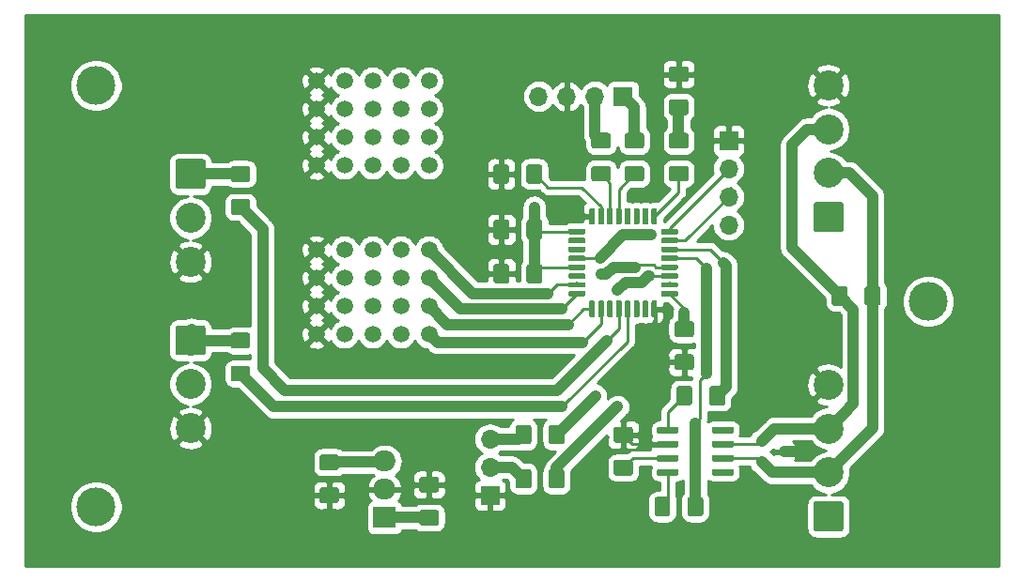
<source format=gbr>
G04 #@! TF.GenerationSoftware,KiCad,Pcbnew,(5.1.4)-1*
G04 #@! TF.CreationDate,2020-01-17T23:34:27+09:00*
G04 #@! TF.ProjectId,QX20CTRLV1,51583230-4354-4524-9c56-312e6b696361,rev?*
G04 #@! TF.SameCoordinates,Original*
G04 #@! TF.FileFunction,Copper,L1,Top*
G04 #@! TF.FilePolarity,Positive*
%FSLAX46Y46*%
G04 Gerber Fmt 4.6, Leading zero omitted, Abs format (unit mm)*
G04 Created by KiCad (PCBNEW (5.1.4)-1) date 2020-01-17 23:34:27*
%MOMM*%
%LPD*%
G04 APERTURE LIST*
%ADD10C,1.500000*%
%ADD11O,1.700000X1.700000*%
%ADD12R,1.700000X1.700000*%
%ADD13C,0.100000*%
%ADD14C,0.500000*%
%ADD15C,1.425000*%
%ADD16R,2.000000X1.905000*%
%ADD17O,2.000000X1.905000*%
%ADD18C,2.700000*%
%ADD19C,3.500000*%
%ADD20R,0.900000X0.800000*%
%ADD21C,0.600000*%
%ADD22C,0.800000*%
%ADD23C,0.250000*%
%ADD24C,1.000000*%
%ADD25C,0.254000*%
G04 APERTURE END LIST*
D10*
X96840000Y-64600000D03*
X96840000Y-67140000D03*
X96840000Y-69680000D03*
X107000000Y-64600000D03*
X104460000Y-64600000D03*
X101920000Y-64600000D03*
X99380000Y-64600000D03*
X107000000Y-67140000D03*
X104460000Y-67140000D03*
X101920000Y-67140000D03*
X99380000Y-67140000D03*
X107000000Y-69680000D03*
X104460000Y-69680000D03*
X101920000Y-69680000D03*
X99380000Y-69680000D03*
X107000000Y-72220000D03*
X104460000Y-72220000D03*
X101920000Y-72220000D03*
X99380000Y-72220000D03*
X96840000Y-72220000D03*
X96840000Y-79840000D03*
X99380000Y-79840000D03*
X101920000Y-79840000D03*
X104460000Y-79840000D03*
X107000000Y-79840000D03*
X96840000Y-82380000D03*
X99380000Y-82380000D03*
X101920000Y-82380000D03*
X104460000Y-82380000D03*
X107000000Y-82380000D03*
X96840000Y-84920000D03*
X99380000Y-84920000D03*
X101920000Y-84920000D03*
X104460000Y-84920000D03*
X107000000Y-84920000D03*
X96840000Y-87460000D03*
X99380000Y-87460000D03*
X101920000Y-87460000D03*
X104460000Y-87460000D03*
X107000000Y-87460000D03*
D11*
X134000000Y-77620000D03*
X134000000Y-75080000D03*
X134000000Y-72540000D03*
D12*
X134000000Y-70000000D03*
D13*
G36*
X121837252Y-76075602D02*
G01*
X121849386Y-76077402D01*
X121861286Y-76080382D01*
X121872835Y-76084515D01*
X121883925Y-76089760D01*
X121894446Y-76096066D01*
X121904299Y-76103374D01*
X121913388Y-76111612D01*
X121921626Y-76120701D01*
X121928934Y-76130554D01*
X121935240Y-76141075D01*
X121940485Y-76152165D01*
X121944618Y-76163714D01*
X121947598Y-76175614D01*
X121949398Y-76187748D01*
X121950000Y-76200000D01*
X121950000Y-77450000D01*
X121949398Y-77462252D01*
X121947598Y-77474386D01*
X121944618Y-77486286D01*
X121940485Y-77497835D01*
X121935240Y-77508925D01*
X121928934Y-77519446D01*
X121921626Y-77529299D01*
X121913388Y-77538388D01*
X121904299Y-77546626D01*
X121894446Y-77553934D01*
X121883925Y-77560240D01*
X121872835Y-77565485D01*
X121861286Y-77569618D01*
X121849386Y-77572598D01*
X121837252Y-77574398D01*
X121825000Y-77575000D01*
X121575000Y-77575000D01*
X121562748Y-77574398D01*
X121550614Y-77572598D01*
X121538714Y-77569618D01*
X121527165Y-77565485D01*
X121516075Y-77560240D01*
X121505554Y-77553934D01*
X121495701Y-77546626D01*
X121486612Y-77538388D01*
X121478374Y-77529299D01*
X121471066Y-77519446D01*
X121464760Y-77508925D01*
X121459515Y-77497835D01*
X121455382Y-77486286D01*
X121452402Y-77474386D01*
X121450602Y-77462252D01*
X121450000Y-77450000D01*
X121450000Y-76200000D01*
X121450602Y-76187748D01*
X121452402Y-76175614D01*
X121455382Y-76163714D01*
X121459515Y-76152165D01*
X121464760Y-76141075D01*
X121471066Y-76130554D01*
X121478374Y-76120701D01*
X121486612Y-76111612D01*
X121495701Y-76103374D01*
X121505554Y-76096066D01*
X121516075Y-76089760D01*
X121527165Y-76084515D01*
X121538714Y-76080382D01*
X121550614Y-76077402D01*
X121562748Y-76075602D01*
X121575000Y-76075000D01*
X121825000Y-76075000D01*
X121837252Y-76075602D01*
X121837252Y-76075602D01*
G37*
D14*
X121700000Y-76825000D03*
D13*
G36*
X122637252Y-76075602D02*
G01*
X122649386Y-76077402D01*
X122661286Y-76080382D01*
X122672835Y-76084515D01*
X122683925Y-76089760D01*
X122694446Y-76096066D01*
X122704299Y-76103374D01*
X122713388Y-76111612D01*
X122721626Y-76120701D01*
X122728934Y-76130554D01*
X122735240Y-76141075D01*
X122740485Y-76152165D01*
X122744618Y-76163714D01*
X122747598Y-76175614D01*
X122749398Y-76187748D01*
X122750000Y-76200000D01*
X122750000Y-77450000D01*
X122749398Y-77462252D01*
X122747598Y-77474386D01*
X122744618Y-77486286D01*
X122740485Y-77497835D01*
X122735240Y-77508925D01*
X122728934Y-77519446D01*
X122721626Y-77529299D01*
X122713388Y-77538388D01*
X122704299Y-77546626D01*
X122694446Y-77553934D01*
X122683925Y-77560240D01*
X122672835Y-77565485D01*
X122661286Y-77569618D01*
X122649386Y-77572598D01*
X122637252Y-77574398D01*
X122625000Y-77575000D01*
X122375000Y-77575000D01*
X122362748Y-77574398D01*
X122350614Y-77572598D01*
X122338714Y-77569618D01*
X122327165Y-77565485D01*
X122316075Y-77560240D01*
X122305554Y-77553934D01*
X122295701Y-77546626D01*
X122286612Y-77538388D01*
X122278374Y-77529299D01*
X122271066Y-77519446D01*
X122264760Y-77508925D01*
X122259515Y-77497835D01*
X122255382Y-77486286D01*
X122252402Y-77474386D01*
X122250602Y-77462252D01*
X122250000Y-77450000D01*
X122250000Y-76200000D01*
X122250602Y-76187748D01*
X122252402Y-76175614D01*
X122255382Y-76163714D01*
X122259515Y-76152165D01*
X122264760Y-76141075D01*
X122271066Y-76130554D01*
X122278374Y-76120701D01*
X122286612Y-76111612D01*
X122295701Y-76103374D01*
X122305554Y-76096066D01*
X122316075Y-76089760D01*
X122327165Y-76084515D01*
X122338714Y-76080382D01*
X122350614Y-76077402D01*
X122362748Y-76075602D01*
X122375000Y-76075000D01*
X122625000Y-76075000D01*
X122637252Y-76075602D01*
X122637252Y-76075602D01*
G37*
D14*
X122500000Y-76825000D03*
D13*
G36*
X123437252Y-76075602D02*
G01*
X123449386Y-76077402D01*
X123461286Y-76080382D01*
X123472835Y-76084515D01*
X123483925Y-76089760D01*
X123494446Y-76096066D01*
X123504299Y-76103374D01*
X123513388Y-76111612D01*
X123521626Y-76120701D01*
X123528934Y-76130554D01*
X123535240Y-76141075D01*
X123540485Y-76152165D01*
X123544618Y-76163714D01*
X123547598Y-76175614D01*
X123549398Y-76187748D01*
X123550000Y-76200000D01*
X123550000Y-77450000D01*
X123549398Y-77462252D01*
X123547598Y-77474386D01*
X123544618Y-77486286D01*
X123540485Y-77497835D01*
X123535240Y-77508925D01*
X123528934Y-77519446D01*
X123521626Y-77529299D01*
X123513388Y-77538388D01*
X123504299Y-77546626D01*
X123494446Y-77553934D01*
X123483925Y-77560240D01*
X123472835Y-77565485D01*
X123461286Y-77569618D01*
X123449386Y-77572598D01*
X123437252Y-77574398D01*
X123425000Y-77575000D01*
X123175000Y-77575000D01*
X123162748Y-77574398D01*
X123150614Y-77572598D01*
X123138714Y-77569618D01*
X123127165Y-77565485D01*
X123116075Y-77560240D01*
X123105554Y-77553934D01*
X123095701Y-77546626D01*
X123086612Y-77538388D01*
X123078374Y-77529299D01*
X123071066Y-77519446D01*
X123064760Y-77508925D01*
X123059515Y-77497835D01*
X123055382Y-77486286D01*
X123052402Y-77474386D01*
X123050602Y-77462252D01*
X123050000Y-77450000D01*
X123050000Y-76200000D01*
X123050602Y-76187748D01*
X123052402Y-76175614D01*
X123055382Y-76163714D01*
X123059515Y-76152165D01*
X123064760Y-76141075D01*
X123071066Y-76130554D01*
X123078374Y-76120701D01*
X123086612Y-76111612D01*
X123095701Y-76103374D01*
X123105554Y-76096066D01*
X123116075Y-76089760D01*
X123127165Y-76084515D01*
X123138714Y-76080382D01*
X123150614Y-76077402D01*
X123162748Y-76075602D01*
X123175000Y-76075000D01*
X123425000Y-76075000D01*
X123437252Y-76075602D01*
X123437252Y-76075602D01*
G37*
D14*
X123300000Y-76825000D03*
D13*
G36*
X124237252Y-76075602D02*
G01*
X124249386Y-76077402D01*
X124261286Y-76080382D01*
X124272835Y-76084515D01*
X124283925Y-76089760D01*
X124294446Y-76096066D01*
X124304299Y-76103374D01*
X124313388Y-76111612D01*
X124321626Y-76120701D01*
X124328934Y-76130554D01*
X124335240Y-76141075D01*
X124340485Y-76152165D01*
X124344618Y-76163714D01*
X124347598Y-76175614D01*
X124349398Y-76187748D01*
X124350000Y-76200000D01*
X124350000Y-77450000D01*
X124349398Y-77462252D01*
X124347598Y-77474386D01*
X124344618Y-77486286D01*
X124340485Y-77497835D01*
X124335240Y-77508925D01*
X124328934Y-77519446D01*
X124321626Y-77529299D01*
X124313388Y-77538388D01*
X124304299Y-77546626D01*
X124294446Y-77553934D01*
X124283925Y-77560240D01*
X124272835Y-77565485D01*
X124261286Y-77569618D01*
X124249386Y-77572598D01*
X124237252Y-77574398D01*
X124225000Y-77575000D01*
X123975000Y-77575000D01*
X123962748Y-77574398D01*
X123950614Y-77572598D01*
X123938714Y-77569618D01*
X123927165Y-77565485D01*
X123916075Y-77560240D01*
X123905554Y-77553934D01*
X123895701Y-77546626D01*
X123886612Y-77538388D01*
X123878374Y-77529299D01*
X123871066Y-77519446D01*
X123864760Y-77508925D01*
X123859515Y-77497835D01*
X123855382Y-77486286D01*
X123852402Y-77474386D01*
X123850602Y-77462252D01*
X123850000Y-77450000D01*
X123850000Y-76200000D01*
X123850602Y-76187748D01*
X123852402Y-76175614D01*
X123855382Y-76163714D01*
X123859515Y-76152165D01*
X123864760Y-76141075D01*
X123871066Y-76130554D01*
X123878374Y-76120701D01*
X123886612Y-76111612D01*
X123895701Y-76103374D01*
X123905554Y-76096066D01*
X123916075Y-76089760D01*
X123927165Y-76084515D01*
X123938714Y-76080382D01*
X123950614Y-76077402D01*
X123962748Y-76075602D01*
X123975000Y-76075000D01*
X124225000Y-76075000D01*
X124237252Y-76075602D01*
X124237252Y-76075602D01*
G37*
D14*
X124100000Y-76825000D03*
D13*
G36*
X125037252Y-76075602D02*
G01*
X125049386Y-76077402D01*
X125061286Y-76080382D01*
X125072835Y-76084515D01*
X125083925Y-76089760D01*
X125094446Y-76096066D01*
X125104299Y-76103374D01*
X125113388Y-76111612D01*
X125121626Y-76120701D01*
X125128934Y-76130554D01*
X125135240Y-76141075D01*
X125140485Y-76152165D01*
X125144618Y-76163714D01*
X125147598Y-76175614D01*
X125149398Y-76187748D01*
X125150000Y-76200000D01*
X125150000Y-77450000D01*
X125149398Y-77462252D01*
X125147598Y-77474386D01*
X125144618Y-77486286D01*
X125140485Y-77497835D01*
X125135240Y-77508925D01*
X125128934Y-77519446D01*
X125121626Y-77529299D01*
X125113388Y-77538388D01*
X125104299Y-77546626D01*
X125094446Y-77553934D01*
X125083925Y-77560240D01*
X125072835Y-77565485D01*
X125061286Y-77569618D01*
X125049386Y-77572598D01*
X125037252Y-77574398D01*
X125025000Y-77575000D01*
X124775000Y-77575000D01*
X124762748Y-77574398D01*
X124750614Y-77572598D01*
X124738714Y-77569618D01*
X124727165Y-77565485D01*
X124716075Y-77560240D01*
X124705554Y-77553934D01*
X124695701Y-77546626D01*
X124686612Y-77538388D01*
X124678374Y-77529299D01*
X124671066Y-77519446D01*
X124664760Y-77508925D01*
X124659515Y-77497835D01*
X124655382Y-77486286D01*
X124652402Y-77474386D01*
X124650602Y-77462252D01*
X124650000Y-77450000D01*
X124650000Y-76200000D01*
X124650602Y-76187748D01*
X124652402Y-76175614D01*
X124655382Y-76163714D01*
X124659515Y-76152165D01*
X124664760Y-76141075D01*
X124671066Y-76130554D01*
X124678374Y-76120701D01*
X124686612Y-76111612D01*
X124695701Y-76103374D01*
X124705554Y-76096066D01*
X124716075Y-76089760D01*
X124727165Y-76084515D01*
X124738714Y-76080382D01*
X124750614Y-76077402D01*
X124762748Y-76075602D01*
X124775000Y-76075000D01*
X125025000Y-76075000D01*
X125037252Y-76075602D01*
X125037252Y-76075602D01*
G37*
D14*
X124900000Y-76825000D03*
D13*
G36*
X125837252Y-76075602D02*
G01*
X125849386Y-76077402D01*
X125861286Y-76080382D01*
X125872835Y-76084515D01*
X125883925Y-76089760D01*
X125894446Y-76096066D01*
X125904299Y-76103374D01*
X125913388Y-76111612D01*
X125921626Y-76120701D01*
X125928934Y-76130554D01*
X125935240Y-76141075D01*
X125940485Y-76152165D01*
X125944618Y-76163714D01*
X125947598Y-76175614D01*
X125949398Y-76187748D01*
X125950000Y-76200000D01*
X125950000Y-77450000D01*
X125949398Y-77462252D01*
X125947598Y-77474386D01*
X125944618Y-77486286D01*
X125940485Y-77497835D01*
X125935240Y-77508925D01*
X125928934Y-77519446D01*
X125921626Y-77529299D01*
X125913388Y-77538388D01*
X125904299Y-77546626D01*
X125894446Y-77553934D01*
X125883925Y-77560240D01*
X125872835Y-77565485D01*
X125861286Y-77569618D01*
X125849386Y-77572598D01*
X125837252Y-77574398D01*
X125825000Y-77575000D01*
X125575000Y-77575000D01*
X125562748Y-77574398D01*
X125550614Y-77572598D01*
X125538714Y-77569618D01*
X125527165Y-77565485D01*
X125516075Y-77560240D01*
X125505554Y-77553934D01*
X125495701Y-77546626D01*
X125486612Y-77538388D01*
X125478374Y-77529299D01*
X125471066Y-77519446D01*
X125464760Y-77508925D01*
X125459515Y-77497835D01*
X125455382Y-77486286D01*
X125452402Y-77474386D01*
X125450602Y-77462252D01*
X125450000Y-77450000D01*
X125450000Y-76200000D01*
X125450602Y-76187748D01*
X125452402Y-76175614D01*
X125455382Y-76163714D01*
X125459515Y-76152165D01*
X125464760Y-76141075D01*
X125471066Y-76130554D01*
X125478374Y-76120701D01*
X125486612Y-76111612D01*
X125495701Y-76103374D01*
X125505554Y-76096066D01*
X125516075Y-76089760D01*
X125527165Y-76084515D01*
X125538714Y-76080382D01*
X125550614Y-76077402D01*
X125562748Y-76075602D01*
X125575000Y-76075000D01*
X125825000Y-76075000D01*
X125837252Y-76075602D01*
X125837252Y-76075602D01*
G37*
D14*
X125700000Y-76825000D03*
D13*
G36*
X126637252Y-76075602D02*
G01*
X126649386Y-76077402D01*
X126661286Y-76080382D01*
X126672835Y-76084515D01*
X126683925Y-76089760D01*
X126694446Y-76096066D01*
X126704299Y-76103374D01*
X126713388Y-76111612D01*
X126721626Y-76120701D01*
X126728934Y-76130554D01*
X126735240Y-76141075D01*
X126740485Y-76152165D01*
X126744618Y-76163714D01*
X126747598Y-76175614D01*
X126749398Y-76187748D01*
X126750000Y-76200000D01*
X126750000Y-77450000D01*
X126749398Y-77462252D01*
X126747598Y-77474386D01*
X126744618Y-77486286D01*
X126740485Y-77497835D01*
X126735240Y-77508925D01*
X126728934Y-77519446D01*
X126721626Y-77529299D01*
X126713388Y-77538388D01*
X126704299Y-77546626D01*
X126694446Y-77553934D01*
X126683925Y-77560240D01*
X126672835Y-77565485D01*
X126661286Y-77569618D01*
X126649386Y-77572598D01*
X126637252Y-77574398D01*
X126625000Y-77575000D01*
X126375000Y-77575000D01*
X126362748Y-77574398D01*
X126350614Y-77572598D01*
X126338714Y-77569618D01*
X126327165Y-77565485D01*
X126316075Y-77560240D01*
X126305554Y-77553934D01*
X126295701Y-77546626D01*
X126286612Y-77538388D01*
X126278374Y-77529299D01*
X126271066Y-77519446D01*
X126264760Y-77508925D01*
X126259515Y-77497835D01*
X126255382Y-77486286D01*
X126252402Y-77474386D01*
X126250602Y-77462252D01*
X126250000Y-77450000D01*
X126250000Y-76200000D01*
X126250602Y-76187748D01*
X126252402Y-76175614D01*
X126255382Y-76163714D01*
X126259515Y-76152165D01*
X126264760Y-76141075D01*
X126271066Y-76130554D01*
X126278374Y-76120701D01*
X126286612Y-76111612D01*
X126295701Y-76103374D01*
X126305554Y-76096066D01*
X126316075Y-76089760D01*
X126327165Y-76084515D01*
X126338714Y-76080382D01*
X126350614Y-76077402D01*
X126362748Y-76075602D01*
X126375000Y-76075000D01*
X126625000Y-76075000D01*
X126637252Y-76075602D01*
X126637252Y-76075602D01*
G37*
D14*
X126500000Y-76825000D03*
D13*
G36*
X127437252Y-76075602D02*
G01*
X127449386Y-76077402D01*
X127461286Y-76080382D01*
X127472835Y-76084515D01*
X127483925Y-76089760D01*
X127494446Y-76096066D01*
X127504299Y-76103374D01*
X127513388Y-76111612D01*
X127521626Y-76120701D01*
X127528934Y-76130554D01*
X127535240Y-76141075D01*
X127540485Y-76152165D01*
X127544618Y-76163714D01*
X127547598Y-76175614D01*
X127549398Y-76187748D01*
X127550000Y-76200000D01*
X127550000Y-77450000D01*
X127549398Y-77462252D01*
X127547598Y-77474386D01*
X127544618Y-77486286D01*
X127540485Y-77497835D01*
X127535240Y-77508925D01*
X127528934Y-77519446D01*
X127521626Y-77529299D01*
X127513388Y-77538388D01*
X127504299Y-77546626D01*
X127494446Y-77553934D01*
X127483925Y-77560240D01*
X127472835Y-77565485D01*
X127461286Y-77569618D01*
X127449386Y-77572598D01*
X127437252Y-77574398D01*
X127425000Y-77575000D01*
X127175000Y-77575000D01*
X127162748Y-77574398D01*
X127150614Y-77572598D01*
X127138714Y-77569618D01*
X127127165Y-77565485D01*
X127116075Y-77560240D01*
X127105554Y-77553934D01*
X127095701Y-77546626D01*
X127086612Y-77538388D01*
X127078374Y-77529299D01*
X127071066Y-77519446D01*
X127064760Y-77508925D01*
X127059515Y-77497835D01*
X127055382Y-77486286D01*
X127052402Y-77474386D01*
X127050602Y-77462252D01*
X127050000Y-77450000D01*
X127050000Y-76200000D01*
X127050602Y-76187748D01*
X127052402Y-76175614D01*
X127055382Y-76163714D01*
X127059515Y-76152165D01*
X127064760Y-76141075D01*
X127071066Y-76130554D01*
X127078374Y-76120701D01*
X127086612Y-76111612D01*
X127095701Y-76103374D01*
X127105554Y-76096066D01*
X127116075Y-76089760D01*
X127127165Y-76084515D01*
X127138714Y-76080382D01*
X127150614Y-76077402D01*
X127162748Y-76075602D01*
X127175000Y-76075000D01*
X127425000Y-76075000D01*
X127437252Y-76075602D01*
X127437252Y-76075602D01*
G37*
D14*
X127300000Y-76825000D03*
D13*
G36*
X129312252Y-77950602D02*
G01*
X129324386Y-77952402D01*
X129336286Y-77955382D01*
X129347835Y-77959515D01*
X129358925Y-77964760D01*
X129369446Y-77971066D01*
X129379299Y-77978374D01*
X129388388Y-77986612D01*
X129396626Y-77995701D01*
X129403934Y-78005554D01*
X129410240Y-78016075D01*
X129415485Y-78027165D01*
X129419618Y-78038714D01*
X129422598Y-78050614D01*
X129424398Y-78062748D01*
X129425000Y-78075000D01*
X129425000Y-78325000D01*
X129424398Y-78337252D01*
X129422598Y-78349386D01*
X129419618Y-78361286D01*
X129415485Y-78372835D01*
X129410240Y-78383925D01*
X129403934Y-78394446D01*
X129396626Y-78404299D01*
X129388388Y-78413388D01*
X129379299Y-78421626D01*
X129369446Y-78428934D01*
X129358925Y-78435240D01*
X129347835Y-78440485D01*
X129336286Y-78444618D01*
X129324386Y-78447598D01*
X129312252Y-78449398D01*
X129300000Y-78450000D01*
X128050000Y-78450000D01*
X128037748Y-78449398D01*
X128025614Y-78447598D01*
X128013714Y-78444618D01*
X128002165Y-78440485D01*
X127991075Y-78435240D01*
X127980554Y-78428934D01*
X127970701Y-78421626D01*
X127961612Y-78413388D01*
X127953374Y-78404299D01*
X127946066Y-78394446D01*
X127939760Y-78383925D01*
X127934515Y-78372835D01*
X127930382Y-78361286D01*
X127927402Y-78349386D01*
X127925602Y-78337252D01*
X127925000Y-78325000D01*
X127925000Y-78075000D01*
X127925602Y-78062748D01*
X127927402Y-78050614D01*
X127930382Y-78038714D01*
X127934515Y-78027165D01*
X127939760Y-78016075D01*
X127946066Y-78005554D01*
X127953374Y-77995701D01*
X127961612Y-77986612D01*
X127970701Y-77978374D01*
X127980554Y-77971066D01*
X127991075Y-77964760D01*
X128002165Y-77959515D01*
X128013714Y-77955382D01*
X128025614Y-77952402D01*
X128037748Y-77950602D01*
X128050000Y-77950000D01*
X129300000Y-77950000D01*
X129312252Y-77950602D01*
X129312252Y-77950602D01*
G37*
D14*
X128675000Y-78200000D03*
D13*
G36*
X129312252Y-78750602D02*
G01*
X129324386Y-78752402D01*
X129336286Y-78755382D01*
X129347835Y-78759515D01*
X129358925Y-78764760D01*
X129369446Y-78771066D01*
X129379299Y-78778374D01*
X129388388Y-78786612D01*
X129396626Y-78795701D01*
X129403934Y-78805554D01*
X129410240Y-78816075D01*
X129415485Y-78827165D01*
X129419618Y-78838714D01*
X129422598Y-78850614D01*
X129424398Y-78862748D01*
X129425000Y-78875000D01*
X129425000Y-79125000D01*
X129424398Y-79137252D01*
X129422598Y-79149386D01*
X129419618Y-79161286D01*
X129415485Y-79172835D01*
X129410240Y-79183925D01*
X129403934Y-79194446D01*
X129396626Y-79204299D01*
X129388388Y-79213388D01*
X129379299Y-79221626D01*
X129369446Y-79228934D01*
X129358925Y-79235240D01*
X129347835Y-79240485D01*
X129336286Y-79244618D01*
X129324386Y-79247598D01*
X129312252Y-79249398D01*
X129300000Y-79250000D01*
X128050000Y-79250000D01*
X128037748Y-79249398D01*
X128025614Y-79247598D01*
X128013714Y-79244618D01*
X128002165Y-79240485D01*
X127991075Y-79235240D01*
X127980554Y-79228934D01*
X127970701Y-79221626D01*
X127961612Y-79213388D01*
X127953374Y-79204299D01*
X127946066Y-79194446D01*
X127939760Y-79183925D01*
X127934515Y-79172835D01*
X127930382Y-79161286D01*
X127927402Y-79149386D01*
X127925602Y-79137252D01*
X127925000Y-79125000D01*
X127925000Y-78875000D01*
X127925602Y-78862748D01*
X127927402Y-78850614D01*
X127930382Y-78838714D01*
X127934515Y-78827165D01*
X127939760Y-78816075D01*
X127946066Y-78805554D01*
X127953374Y-78795701D01*
X127961612Y-78786612D01*
X127970701Y-78778374D01*
X127980554Y-78771066D01*
X127991075Y-78764760D01*
X128002165Y-78759515D01*
X128013714Y-78755382D01*
X128025614Y-78752402D01*
X128037748Y-78750602D01*
X128050000Y-78750000D01*
X129300000Y-78750000D01*
X129312252Y-78750602D01*
X129312252Y-78750602D01*
G37*
D14*
X128675000Y-79000000D03*
D13*
G36*
X129312252Y-79550602D02*
G01*
X129324386Y-79552402D01*
X129336286Y-79555382D01*
X129347835Y-79559515D01*
X129358925Y-79564760D01*
X129369446Y-79571066D01*
X129379299Y-79578374D01*
X129388388Y-79586612D01*
X129396626Y-79595701D01*
X129403934Y-79605554D01*
X129410240Y-79616075D01*
X129415485Y-79627165D01*
X129419618Y-79638714D01*
X129422598Y-79650614D01*
X129424398Y-79662748D01*
X129425000Y-79675000D01*
X129425000Y-79925000D01*
X129424398Y-79937252D01*
X129422598Y-79949386D01*
X129419618Y-79961286D01*
X129415485Y-79972835D01*
X129410240Y-79983925D01*
X129403934Y-79994446D01*
X129396626Y-80004299D01*
X129388388Y-80013388D01*
X129379299Y-80021626D01*
X129369446Y-80028934D01*
X129358925Y-80035240D01*
X129347835Y-80040485D01*
X129336286Y-80044618D01*
X129324386Y-80047598D01*
X129312252Y-80049398D01*
X129300000Y-80050000D01*
X128050000Y-80050000D01*
X128037748Y-80049398D01*
X128025614Y-80047598D01*
X128013714Y-80044618D01*
X128002165Y-80040485D01*
X127991075Y-80035240D01*
X127980554Y-80028934D01*
X127970701Y-80021626D01*
X127961612Y-80013388D01*
X127953374Y-80004299D01*
X127946066Y-79994446D01*
X127939760Y-79983925D01*
X127934515Y-79972835D01*
X127930382Y-79961286D01*
X127927402Y-79949386D01*
X127925602Y-79937252D01*
X127925000Y-79925000D01*
X127925000Y-79675000D01*
X127925602Y-79662748D01*
X127927402Y-79650614D01*
X127930382Y-79638714D01*
X127934515Y-79627165D01*
X127939760Y-79616075D01*
X127946066Y-79605554D01*
X127953374Y-79595701D01*
X127961612Y-79586612D01*
X127970701Y-79578374D01*
X127980554Y-79571066D01*
X127991075Y-79564760D01*
X128002165Y-79559515D01*
X128013714Y-79555382D01*
X128025614Y-79552402D01*
X128037748Y-79550602D01*
X128050000Y-79550000D01*
X129300000Y-79550000D01*
X129312252Y-79550602D01*
X129312252Y-79550602D01*
G37*
D14*
X128675000Y-79800000D03*
D13*
G36*
X129312252Y-80350602D02*
G01*
X129324386Y-80352402D01*
X129336286Y-80355382D01*
X129347835Y-80359515D01*
X129358925Y-80364760D01*
X129369446Y-80371066D01*
X129379299Y-80378374D01*
X129388388Y-80386612D01*
X129396626Y-80395701D01*
X129403934Y-80405554D01*
X129410240Y-80416075D01*
X129415485Y-80427165D01*
X129419618Y-80438714D01*
X129422598Y-80450614D01*
X129424398Y-80462748D01*
X129425000Y-80475000D01*
X129425000Y-80725000D01*
X129424398Y-80737252D01*
X129422598Y-80749386D01*
X129419618Y-80761286D01*
X129415485Y-80772835D01*
X129410240Y-80783925D01*
X129403934Y-80794446D01*
X129396626Y-80804299D01*
X129388388Y-80813388D01*
X129379299Y-80821626D01*
X129369446Y-80828934D01*
X129358925Y-80835240D01*
X129347835Y-80840485D01*
X129336286Y-80844618D01*
X129324386Y-80847598D01*
X129312252Y-80849398D01*
X129300000Y-80850000D01*
X128050000Y-80850000D01*
X128037748Y-80849398D01*
X128025614Y-80847598D01*
X128013714Y-80844618D01*
X128002165Y-80840485D01*
X127991075Y-80835240D01*
X127980554Y-80828934D01*
X127970701Y-80821626D01*
X127961612Y-80813388D01*
X127953374Y-80804299D01*
X127946066Y-80794446D01*
X127939760Y-80783925D01*
X127934515Y-80772835D01*
X127930382Y-80761286D01*
X127927402Y-80749386D01*
X127925602Y-80737252D01*
X127925000Y-80725000D01*
X127925000Y-80475000D01*
X127925602Y-80462748D01*
X127927402Y-80450614D01*
X127930382Y-80438714D01*
X127934515Y-80427165D01*
X127939760Y-80416075D01*
X127946066Y-80405554D01*
X127953374Y-80395701D01*
X127961612Y-80386612D01*
X127970701Y-80378374D01*
X127980554Y-80371066D01*
X127991075Y-80364760D01*
X128002165Y-80359515D01*
X128013714Y-80355382D01*
X128025614Y-80352402D01*
X128037748Y-80350602D01*
X128050000Y-80350000D01*
X129300000Y-80350000D01*
X129312252Y-80350602D01*
X129312252Y-80350602D01*
G37*
D14*
X128675000Y-80600000D03*
D13*
G36*
X129312252Y-81150602D02*
G01*
X129324386Y-81152402D01*
X129336286Y-81155382D01*
X129347835Y-81159515D01*
X129358925Y-81164760D01*
X129369446Y-81171066D01*
X129379299Y-81178374D01*
X129388388Y-81186612D01*
X129396626Y-81195701D01*
X129403934Y-81205554D01*
X129410240Y-81216075D01*
X129415485Y-81227165D01*
X129419618Y-81238714D01*
X129422598Y-81250614D01*
X129424398Y-81262748D01*
X129425000Y-81275000D01*
X129425000Y-81525000D01*
X129424398Y-81537252D01*
X129422598Y-81549386D01*
X129419618Y-81561286D01*
X129415485Y-81572835D01*
X129410240Y-81583925D01*
X129403934Y-81594446D01*
X129396626Y-81604299D01*
X129388388Y-81613388D01*
X129379299Y-81621626D01*
X129369446Y-81628934D01*
X129358925Y-81635240D01*
X129347835Y-81640485D01*
X129336286Y-81644618D01*
X129324386Y-81647598D01*
X129312252Y-81649398D01*
X129300000Y-81650000D01*
X128050000Y-81650000D01*
X128037748Y-81649398D01*
X128025614Y-81647598D01*
X128013714Y-81644618D01*
X128002165Y-81640485D01*
X127991075Y-81635240D01*
X127980554Y-81628934D01*
X127970701Y-81621626D01*
X127961612Y-81613388D01*
X127953374Y-81604299D01*
X127946066Y-81594446D01*
X127939760Y-81583925D01*
X127934515Y-81572835D01*
X127930382Y-81561286D01*
X127927402Y-81549386D01*
X127925602Y-81537252D01*
X127925000Y-81525000D01*
X127925000Y-81275000D01*
X127925602Y-81262748D01*
X127927402Y-81250614D01*
X127930382Y-81238714D01*
X127934515Y-81227165D01*
X127939760Y-81216075D01*
X127946066Y-81205554D01*
X127953374Y-81195701D01*
X127961612Y-81186612D01*
X127970701Y-81178374D01*
X127980554Y-81171066D01*
X127991075Y-81164760D01*
X128002165Y-81159515D01*
X128013714Y-81155382D01*
X128025614Y-81152402D01*
X128037748Y-81150602D01*
X128050000Y-81150000D01*
X129300000Y-81150000D01*
X129312252Y-81150602D01*
X129312252Y-81150602D01*
G37*
D14*
X128675000Y-81400000D03*
D13*
G36*
X129312252Y-81950602D02*
G01*
X129324386Y-81952402D01*
X129336286Y-81955382D01*
X129347835Y-81959515D01*
X129358925Y-81964760D01*
X129369446Y-81971066D01*
X129379299Y-81978374D01*
X129388388Y-81986612D01*
X129396626Y-81995701D01*
X129403934Y-82005554D01*
X129410240Y-82016075D01*
X129415485Y-82027165D01*
X129419618Y-82038714D01*
X129422598Y-82050614D01*
X129424398Y-82062748D01*
X129425000Y-82075000D01*
X129425000Y-82325000D01*
X129424398Y-82337252D01*
X129422598Y-82349386D01*
X129419618Y-82361286D01*
X129415485Y-82372835D01*
X129410240Y-82383925D01*
X129403934Y-82394446D01*
X129396626Y-82404299D01*
X129388388Y-82413388D01*
X129379299Y-82421626D01*
X129369446Y-82428934D01*
X129358925Y-82435240D01*
X129347835Y-82440485D01*
X129336286Y-82444618D01*
X129324386Y-82447598D01*
X129312252Y-82449398D01*
X129300000Y-82450000D01*
X128050000Y-82450000D01*
X128037748Y-82449398D01*
X128025614Y-82447598D01*
X128013714Y-82444618D01*
X128002165Y-82440485D01*
X127991075Y-82435240D01*
X127980554Y-82428934D01*
X127970701Y-82421626D01*
X127961612Y-82413388D01*
X127953374Y-82404299D01*
X127946066Y-82394446D01*
X127939760Y-82383925D01*
X127934515Y-82372835D01*
X127930382Y-82361286D01*
X127927402Y-82349386D01*
X127925602Y-82337252D01*
X127925000Y-82325000D01*
X127925000Y-82075000D01*
X127925602Y-82062748D01*
X127927402Y-82050614D01*
X127930382Y-82038714D01*
X127934515Y-82027165D01*
X127939760Y-82016075D01*
X127946066Y-82005554D01*
X127953374Y-81995701D01*
X127961612Y-81986612D01*
X127970701Y-81978374D01*
X127980554Y-81971066D01*
X127991075Y-81964760D01*
X128002165Y-81959515D01*
X128013714Y-81955382D01*
X128025614Y-81952402D01*
X128037748Y-81950602D01*
X128050000Y-81950000D01*
X129300000Y-81950000D01*
X129312252Y-81950602D01*
X129312252Y-81950602D01*
G37*
D14*
X128675000Y-82200000D03*
D13*
G36*
X129312252Y-82750602D02*
G01*
X129324386Y-82752402D01*
X129336286Y-82755382D01*
X129347835Y-82759515D01*
X129358925Y-82764760D01*
X129369446Y-82771066D01*
X129379299Y-82778374D01*
X129388388Y-82786612D01*
X129396626Y-82795701D01*
X129403934Y-82805554D01*
X129410240Y-82816075D01*
X129415485Y-82827165D01*
X129419618Y-82838714D01*
X129422598Y-82850614D01*
X129424398Y-82862748D01*
X129425000Y-82875000D01*
X129425000Y-83125000D01*
X129424398Y-83137252D01*
X129422598Y-83149386D01*
X129419618Y-83161286D01*
X129415485Y-83172835D01*
X129410240Y-83183925D01*
X129403934Y-83194446D01*
X129396626Y-83204299D01*
X129388388Y-83213388D01*
X129379299Y-83221626D01*
X129369446Y-83228934D01*
X129358925Y-83235240D01*
X129347835Y-83240485D01*
X129336286Y-83244618D01*
X129324386Y-83247598D01*
X129312252Y-83249398D01*
X129300000Y-83250000D01*
X128050000Y-83250000D01*
X128037748Y-83249398D01*
X128025614Y-83247598D01*
X128013714Y-83244618D01*
X128002165Y-83240485D01*
X127991075Y-83235240D01*
X127980554Y-83228934D01*
X127970701Y-83221626D01*
X127961612Y-83213388D01*
X127953374Y-83204299D01*
X127946066Y-83194446D01*
X127939760Y-83183925D01*
X127934515Y-83172835D01*
X127930382Y-83161286D01*
X127927402Y-83149386D01*
X127925602Y-83137252D01*
X127925000Y-83125000D01*
X127925000Y-82875000D01*
X127925602Y-82862748D01*
X127927402Y-82850614D01*
X127930382Y-82838714D01*
X127934515Y-82827165D01*
X127939760Y-82816075D01*
X127946066Y-82805554D01*
X127953374Y-82795701D01*
X127961612Y-82786612D01*
X127970701Y-82778374D01*
X127980554Y-82771066D01*
X127991075Y-82764760D01*
X128002165Y-82759515D01*
X128013714Y-82755382D01*
X128025614Y-82752402D01*
X128037748Y-82750602D01*
X128050000Y-82750000D01*
X129300000Y-82750000D01*
X129312252Y-82750602D01*
X129312252Y-82750602D01*
G37*
D14*
X128675000Y-83000000D03*
D13*
G36*
X129312252Y-83550602D02*
G01*
X129324386Y-83552402D01*
X129336286Y-83555382D01*
X129347835Y-83559515D01*
X129358925Y-83564760D01*
X129369446Y-83571066D01*
X129379299Y-83578374D01*
X129388388Y-83586612D01*
X129396626Y-83595701D01*
X129403934Y-83605554D01*
X129410240Y-83616075D01*
X129415485Y-83627165D01*
X129419618Y-83638714D01*
X129422598Y-83650614D01*
X129424398Y-83662748D01*
X129425000Y-83675000D01*
X129425000Y-83925000D01*
X129424398Y-83937252D01*
X129422598Y-83949386D01*
X129419618Y-83961286D01*
X129415485Y-83972835D01*
X129410240Y-83983925D01*
X129403934Y-83994446D01*
X129396626Y-84004299D01*
X129388388Y-84013388D01*
X129379299Y-84021626D01*
X129369446Y-84028934D01*
X129358925Y-84035240D01*
X129347835Y-84040485D01*
X129336286Y-84044618D01*
X129324386Y-84047598D01*
X129312252Y-84049398D01*
X129300000Y-84050000D01*
X128050000Y-84050000D01*
X128037748Y-84049398D01*
X128025614Y-84047598D01*
X128013714Y-84044618D01*
X128002165Y-84040485D01*
X127991075Y-84035240D01*
X127980554Y-84028934D01*
X127970701Y-84021626D01*
X127961612Y-84013388D01*
X127953374Y-84004299D01*
X127946066Y-83994446D01*
X127939760Y-83983925D01*
X127934515Y-83972835D01*
X127930382Y-83961286D01*
X127927402Y-83949386D01*
X127925602Y-83937252D01*
X127925000Y-83925000D01*
X127925000Y-83675000D01*
X127925602Y-83662748D01*
X127927402Y-83650614D01*
X127930382Y-83638714D01*
X127934515Y-83627165D01*
X127939760Y-83616075D01*
X127946066Y-83605554D01*
X127953374Y-83595701D01*
X127961612Y-83586612D01*
X127970701Y-83578374D01*
X127980554Y-83571066D01*
X127991075Y-83564760D01*
X128002165Y-83559515D01*
X128013714Y-83555382D01*
X128025614Y-83552402D01*
X128037748Y-83550602D01*
X128050000Y-83550000D01*
X129300000Y-83550000D01*
X129312252Y-83550602D01*
X129312252Y-83550602D01*
G37*
D14*
X128675000Y-83800000D03*
D13*
G36*
X127437252Y-84425602D02*
G01*
X127449386Y-84427402D01*
X127461286Y-84430382D01*
X127472835Y-84434515D01*
X127483925Y-84439760D01*
X127494446Y-84446066D01*
X127504299Y-84453374D01*
X127513388Y-84461612D01*
X127521626Y-84470701D01*
X127528934Y-84480554D01*
X127535240Y-84491075D01*
X127540485Y-84502165D01*
X127544618Y-84513714D01*
X127547598Y-84525614D01*
X127549398Y-84537748D01*
X127550000Y-84550000D01*
X127550000Y-85800000D01*
X127549398Y-85812252D01*
X127547598Y-85824386D01*
X127544618Y-85836286D01*
X127540485Y-85847835D01*
X127535240Y-85858925D01*
X127528934Y-85869446D01*
X127521626Y-85879299D01*
X127513388Y-85888388D01*
X127504299Y-85896626D01*
X127494446Y-85903934D01*
X127483925Y-85910240D01*
X127472835Y-85915485D01*
X127461286Y-85919618D01*
X127449386Y-85922598D01*
X127437252Y-85924398D01*
X127425000Y-85925000D01*
X127175000Y-85925000D01*
X127162748Y-85924398D01*
X127150614Y-85922598D01*
X127138714Y-85919618D01*
X127127165Y-85915485D01*
X127116075Y-85910240D01*
X127105554Y-85903934D01*
X127095701Y-85896626D01*
X127086612Y-85888388D01*
X127078374Y-85879299D01*
X127071066Y-85869446D01*
X127064760Y-85858925D01*
X127059515Y-85847835D01*
X127055382Y-85836286D01*
X127052402Y-85824386D01*
X127050602Y-85812252D01*
X127050000Y-85800000D01*
X127050000Y-84550000D01*
X127050602Y-84537748D01*
X127052402Y-84525614D01*
X127055382Y-84513714D01*
X127059515Y-84502165D01*
X127064760Y-84491075D01*
X127071066Y-84480554D01*
X127078374Y-84470701D01*
X127086612Y-84461612D01*
X127095701Y-84453374D01*
X127105554Y-84446066D01*
X127116075Y-84439760D01*
X127127165Y-84434515D01*
X127138714Y-84430382D01*
X127150614Y-84427402D01*
X127162748Y-84425602D01*
X127175000Y-84425000D01*
X127425000Y-84425000D01*
X127437252Y-84425602D01*
X127437252Y-84425602D01*
G37*
D14*
X127300000Y-85175000D03*
D13*
G36*
X126637252Y-84425602D02*
G01*
X126649386Y-84427402D01*
X126661286Y-84430382D01*
X126672835Y-84434515D01*
X126683925Y-84439760D01*
X126694446Y-84446066D01*
X126704299Y-84453374D01*
X126713388Y-84461612D01*
X126721626Y-84470701D01*
X126728934Y-84480554D01*
X126735240Y-84491075D01*
X126740485Y-84502165D01*
X126744618Y-84513714D01*
X126747598Y-84525614D01*
X126749398Y-84537748D01*
X126750000Y-84550000D01*
X126750000Y-85800000D01*
X126749398Y-85812252D01*
X126747598Y-85824386D01*
X126744618Y-85836286D01*
X126740485Y-85847835D01*
X126735240Y-85858925D01*
X126728934Y-85869446D01*
X126721626Y-85879299D01*
X126713388Y-85888388D01*
X126704299Y-85896626D01*
X126694446Y-85903934D01*
X126683925Y-85910240D01*
X126672835Y-85915485D01*
X126661286Y-85919618D01*
X126649386Y-85922598D01*
X126637252Y-85924398D01*
X126625000Y-85925000D01*
X126375000Y-85925000D01*
X126362748Y-85924398D01*
X126350614Y-85922598D01*
X126338714Y-85919618D01*
X126327165Y-85915485D01*
X126316075Y-85910240D01*
X126305554Y-85903934D01*
X126295701Y-85896626D01*
X126286612Y-85888388D01*
X126278374Y-85879299D01*
X126271066Y-85869446D01*
X126264760Y-85858925D01*
X126259515Y-85847835D01*
X126255382Y-85836286D01*
X126252402Y-85824386D01*
X126250602Y-85812252D01*
X126250000Y-85800000D01*
X126250000Y-84550000D01*
X126250602Y-84537748D01*
X126252402Y-84525614D01*
X126255382Y-84513714D01*
X126259515Y-84502165D01*
X126264760Y-84491075D01*
X126271066Y-84480554D01*
X126278374Y-84470701D01*
X126286612Y-84461612D01*
X126295701Y-84453374D01*
X126305554Y-84446066D01*
X126316075Y-84439760D01*
X126327165Y-84434515D01*
X126338714Y-84430382D01*
X126350614Y-84427402D01*
X126362748Y-84425602D01*
X126375000Y-84425000D01*
X126625000Y-84425000D01*
X126637252Y-84425602D01*
X126637252Y-84425602D01*
G37*
D14*
X126500000Y-85175000D03*
D13*
G36*
X125837252Y-84425602D02*
G01*
X125849386Y-84427402D01*
X125861286Y-84430382D01*
X125872835Y-84434515D01*
X125883925Y-84439760D01*
X125894446Y-84446066D01*
X125904299Y-84453374D01*
X125913388Y-84461612D01*
X125921626Y-84470701D01*
X125928934Y-84480554D01*
X125935240Y-84491075D01*
X125940485Y-84502165D01*
X125944618Y-84513714D01*
X125947598Y-84525614D01*
X125949398Y-84537748D01*
X125950000Y-84550000D01*
X125950000Y-85800000D01*
X125949398Y-85812252D01*
X125947598Y-85824386D01*
X125944618Y-85836286D01*
X125940485Y-85847835D01*
X125935240Y-85858925D01*
X125928934Y-85869446D01*
X125921626Y-85879299D01*
X125913388Y-85888388D01*
X125904299Y-85896626D01*
X125894446Y-85903934D01*
X125883925Y-85910240D01*
X125872835Y-85915485D01*
X125861286Y-85919618D01*
X125849386Y-85922598D01*
X125837252Y-85924398D01*
X125825000Y-85925000D01*
X125575000Y-85925000D01*
X125562748Y-85924398D01*
X125550614Y-85922598D01*
X125538714Y-85919618D01*
X125527165Y-85915485D01*
X125516075Y-85910240D01*
X125505554Y-85903934D01*
X125495701Y-85896626D01*
X125486612Y-85888388D01*
X125478374Y-85879299D01*
X125471066Y-85869446D01*
X125464760Y-85858925D01*
X125459515Y-85847835D01*
X125455382Y-85836286D01*
X125452402Y-85824386D01*
X125450602Y-85812252D01*
X125450000Y-85800000D01*
X125450000Y-84550000D01*
X125450602Y-84537748D01*
X125452402Y-84525614D01*
X125455382Y-84513714D01*
X125459515Y-84502165D01*
X125464760Y-84491075D01*
X125471066Y-84480554D01*
X125478374Y-84470701D01*
X125486612Y-84461612D01*
X125495701Y-84453374D01*
X125505554Y-84446066D01*
X125516075Y-84439760D01*
X125527165Y-84434515D01*
X125538714Y-84430382D01*
X125550614Y-84427402D01*
X125562748Y-84425602D01*
X125575000Y-84425000D01*
X125825000Y-84425000D01*
X125837252Y-84425602D01*
X125837252Y-84425602D01*
G37*
D14*
X125700000Y-85175000D03*
D13*
G36*
X125037252Y-84425602D02*
G01*
X125049386Y-84427402D01*
X125061286Y-84430382D01*
X125072835Y-84434515D01*
X125083925Y-84439760D01*
X125094446Y-84446066D01*
X125104299Y-84453374D01*
X125113388Y-84461612D01*
X125121626Y-84470701D01*
X125128934Y-84480554D01*
X125135240Y-84491075D01*
X125140485Y-84502165D01*
X125144618Y-84513714D01*
X125147598Y-84525614D01*
X125149398Y-84537748D01*
X125150000Y-84550000D01*
X125150000Y-85800000D01*
X125149398Y-85812252D01*
X125147598Y-85824386D01*
X125144618Y-85836286D01*
X125140485Y-85847835D01*
X125135240Y-85858925D01*
X125128934Y-85869446D01*
X125121626Y-85879299D01*
X125113388Y-85888388D01*
X125104299Y-85896626D01*
X125094446Y-85903934D01*
X125083925Y-85910240D01*
X125072835Y-85915485D01*
X125061286Y-85919618D01*
X125049386Y-85922598D01*
X125037252Y-85924398D01*
X125025000Y-85925000D01*
X124775000Y-85925000D01*
X124762748Y-85924398D01*
X124750614Y-85922598D01*
X124738714Y-85919618D01*
X124727165Y-85915485D01*
X124716075Y-85910240D01*
X124705554Y-85903934D01*
X124695701Y-85896626D01*
X124686612Y-85888388D01*
X124678374Y-85879299D01*
X124671066Y-85869446D01*
X124664760Y-85858925D01*
X124659515Y-85847835D01*
X124655382Y-85836286D01*
X124652402Y-85824386D01*
X124650602Y-85812252D01*
X124650000Y-85800000D01*
X124650000Y-84550000D01*
X124650602Y-84537748D01*
X124652402Y-84525614D01*
X124655382Y-84513714D01*
X124659515Y-84502165D01*
X124664760Y-84491075D01*
X124671066Y-84480554D01*
X124678374Y-84470701D01*
X124686612Y-84461612D01*
X124695701Y-84453374D01*
X124705554Y-84446066D01*
X124716075Y-84439760D01*
X124727165Y-84434515D01*
X124738714Y-84430382D01*
X124750614Y-84427402D01*
X124762748Y-84425602D01*
X124775000Y-84425000D01*
X125025000Y-84425000D01*
X125037252Y-84425602D01*
X125037252Y-84425602D01*
G37*
D14*
X124900000Y-85175000D03*
D13*
G36*
X124237252Y-84425602D02*
G01*
X124249386Y-84427402D01*
X124261286Y-84430382D01*
X124272835Y-84434515D01*
X124283925Y-84439760D01*
X124294446Y-84446066D01*
X124304299Y-84453374D01*
X124313388Y-84461612D01*
X124321626Y-84470701D01*
X124328934Y-84480554D01*
X124335240Y-84491075D01*
X124340485Y-84502165D01*
X124344618Y-84513714D01*
X124347598Y-84525614D01*
X124349398Y-84537748D01*
X124350000Y-84550000D01*
X124350000Y-85800000D01*
X124349398Y-85812252D01*
X124347598Y-85824386D01*
X124344618Y-85836286D01*
X124340485Y-85847835D01*
X124335240Y-85858925D01*
X124328934Y-85869446D01*
X124321626Y-85879299D01*
X124313388Y-85888388D01*
X124304299Y-85896626D01*
X124294446Y-85903934D01*
X124283925Y-85910240D01*
X124272835Y-85915485D01*
X124261286Y-85919618D01*
X124249386Y-85922598D01*
X124237252Y-85924398D01*
X124225000Y-85925000D01*
X123975000Y-85925000D01*
X123962748Y-85924398D01*
X123950614Y-85922598D01*
X123938714Y-85919618D01*
X123927165Y-85915485D01*
X123916075Y-85910240D01*
X123905554Y-85903934D01*
X123895701Y-85896626D01*
X123886612Y-85888388D01*
X123878374Y-85879299D01*
X123871066Y-85869446D01*
X123864760Y-85858925D01*
X123859515Y-85847835D01*
X123855382Y-85836286D01*
X123852402Y-85824386D01*
X123850602Y-85812252D01*
X123850000Y-85800000D01*
X123850000Y-84550000D01*
X123850602Y-84537748D01*
X123852402Y-84525614D01*
X123855382Y-84513714D01*
X123859515Y-84502165D01*
X123864760Y-84491075D01*
X123871066Y-84480554D01*
X123878374Y-84470701D01*
X123886612Y-84461612D01*
X123895701Y-84453374D01*
X123905554Y-84446066D01*
X123916075Y-84439760D01*
X123927165Y-84434515D01*
X123938714Y-84430382D01*
X123950614Y-84427402D01*
X123962748Y-84425602D01*
X123975000Y-84425000D01*
X124225000Y-84425000D01*
X124237252Y-84425602D01*
X124237252Y-84425602D01*
G37*
D14*
X124100000Y-85175000D03*
D13*
G36*
X123437252Y-84425602D02*
G01*
X123449386Y-84427402D01*
X123461286Y-84430382D01*
X123472835Y-84434515D01*
X123483925Y-84439760D01*
X123494446Y-84446066D01*
X123504299Y-84453374D01*
X123513388Y-84461612D01*
X123521626Y-84470701D01*
X123528934Y-84480554D01*
X123535240Y-84491075D01*
X123540485Y-84502165D01*
X123544618Y-84513714D01*
X123547598Y-84525614D01*
X123549398Y-84537748D01*
X123550000Y-84550000D01*
X123550000Y-85800000D01*
X123549398Y-85812252D01*
X123547598Y-85824386D01*
X123544618Y-85836286D01*
X123540485Y-85847835D01*
X123535240Y-85858925D01*
X123528934Y-85869446D01*
X123521626Y-85879299D01*
X123513388Y-85888388D01*
X123504299Y-85896626D01*
X123494446Y-85903934D01*
X123483925Y-85910240D01*
X123472835Y-85915485D01*
X123461286Y-85919618D01*
X123449386Y-85922598D01*
X123437252Y-85924398D01*
X123425000Y-85925000D01*
X123175000Y-85925000D01*
X123162748Y-85924398D01*
X123150614Y-85922598D01*
X123138714Y-85919618D01*
X123127165Y-85915485D01*
X123116075Y-85910240D01*
X123105554Y-85903934D01*
X123095701Y-85896626D01*
X123086612Y-85888388D01*
X123078374Y-85879299D01*
X123071066Y-85869446D01*
X123064760Y-85858925D01*
X123059515Y-85847835D01*
X123055382Y-85836286D01*
X123052402Y-85824386D01*
X123050602Y-85812252D01*
X123050000Y-85800000D01*
X123050000Y-84550000D01*
X123050602Y-84537748D01*
X123052402Y-84525614D01*
X123055382Y-84513714D01*
X123059515Y-84502165D01*
X123064760Y-84491075D01*
X123071066Y-84480554D01*
X123078374Y-84470701D01*
X123086612Y-84461612D01*
X123095701Y-84453374D01*
X123105554Y-84446066D01*
X123116075Y-84439760D01*
X123127165Y-84434515D01*
X123138714Y-84430382D01*
X123150614Y-84427402D01*
X123162748Y-84425602D01*
X123175000Y-84425000D01*
X123425000Y-84425000D01*
X123437252Y-84425602D01*
X123437252Y-84425602D01*
G37*
D14*
X123300000Y-85175000D03*
D13*
G36*
X122637252Y-84425602D02*
G01*
X122649386Y-84427402D01*
X122661286Y-84430382D01*
X122672835Y-84434515D01*
X122683925Y-84439760D01*
X122694446Y-84446066D01*
X122704299Y-84453374D01*
X122713388Y-84461612D01*
X122721626Y-84470701D01*
X122728934Y-84480554D01*
X122735240Y-84491075D01*
X122740485Y-84502165D01*
X122744618Y-84513714D01*
X122747598Y-84525614D01*
X122749398Y-84537748D01*
X122750000Y-84550000D01*
X122750000Y-85800000D01*
X122749398Y-85812252D01*
X122747598Y-85824386D01*
X122744618Y-85836286D01*
X122740485Y-85847835D01*
X122735240Y-85858925D01*
X122728934Y-85869446D01*
X122721626Y-85879299D01*
X122713388Y-85888388D01*
X122704299Y-85896626D01*
X122694446Y-85903934D01*
X122683925Y-85910240D01*
X122672835Y-85915485D01*
X122661286Y-85919618D01*
X122649386Y-85922598D01*
X122637252Y-85924398D01*
X122625000Y-85925000D01*
X122375000Y-85925000D01*
X122362748Y-85924398D01*
X122350614Y-85922598D01*
X122338714Y-85919618D01*
X122327165Y-85915485D01*
X122316075Y-85910240D01*
X122305554Y-85903934D01*
X122295701Y-85896626D01*
X122286612Y-85888388D01*
X122278374Y-85879299D01*
X122271066Y-85869446D01*
X122264760Y-85858925D01*
X122259515Y-85847835D01*
X122255382Y-85836286D01*
X122252402Y-85824386D01*
X122250602Y-85812252D01*
X122250000Y-85800000D01*
X122250000Y-84550000D01*
X122250602Y-84537748D01*
X122252402Y-84525614D01*
X122255382Y-84513714D01*
X122259515Y-84502165D01*
X122264760Y-84491075D01*
X122271066Y-84480554D01*
X122278374Y-84470701D01*
X122286612Y-84461612D01*
X122295701Y-84453374D01*
X122305554Y-84446066D01*
X122316075Y-84439760D01*
X122327165Y-84434515D01*
X122338714Y-84430382D01*
X122350614Y-84427402D01*
X122362748Y-84425602D01*
X122375000Y-84425000D01*
X122625000Y-84425000D01*
X122637252Y-84425602D01*
X122637252Y-84425602D01*
G37*
D14*
X122500000Y-85175000D03*
D13*
G36*
X121837252Y-84425602D02*
G01*
X121849386Y-84427402D01*
X121861286Y-84430382D01*
X121872835Y-84434515D01*
X121883925Y-84439760D01*
X121894446Y-84446066D01*
X121904299Y-84453374D01*
X121913388Y-84461612D01*
X121921626Y-84470701D01*
X121928934Y-84480554D01*
X121935240Y-84491075D01*
X121940485Y-84502165D01*
X121944618Y-84513714D01*
X121947598Y-84525614D01*
X121949398Y-84537748D01*
X121950000Y-84550000D01*
X121950000Y-85800000D01*
X121949398Y-85812252D01*
X121947598Y-85824386D01*
X121944618Y-85836286D01*
X121940485Y-85847835D01*
X121935240Y-85858925D01*
X121928934Y-85869446D01*
X121921626Y-85879299D01*
X121913388Y-85888388D01*
X121904299Y-85896626D01*
X121894446Y-85903934D01*
X121883925Y-85910240D01*
X121872835Y-85915485D01*
X121861286Y-85919618D01*
X121849386Y-85922598D01*
X121837252Y-85924398D01*
X121825000Y-85925000D01*
X121575000Y-85925000D01*
X121562748Y-85924398D01*
X121550614Y-85922598D01*
X121538714Y-85919618D01*
X121527165Y-85915485D01*
X121516075Y-85910240D01*
X121505554Y-85903934D01*
X121495701Y-85896626D01*
X121486612Y-85888388D01*
X121478374Y-85879299D01*
X121471066Y-85869446D01*
X121464760Y-85858925D01*
X121459515Y-85847835D01*
X121455382Y-85836286D01*
X121452402Y-85824386D01*
X121450602Y-85812252D01*
X121450000Y-85800000D01*
X121450000Y-84550000D01*
X121450602Y-84537748D01*
X121452402Y-84525614D01*
X121455382Y-84513714D01*
X121459515Y-84502165D01*
X121464760Y-84491075D01*
X121471066Y-84480554D01*
X121478374Y-84470701D01*
X121486612Y-84461612D01*
X121495701Y-84453374D01*
X121505554Y-84446066D01*
X121516075Y-84439760D01*
X121527165Y-84434515D01*
X121538714Y-84430382D01*
X121550614Y-84427402D01*
X121562748Y-84425602D01*
X121575000Y-84425000D01*
X121825000Y-84425000D01*
X121837252Y-84425602D01*
X121837252Y-84425602D01*
G37*
D14*
X121700000Y-85175000D03*
D13*
G36*
X120962252Y-83550602D02*
G01*
X120974386Y-83552402D01*
X120986286Y-83555382D01*
X120997835Y-83559515D01*
X121008925Y-83564760D01*
X121019446Y-83571066D01*
X121029299Y-83578374D01*
X121038388Y-83586612D01*
X121046626Y-83595701D01*
X121053934Y-83605554D01*
X121060240Y-83616075D01*
X121065485Y-83627165D01*
X121069618Y-83638714D01*
X121072598Y-83650614D01*
X121074398Y-83662748D01*
X121075000Y-83675000D01*
X121075000Y-83925000D01*
X121074398Y-83937252D01*
X121072598Y-83949386D01*
X121069618Y-83961286D01*
X121065485Y-83972835D01*
X121060240Y-83983925D01*
X121053934Y-83994446D01*
X121046626Y-84004299D01*
X121038388Y-84013388D01*
X121029299Y-84021626D01*
X121019446Y-84028934D01*
X121008925Y-84035240D01*
X120997835Y-84040485D01*
X120986286Y-84044618D01*
X120974386Y-84047598D01*
X120962252Y-84049398D01*
X120950000Y-84050000D01*
X119700000Y-84050000D01*
X119687748Y-84049398D01*
X119675614Y-84047598D01*
X119663714Y-84044618D01*
X119652165Y-84040485D01*
X119641075Y-84035240D01*
X119630554Y-84028934D01*
X119620701Y-84021626D01*
X119611612Y-84013388D01*
X119603374Y-84004299D01*
X119596066Y-83994446D01*
X119589760Y-83983925D01*
X119584515Y-83972835D01*
X119580382Y-83961286D01*
X119577402Y-83949386D01*
X119575602Y-83937252D01*
X119575000Y-83925000D01*
X119575000Y-83675000D01*
X119575602Y-83662748D01*
X119577402Y-83650614D01*
X119580382Y-83638714D01*
X119584515Y-83627165D01*
X119589760Y-83616075D01*
X119596066Y-83605554D01*
X119603374Y-83595701D01*
X119611612Y-83586612D01*
X119620701Y-83578374D01*
X119630554Y-83571066D01*
X119641075Y-83564760D01*
X119652165Y-83559515D01*
X119663714Y-83555382D01*
X119675614Y-83552402D01*
X119687748Y-83550602D01*
X119700000Y-83550000D01*
X120950000Y-83550000D01*
X120962252Y-83550602D01*
X120962252Y-83550602D01*
G37*
D14*
X120325000Y-83800000D03*
D13*
G36*
X120962252Y-82750602D02*
G01*
X120974386Y-82752402D01*
X120986286Y-82755382D01*
X120997835Y-82759515D01*
X121008925Y-82764760D01*
X121019446Y-82771066D01*
X121029299Y-82778374D01*
X121038388Y-82786612D01*
X121046626Y-82795701D01*
X121053934Y-82805554D01*
X121060240Y-82816075D01*
X121065485Y-82827165D01*
X121069618Y-82838714D01*
X121072598Y-82850614D01*
X121074398Y-82862748D01*
X121075000Y-82875000D01*
X121075000Y-83125000D01*
X121074398Y-83137252D01*
X121072598Y-83149386D01*
X121069618Y-83161286D01*
X121065485Y-83172835D01*
X121060240Y-83183925D01*
X121053934Y-83194446D01*
X121046626Y-83204299D01*
X121038388Y-83213388D01*
X121029299Y-83221626D01*
X121019446Y-83228934D01*
X121008925Y-83235240D01*
X120997835Y-83240485D01*
X120986286Y-83244618D01*
X120974386Y-83247598D01*
X120962252Y-83249398D01*
X120950000Y-83250000D01*
X119700000Y-83250000D01*
X119687748Y-83249398D01*
X119675614Y-83247598D01*
X119663714Y-83244618D01*
X119652165Y-83240485D01*
X119641075Y-83235240D01*
X119630554Y-83228934D01*
X119620701Y-83221626D01*
X119611612Y-83213388D01*
X119603374Y-83204299D01*
X119596066Y-83194446D01*
X119589760Y-83183925D01*
X119584515Y-83172835D01*
X119580382Y-83161286D01*
X119577402Y-83149386D01*
X119575602Y-83137252D01*
X119575000Y-83125000D01*
X119575000Y-82875000D01*
X119575602Y-82862748D01*
X119577402Y-82850614D01*
X119580382Y-82838714D01*
X119584515Y-82827165D01*
X119589760Y-82816075D01*
X119596066Y-82805554D01*
X119603374Y-82795701D01*
X119611612Y-82786612D01*
X119620701Y-82778374D01*
X119630554Y-82771066D01*
X119641075Y-82764760D01*
X119652165Y-82759515D01*
X119663714Y-82755382D01*
X119675614Y-82752402D01*
X119687748Y-82750602D01*
X119700000Y-82750000D01*
X120950000Y-82750000D01*
X120962252Y-82750602D01*
X120962252Y-82750602D01*
G37*
D14*
X120325000Y-83000000D03*
D13*
G36*
X120962252Y-81950602D02*
G01*
X120974386Y-81952402D01*
X120986286Y-81955382D01*
X120997835Y-81959515D01*
X121008925Y-81964760D01*
X121019446Y-81971066D01*
X121029299Y-81978374D01*
X121038388Y-81986612D01*
X121046626Y-81995701D01*
X121053934Y-82005554D01*
X121060240Y-82016075D01*
X121065485Y-82027165D01*
X121069618Y-82038714D01*
X121072598Y-82050614D01*
X121074398Y-82062748D01*
X121075000Y-82075000D01*
X121075000Y-82325000D01*
X121074398Y-82337252D01*
X121072598Y-82349386D01*
X121069618Y-82361286D01*
X121065485Y-82372835D01*
X121060240Y-82383925D01*
X121053934Y-82394446D01*
X121046626Y-82404299D01*
X121038388Y-82413388D01*
X121029299Y-82421626D01*
X121019446Y-82428934D01*
X121008925Y-82435240D01*
X120997835Y-82440485D01*
X120986286Y-82444618D01*
X120974386Y-82447598D01*
X120962252Y-82449398D01*
X120950000Y-82450000D01*
X119700000Y-82450000D01*
X119687748Y-82449398D01*
X119675614Y-82447598D01*
X119663714Y-82444618D01*
X119652165Y-82440485D01*
X119641075Y-82435240D01*
X119630554Y-82428934D01*
X119620701Y-82421626D01*
X119611612Y-82413388D01*
X119603374Y-82404299D01*
X119596066Y-82394446D01*
X119589760Y-82383925D01*
X119584515Y-82372835D01*
X119580382Y-82361286D01*
X119577402Y-82349386D01*
X119575602Y-82337252D01*
X119575000Y-82325000D01*
X119575000Y-82075000D01*
X119575602Y-82062748D01*
X119577402Y-82050614D01*
X119580382Y-82038714D01*
X119584515Y-82027165D01*
X119589760Y-82016075D01*
X119596066Y-82005554D01*
X119603374Y-81995701D01*
X119611612Y-81986612D01*
X119620701Y-81978374D01*
X119630554Y-81971066D01*
X119641075Y-81964760D01*
X119652165Y-81959515D01*
X119663714Y-81955382D01*
X119675614Y-81952402D01*
X119687748Y-81950602D01*
X119700000Y-81950000D01*
X120950000Y-81950000D01*
X120962252Y-81950602D01*
X120962252Y-81950602D01*
G37*
D14*
X120325000Y-82200000D03*
D13*
G36*
X120962252Y-81150602D02*
G01*
X120974386Y-81152402D01*
X120986286Y-81155382D01*
X120997835Y-81159515D01*
X121008925Y-81164760D01*
X121019446Y-81171066D01*
X121029299Y-81178374D01*
X121038388Y-81186612D01*
X121046626Y-81195701D01*
X121053934Y-81205554D01*
X121060240Y-81216075D01*
X121065485Y-81227165D01*
X121069618Y-81238714D01*
X121072598Y-81250614D01*
X121074398Y-81262748D01*
X121075000Y-81275000D01*
X121075000Y-81525000D01*
X121074398Y-81537252D01*
X121072598Y-81549386D01*
X121069618Y-81561286D01*
X121065485Y-81572835D01*
X121060240Y-81583925D01*
X121053934Y-81594446D01*
X121046626Y-81604299D01*
X121038388Y-81613388D01*
X121029299Y-81621626D01*
X121019446Y-81628934D01*
X121008925Y-81635240D01*
X120997835Y-81640485D01*
X120986286Y-81644618D01*
X120974386Y-81647598D01*
X120962252Y-81649398D01*
X120950000Y-81650000D01*
X119700000Y-81650000D01*
X119687748Y-81649398D01*
X119675614Y-81647598D01*
X119663714Y-81644618D01*
X119652165Y-81640485D01*
X119641075Y-81635240D01*
X119630554Y-81628934D01*
X119620701Y-81621626D01*
X119611612Y-81613388D01*
X119603374Y-81604299D01*
X119596066Y-81594446D01*
X119589760Y-81583925D01*
X119584515Y-81572835D01*
X119580382Y-81561286D01*
X119577402Y-81549386D01*
X119575602Y-81537252D01*
X119575000Y-81525000D01*
X119575000Y-81275000D01*
X119575602Y-81262748D01*
X119577402Y-81250614D01*
X119580382Y-81238714D01*
X119584515Y-81227165D01*
X119589760Y-81216075D01*
X119596066Y-81205554D01*
X119603374Y-81195701D01*
X119611612Y-81186612D01*
X119620701Y-81178374D01*
X119630554Y-81171066D01*
X119641075Y-81164760D01*
X119652165Y-81159515D01*
X119663714Y-81155382D01*
X119675614Y-81152402D01*
X119687748Y-81150602D01*
X119700000Y-81150000D01*
X120950000Y-81150000D01*
X120962252Y-81150602D01*
X120962252Y-81150602D01*
G37*
D14*
X120325000Y-81400000D03*
D13*
G36*
X120962252Y-80350602D02*
G01*
X120974386Y-80352402D01*
X120986286Y-80355382D01*
X120997835Y-80359515D01*
X121008925Y-80364760D01*
X121019446Y-80371066D01*
X121029299Y-80378374D01*
X121038388Y-80386612D01*
X121046626Y-80395701D01*
X121053934Y-80405554D01*
X121060240Y-80416075D01*
X121065485Y-80427165D01*
X121069618Y-80438714D01*
X121072598Y-80450614D01*
X121074398Y-80462748D01*
X121075000Y-80475000D01*
X121075000Y-80725000D01*
X121074398Y-80737252D01*
X121072598Y-80749386D01*
X121069618Y-80761286D01*
X121065485Y-80772835D01*
X121060240Y-80783925D01*
X121053934Y-80794446D01*
X121046626Y-80804299D01*
X121038388Y-80813388D01*
X121029299Y-80821626D01*
X121019446Y-80828934D01*
X121008925Y-80835240D01*
X120997835Y-80840485D01*
X120986286Y-80844618D01*
X120974386Y-80847598D01*
X120962252Y-80849398D01*
X120950000Y-80850000D01*
X119700000Y-80850000D01*
X119687748Y-80849398D01*
X119675614Y-80847598D01*
X119663714Y-80844618D01*
X119652165Y-80840485D01*
X119641075Y-80835240D01*
X119630554Y-80828934D01*
X119620701Y-80821626D01*
X119611612Y-80813388D01*
X119603374Y-80804299D01*
X119596066Y-80794446D01*
X119589760Y-80783925D01*
X119584515Y-80772835D01*
X119580382Y-80761286D01*
X119577402Y-80749386D01*
X119575602Y-80737252D01*
X119575000Y-80725000D01*
X119575000Y-80475000D01*
X119575602Y-80462748D01*
X119577402Y-80450614D01*
X119580382Y-80438714D01*
X119584515Y-80427165D01*
X119589760Y-80416075D01*
X119596066Y-80405554D01*
X119603374Y-80395701D01*
X119611612Y-80386612D01*
X119620701Y-80378374D01*
X119630554Y-80371066D01*
X119641075Y-80364760D01*
X119652165Y-80359515D01*
X119663714Y-80355382D01*
X119675614Y-80352402D01*
X119687748Y-80350602D01*
X119700000Y-80350000D01*
X120950000Y-80350000D01*
X120962252Y-80350602D01*
X120962252Y-80350602D01*
G37*
D14*
X120325000Y-80600000D03*
D13*
G36*
X120962252Y-79550602D02*
G01*
X120974386Y-79552402D01*
X120986286Y-79555382D01*
X120997835Y-79559515D01*
X121008925Y-79564760D01*
X121019446Y-79571066D01*
X121029299Y-79578374D01*
X121038388Y-79586612D01*
X121046626Y-79595701D01*
X121053934Y-79605554D01*
X121060240Y-79616075D01*
X121065485Y-79627165D01*
X121069618Y-79638714D01*
X121072598Y-79650614D01*
X121074398Y-79662748D01*
X121075000Y-79675000D01*
X121075000Y-79925000D01*
X121074398Y-79937252D01*
X121072598Y-79949386D01*
X121069618Y-79961286D01*
X121065485Y-79972835D01*
X121060240Y-79983925D01*
X121053934Y-79994446D01*
X121046626Y-80004299D01*
X121038388Y-80013388D01*
X121029299Y-80021626D01*
X121019446Y-80028934D01*
X121008925Y-80035240D01*
X120997835Y-80040485D01*
X120986286Y-80044618D01*
X120974386Y-80047598D01*
X120962252Y-80049398D01*
X120950000Y-80050000D01*
X119700000Y-80050000D01*
X119687748Y-80049398D01*
X119675614Y-80047598D01*
X119663714Y-80044618D01*
X119652165Y-80040485D01*
X119641075Y-80035240D01*
X119630554Y-80028934D01*
X119620701Y-80021626D01*
X119611612Y-80013388D01*
X119603374Y-80004299D01*
X119596066Y-79994446D01*
X119589760Y-79983925D01*
X119584515Y-79972835D01*
X119580382Y-79961286D01*
X119577402Y-79949386D01*
X119575602Y-79937252D01*
X119575000Y-79925000D01*
X119575000Y-79675000D01*
X119575602Y-79662748D01*
X119577402Y-79650614D01*
X119580382Y-79638714D01*
X119584515Y-79627165D01*
X119589760Y-79616075D01*
X119596066Y-79605554D01*
X119603374Y-79595701D01*
X119611612Y-79586612D01*
X119620701Y-79578374D01*
X119630554Y-79571066D01*
X119641075Y-79564760D01*
X119652165Y-79559515D01*
X119663714Y-79555382D01*
X119675614Y-79552402D01*
X119687748Y-79550602D01*
X119700000Y-79550000D01*
X120950000Y-79550000D01*
X120962252Y-79550602D01*
X120962252Y-79550602D01*
G37*
D14*
X120325000Y-79800000D03*
D13*
G36*
X120962252Y-78750602D02*
G01*
X120974386Y-78752402D01*
X120986286Y-78755382D01*
X120997835Y-78759515D01*
X121008925Y-78764760D01*
X121019446Y-78771066D01*
X121029299Y-78778374D01*
X121038388Y-78786612D01*
X121046626Y-78795701D01*
X121053934Y-78805554D01*
X121060240Y-78816075D01*
X121065485Y-78827165D01*
X121069618Y-78838714D01*
X121072598Y-78850614D01*
X121074398Y-78862748D01*
X121075000Y-78875000D01*
X121075000Y-79125000D01*
X121074398Y-79137252D01*
X121072598Y-79149386D01*
X121069618Y-79161286D01*
X121065485Y-79172835D01*
X121060240Y-79183925D01*
X121053934Y-79194446D01*
X121046626Y-79204299D01*
X121038388Y-79213388D01*
X121029299Y-79221626D01*
X121019446Y-79228934D01*
X121008925Y-79235240D01*
X120997835Y-79240485D01*
X120986286Y-79244618D01*
X120974386Y-79247598D01*
X120962252Y-79249398D01*
X120950000Y-79250000D01*
X119700000Y-79250000D01*
X119687748Y-79249398D01*
X119675614Y-79247598D01*
X119663714Y-79244618D01*
X119652165Y-79240485D01*
X119641075Y-79235240D01*
X119630554Y-79228934D01*
X119620701Y-79221626D01*
X119611612Y-79213388D01*
X119603374Y-79204299D01*
X119596066Y-79194446D01*
X119589760Y-79183925D01*
X119584515Y-79172835D01*
X119580382Y-79161286D01*
X119577402Y-79149386D01*
X119575602Y-79137252D01*
X119575000Y-79125000D01*
X119575000Y-78875000D01*
X119575602Y-78862748D01*
X119577402Y-78850614D01*
X119580382Y-78838714D01*
X119584515Y-78827165D01*
X119589760Y-78816075D01*
X119596066Y-78805554D01*
X119603374Y-78795701D01*
X119611612Y-78786612D01*
X119620701Y-78778374D01*
X119630554Y-78771066D01*
X119641075Y-78764760D01*
X119652165Y-78759515D01*
X119663714Y-78755382D01*
X119675614Y-78752402D01*
X119687748Y-78750602D01*
X119700000Y-78750000D01*
X120950000Y-78750000D01*
X120962252Y-78750602D01*
X120962252Y-78750602D01*
G37*
D14*
X120325000Y-79000000D03*
D13*
G36*
X120962252Y-77950602D02*
G01*
X120974386Y-77952402D01*
X120986286Y-77955382D01*
X120997835Y-77959515D01*
X121008925Y-77964760D01*
X121019446Y-77971066D01*
X121029299Y-77978374D01*
X121038388Y-77986612D01*
X121046626Y-77995701D01*
X121053934Y-78005554D01*
X121060240Y-78016075D01*
X121065485Y-78027165D01*
X121069618Y-78038714D01*
X121072598Y-78050614D01*
X121074398Y-78062748D01*
X121075000Y-78075000D01*
X121075000Y-78325000D01*
X121074398Y-78337252D01*
X121072598Y-78349386D01*
X121069618Y-78361286D01*
X121065485Y-78372835D01*
X121060240Y-78383925D01*
X121053934Y-78394446D01*
X121046626Y-78404299D01*
X121038388Y-78413388D01*
X121029299Y-78421626D01*
X121019446Y-78428934D01*
X121008925Y-78435240D01*
X120997835Y-78440485D01*
X120986286Y-78444618D01*
X120974386Y-78447598D01*
X120962252Y-78449398D01*
X120950000Y-78450000D01*
X119700000Y-78450000D01*
X119687748Y-78449398D01*
X119675614Y-78447598D01*
X119663714Y-78444618D01*
X119652165Y-78440485D01*
X119641075Y-78435240D01*
X119630554Y-78428934D01*
X119620701Y-78421626D01*
X119611612Y-78413388D01*
X119603374Y-78404299D01*
X119596066Y-78394446D01*
X119589760Y-78383925D01*
X119584515Y-78372835D01*
X119580382Y-78361286D01*
X119577402Y-78349386D01*
X119575602Y-78337252D01*
X119575000Y-78325000D01*
X119575000Y-78075000D01*
X119575602Y-78062748D01*
X119577402Y-78050614D01*
X119580382Y-78038714D01*
X119584515Y-78027165D01*
X119589760Y-78016075D01*
X119596066Y-78005554D01*
X119603374Y-77995701D01*
X119611612Y-77986612D01*
X119620701Y-77978374D01*
X119630554Y-77971066D01*
X119641075Y-77964760D01*
X119652165Y-77959515D01*
X119663714Y-77955382D01*
X119675614Y-77952402D01*
X119687748Y-77950602D01*
X119700000Y-77950000D01*
X120950000Y-77950000D01*
X120962252Y-77950602D01*
X120962252Y-77950602D01*
G37*
D14*
X120325000Y-78200000D03*
D13*
G36*
X107649504Y-103288704D02*
G01*
X107673773Y-103292304D01*
X107697571Y-103298265D01*
X107720671Y-103306530D01*
X107742849Y-103317020D01*
X107763893Y-103329633D01*
X107783598Y-103344247D01*
X107801777Y-103360723D01*
X107818253Y-103378902D01*
X107832867Y-103398607D01*
X107845480Y-103419651D01*
X107855970Y-103441829D01*
X107864235Y-103464929D01*
X107870196Y-103488727D01*
X107873796Y-103512996D01*
X107875000Y-103537500D01*
X107875000Y-104462500D01*
X107873796Y-104487004D01*
X107870196Y-104511273D01*
X107864235Y-104535071D01*
X107855970Y-104558171D01*
X107845480Y-104580349D01*
X107832867Y-104601393D01*
X107818253Y-104621098D01*
X107801777Y-104639277D01*
X107783598Y-104655753D01*
X107763893Y-104670367D01*
X107742849Y-104682980D01*
X107720671Y-104693470D01*
X107697571Y-104701735D01*
X107673773Y-104707696D01*
X107649504Y-104711296D01*
X107625000Y-104712500D01*
X106375000Y-104712500D01*
X106350496Y-104711296D01*
X106326227Y-104707696D01*
X106302429Y-104701735D01*
X106279329Y-104693470D01*
X106257151Y-104682980D01*
X106236107Y-104670367D01*
X106216402Y-104655753D01*
X106198223Y-104639277D01*
X106181747Y-104621098D01*
X106167133Y-104601393D01*
X106154520Y-104580349D01*
X106144030Y-104558171D01*
X106135765Y-104535071D01*
X106129804Y-104511273D01*
X106126204Y-104487004D01*
X106125000Y-104462500D01*
X106125000Y-103537500D01*
X106126204Y-103512996D01*
X106129804Y-103488727D01*
X106135765Y-103464929D01*
X106144030Y-103441829D01*
X106154520Y-103419651D01*
X106167133Y-103398607D01*
X106181747Y-103378902D01*
X106198223Y-103360723D01*
X106216402Y-103344247D01*
X106236107Y-103329633D01*
X106257151Y-103317020D01*
X106279329Y-103306530D01*
X106302429Y-103298265D01*
X106326227Y-103292304D01*
X106350496Y-103288704D01*
X106375000Y-103287500D01*
X107625000Y-103287500D01*
X107649504Y-103288704D01*
X107649504Y-103288704D01*
G37*
D15*
X107000000Y-104000000D03*
D13*
G36*
X107649504Y-100313704D02*
G01*
X107673773Y-100317304D01*
X107697571Y-100323265D01*
X107720671Y-100331530D01*
X107742849Y-100342020D01*
X107763893Y-100354633D01*
X107783598Y-100369247D01*
X107801777Y-100385723D01*
X107818253Y-100403902D01*
X107832867Y-100423607D01*
X107845480Y-100444651D01*
X107855970Y-100466829D01*
X107864235Y-100489929D01*
X107870196Y-100513727D01*
X107873796Y-100537996D01*
X107875000Y-100562500D01*
X107875000Y-101487500D01*
X107873796Y-101512004D01*
X107870196Y-101536273D01*
X107864235Y-101560071D01*
X107855970Y-101583171D01*
X107845480Y-101605349D01*
X107832867Y-101626393D01*
X107818253Y-101646098D01*
X107801777Y-101664277D01*
X107783598Y-101680753D01*
X107763893Y-101695367D01*
X107742849Y-101707980D01*
X107720671Y-101718470D01*
X107697571Y-101726735D01*
X107673773Y-101732696D01*
X107649504Y-101736296D01*
X107625000Y-101737500D01*
X106375000Y-101737500D01*
X106350496Y-101736296D01*
X106326227Y-101732696D01*
X106302429Y-101726735D01*
X106279329Y-101718470D01*
X106257151Y-101707980D01*
X106236107Y-101695367D01*
X106216402Y-101680753D01*
X106198223Y-101664277D01*
X106181747Y-101646098D01*
X106167133Y-101626393D01*
X106154520Y-101605349D01*
X106144030Y-101583171D01*
X106135765Y-101560071D01*
X106129804Y-101536273D01*
X106126204Y-101512004D01*
X106125000Y-101487500D01*
X106125000Y-100562500D01*
X106126204Y-100537996D01*
X106129804Y-100513727D01*
X106135765Y-100489929D01*
X106144030Y-100466829D01*
X106154520Y-100444651D01*
X106167133Y-100423607D01*
X106181747Y-100403902D01*
X106198223Y-100385723D01*
X106216402Y-100369247D01*
X106236107Y-100354633D01*
X106257151Y-100342020D01*
X106279329Y-100331530D01*
X106302429Y-100323265D01*
X106326227Y-100317304D01*
X106350496Y-100313704D01*
X106375000Y-100312500D01*
X107625000Y-100312500D01*
X107649504Y-100313704D01*
X107649504Y-100313704D01*
G37*
D15*
X107000000Y-101025000D03*
D13*
G36*
X98649504Y-101263704D02*
G01*
X98673773Y-101267304D01*
X98697571Y-101273265D01*
X98720671Y-101281530D01*
X98742849Y-101292020D01*
X98763893Y-101304633D01*
X98783598Y-101319247D01*
X98801777Y-101335723D01*
X98818253Y-101353902D01*
X98832867Y-101373607D01*
X98845480Y-101394651D01*
X98855970Y-101416829D01*
X98864235Y-101439929D01*
X98870196Y-101463727D01*
X98873796Y-101487996D01*
X98875000Y-101512500D01*
X98875000Y-102437500D01*
X98873796Y-102462004D01*
X98870196Y-102486273D01*
X98864235Y-102510071D01*
X98855970Y-102533171D01*
X98845480Y-102555349D01*
X98832867Y-102576393D01*
X98818253Y-102596098D01*
X98801777Y-102614277D01*
X98783598Y-102630753D01*
X98763893Y-102645367D01*
X98742849Y-102657980D01*
X98720671Y-102668470D01*
X98697571Y-102676735D01*
X98673773Y-102682696D01*
X98649504Y-102686296D01*
X98625000Y-102687500D01*
X97375000Y-102687500D01*
X97350496Y-102686296D01*
X97326227Y-102682696D01*
X97302429Y-102676735D01*
X97279329Y-102668470D01*
X97257151Y-102657980D01*
X97236107Y-102645367D01*
X97216402Y-102630753D01*
X97198223Y-102614277D01*
X97181747Y-102596098D01*
X97167133Y-102576393D01*
X97154520Y-102555349D01*
X97144030Y-102533171D01*
X97135765Y-102510071D01*
X97129804Y-102486273D01*
X97126204Y-102462004D01*
X97125000Y-102437500D01*
X97125000Y-101512500D01*
X97126204Y-101487996D01*
X97129804Y-101463727D01*
X97135765Y-101439929D01*
X97144030Y-101416829D01*
X97154520Y-101394651D01*
X97167133Y-101373607D01*
X97181747Y-101353902D01*
X97198223Y-101335723D01*
X97216402Y-101319247D01*
X97236107Y-101304633D01*
X97257151Y-101292020D01*
X97279329Y-101281530D01*
X97302429Y-101273265D01*
X97326227Y-101267304D01*
X97350496Y-101263704D01*
X97375000Y-101262500D01*
X98625000Y-101262500D01*
X98649504Y-101263704D01*
X98649504Y-101263704D01*
G37*
D15*
X98000000Y-101975000D03*
D13*
G36*
X98649504Y-98288704D02*
G01*
X98673773Y-98292304D01*
X98697571Y-98298265D01*
X98720671Y-98306530D01*
X98742849Y-98317020D01*
X98763893Y-98329633D01*
X98783598Y-98344247D01*
X98801777Y-98360723D01*
X98818253Y-98378902D01*
X98832867Y-98398607D01*
X98845480Y-98419651D01*
X98855970Y-98441829D01*
X98864235Y-98464929D01*
X98870196Y-98488727D01*
X98873796Y-98512996D01*
X98875000Y-98537500D01*
X98875000Y-99462500D01*
X98873796Y-99487004D01*
X98870196Y-99511273D01*
X98864235Y-99535071D01*
X98855970Y-99558171D01*
X98845480Y-99580349D01*
X98832867Y-99601393D01*
X98818253Y-99621098D01*
X98801777Y-99639277D01*
X98783598Y-99655753D01*
X98763893Y-99670367D01*
X98742849Y-99682980D01*
X98720671Y-99693470D01*
X98697571Y-99701735D01*
X98673773Y-99707696D01*
X98649504Y-99711296D01*
X98625000Y-99712500D01*
X97375000Y-99712500D01*
X97350496Y-99711296D01*
X97326227Y-99707696D01*
X97302429Y-99701735D01*
X97279329Y-99693470D01*
X97257151Y-99682980D01*
X97236107Y-99670367D01*
X97216402Y-99655753D01*
X97198223Y-99639277D01*
X97181747Y-99621098D01*
X97167133Y-99601393D01*
X97154520Y-99580349D01*
X97144030Y-99558171D01*
X97135765Y-99535071D01*
X97129804Y-99511273D01*
X97126204Y-99487004D01*
X97125000Y-99462500D01*
X97125000Y-98537500D01*
X97126204Y-98512996D01*
X97129804Y-98488727D01*
X97135765Y-98464929D01*
X97144030Y-98441829D01*
X97154520Y-98419651D01*
X97167133Y-98398607D01*
X97181747Y-98378902D01*
X97198223Y-98360723D01*
X97216402Y-98344247D01*
X97236107Y-98329633D01*
X97257151Y-98317020D01*
X97279329Y-98306530D01*
X97302429Y-98298265D01*
X97326227Y-98292304D01*
X97350496Y-98288704D01*
X97375000Y-98287500D01*
X98625000Y-98287500D01*
X98649504Y-98288704D01*
X98649504Y-98288704D01*
G37*
D15*
X98000000Y-99000000D03*
D16*
X103000000Y-104000000D03*
D17*
X103000000Y-101460000D03*
X103000000Y-98920000D03*
D13*
G36*
X144124503Y-75531204D02*
G01*
X144148772Y-75534804D01*
X144172570Y-75540765D01*
X144195670Y-75549030D01*
X144217849Y-75559520D01*
X144238892Y-75572133D01*
X144258598Y-75586748D01*
X144276776Y-75603224D01*
X144293252Y-75621402D01*
X144307867Y-75641108D01*
X144320480Y-75662151D01*
X144330970Y-75684330D01*
X144339235Y-75707430D01*
X144345196Y-75731228D01*
X144348796Y-75755497D01*
X144350000Y-75780001D01*
X144350000Y-77979999D01*
X144348796Y-78004503D01*
X144345196Y-78028772D01*
X144339235Y-78052570D01*
X144330970Y-78075670D01*
X144320480Y-78097849D01*
X144307867Y-78118892D01*
X144293252Y-78138598D01*
X144276776Y-78156776D01*
X144258598Y-78173252D01*
X144238892Y-78187867D01*
X144217849Y-78200480D01*
X144195670Y-78210970D01*
X144172570Y-78219235D01*
X144148772Y-78225196D01*
X144124503Y-78228796D01*
X144099999Y-78230000D01*
X141900001Y-78230000D01*
X141875497Y-78228796D01*
X141851228Y-78225196D01*
X141827430Y-78219235D01*
X141804330Y-78210970D01*
X141782151Y-78200480D01*
X141761108Y-78187867D01*
X141741402Y-78173252D01*
X141723224Y-78156776D01*
X141706748Y-78138598D01*
X141692133Y-78118892D01*
X141679520Y-78097849D01*
X141669030Y-78075670D01*
X141660765Y-78052570D01*
X141654804Y-78028772D01*
X141651204Y-78004503D01*
X141650000Y-77979999D01*
X141650000Y-75780001D01*
X141651204Y-75755497D01*
X141654804Y-75731228D01*
X141660765Y-75707430D01*
X141669030Y-75684330D01*
X141679520Y-75662151D01*
X141692133Y-75641108D01*
X141706748Y-75621402D01*
X141723224Y-75603224D01*
X141741402Y-75586748D01*
X141761108Y-75572133D01*
X141782151Y-75559520D01*
X141804330Y-75549030D01*
X141827430Y-75540765D01*
X141851228Y-75534804D01*
X141875497Y-75531204D01*
X141900001Y-75530000D01*
X144099999Y-75530000D01*
X144124503Y-75531204D01*
X144124503Y-75531204D01*
G37*
D18*
X143000000Y-76880000D03*
X143000000Y-72920000D03*
X143000000Y-68960000D03*
X143000000Y-65000000D03*
D19*
X152000000Y-84500000D03*
X77000000Y-103000000D03*
X77000000Y-65000000D03*
D13*
G36*
X116987004Y-81126204D02*
G01*
X117011273Y-81129804D01*
X117035071Y-81135765D01*
X117058171Y-81144030D01*
X117080349Y-81154520D01*
X117101393Y-81167133D01*
X117121098Y-81181747D01*
X117139277Y-81198223D01*
X117155753Y-81216402D01*
X117170367Y-81236107D01*
X117182980Y-81257151D01*
X117193470Y-81279329D01*
X117201735Y-81302429D01*
X117207696Y-81326227D01*
X117211296Y-81350496D01*
X117212500Y-81375000D01*
X117212500Y-82625000D01*
X117211296Y-82649504D01*
X117207696Y-82673773D01*
X117201735Y-82697571D01*
X117193470Y-82720671D01*
X117182980Y-82742849D01*
X117170367Y-82763893D01*
X117155753Y-82783598D01*
X117139277Y-82801777D01*
X117121098Y-82818253D01*
X117101393Y-82832867D01*
X117080349Y-82845480D01*
X117058171Y-82855970D01*
X117035071Y-82864235D01*
X117011273Y-82870196D01*
X116987004Y-82873796D01*
X116962500Y-82875000D01*
X116037500Y-82875000D01*
X116012996Y-82873796D01*
X115988727Y-82870196D01*
X115964929Y-82864235D01*
X115941829Y-82855970D01*
X115919651Y-82845480D01*
X115898607Y-82832867D01*
X115878902Y-82818253D01*
X115860723Y-82801777D01*
X115844247Y-82783598D01*
X115829633Y-82763893D01*
X115817020Y-82742849D01*
X115806530Y-82720671D01*
X115798265Y-82697571D01*
X115792304Y-82673773D01*
X115788704Y-82649504D01*
X115787500Y-82625000D01*
X115787500Y-81375000D01*
X115788704Y-81350496D01*
X115792304Y-81326227D01*
X115798265Y-81302429D01*
X115806530Y-81279329D01*
X115817020Y-81257151D01*
X115829633Y-81236107D01*
X115844247Y-81216402D01*
X115860723Y-81198223D01*
X115878902Y-81181747D01*
X115898607Y-81167133D01*
X115919651Y-81154520D01*
X115941829Y-81144030D01*
X115964929Y-81135765D01*
X115988727Y-81129804D01*
X116012996Y-81126204D01*
X116037500Y-81125000D01*
X116962500Y-81125000D01*
X116987004Y-81126204D01*
X116987004Y-81126204D01*
G37*
D15*
X116500000Y-82000000D03*
D13*
G36*
X114012004Y-81126204D02*
G01*
X114036273Y-81129804D01*
X114060071Y-81135765D01*
X114083171Y-81144030D01*
X114105349Y-81154520D01*
X114126393Y-81167133D01*
X114146098Y-81181747D01*
X114164277Y-81198223D01*
X114180753Y-81216402D01*
X114195367Y-81236107D01*
X114207980Y-81257151D01*
X114218470Y-81279329D01*
X114226735Y-81302429D01*
X114232696Y-81326227D01*
X114236296Y-81350496D01*
X114237500Y-81375000D01*
X114237500Y-82625000D01*
X114236296Y-82649504D01*
X114232696Y-82673773D01*
X114226735Y-82697571D01*
X114218470Y-82720671D01*
X114207980Y-82742849D01*
X114195367Y-82763893D01*
X114180753Y-82783598D01*
X114164277Y-82801777D01*
X114146098Y-82818253D01*
X114126393Y-82832867D01*
X114105349Y-82845480D01*
X114083171Y-82855970D01*
X114060071Y-82864235D01*
X114036273Y-82870196D01*
X114012004Y-82873796D01*
X113987500Y-82875000D01*
X113062500Y-82875000D01*
X113037996Y-82873796D01*
X113013727Y-82870196D01*
X112989929Y-82864235D01*
X112966829Y-82855970D01*
X112944651Y-82845480D01*
X112923607Y-82832867D01*
X112903902Y-82818253D01*
X112885723Y-82801777D01*
X112869247Y-82783598D01*
X112854633Y-82763893D01*
X112842020Y-82742849D01*
X112831530Y-82720671D01*
X112823265Y-82697571D01*
X112817304Y-82673773D01*
X112813704Y-82649504D01*
X112812500Y-82625000D01*
X112812500Y-81375000D01*
X112813704Y-81350496D01*
X112817304Y-81326227D01*
X112823265Y-81302429D01*
X112831530Y-81279329D01*
X112842020Y-81257151D01*
X112854633Y-81236107D01*
X112869247Y-81216402D01*
X112885723Y-81198223D01*
X112903902Y-81181747D01*
X112923607Y-81167133D01*
X112944651Y-81154520D01*
X112966829Y-81144030D01*
X112989929Y-81135765D01*
X113013727Y-81129804D01*
X113037996Y-81126204D01*
X113062500Y-81125000D01*
X113987500Y-81125000D01*
X114012004Y-81126204D01*
X114012004Y-81126204D01*
G37*
D15*
X113525000Y-82000000D03*
D13*
G36*
X114012004Y-77126204D02*
G01*
X114036273Y-77129804D01*
X114060071Y-77135765D01*
X114083171Y-77144030D01*
X114105349Y-77154520D01*
X114126393Y-77167133D01*
X114146098Y-77181747D01*
X114164277Y-77198223D01*
X114180753Y-77216402D01*
X114195367Y-77236107D01*
X114207980Y-77257151D01*
X114218470Y-77279329D01*
X114226735Y-77302429D01*
X114232696Y-77326227D01*
X114236296Y-77350496D01*
X114237500Y-77375000D01*
X114237500Y-78625000D01*
X114236296Y-78649504D01*
X114232696Y-78673773D01*
X114226735Y-78697571D01*
X114218470Y-78720671D01*
X114207980Y-78742849D01*
X114195367Y-78763893D01*
X114180753Y-78783598D01*
X114164277Y-78801777D01*
X114146098Y-78818253D01*
X114126393Y-78832867D01*
X114105349Y-78845480D01*
X114083171Y-78855970D01*
X114060071Y-78864235D01*
X114036273Y-78870196D01*
X114012004Y-78873796D01*
X113987500Y-78875000D01*
X113062500Y-78875000D01*
X113037996Y-78873796D01*
X113013727Y-78870196D01*
X112989929Y-78864235D01*
X112966829Y-78855970D01*
X112944651Y-78845480D01*
X112923607Y-78832867D01*
X112903902Y-78818253D01*
X112885723Y-78801777D01*
X112869247Y-78783598D01*
X112854633Y-78763893D01*
X112842020Y-78742849D01*
X112831530Y-78720671D01*
X112823265Y-78697571D01*
X112817304Y-78673773D01*
X112813704Y-78649504D01*
X112812500Y-78625000D01*
X112812500Y-77375000D01*
X112813704Y-77350496D01*
X112817304Y-77326227D01*
X112823265Y-77302429D01*
X112831530Y-77279329D01*
X112842020Y-77257151D01*
X112854633Y-77236107D01*
X112869247Y-77216402D01*
X112885723Y-77198223D01*
X112903902Y-77181747D01*
X112923607Y-77167133D01*
X112944651Y-77154520D01*
X112966829Y-77144030D01*
X112989929Y-77135765D01*
X113013727Y-77129804D01*
X113037996Y-77126204D01*
X113062500Y-77125000D01*
X113987500Y-77125000D01*
X114012004Y-77126204D01*
X114012004Y-77126204D01*
G37*
D15*
X113525000Y-78000000D03*
D13*
G36*
X116987004Y-77126204D02*
G01*
X117011273Y-77129804D01*
X117035071Y-77135765D01*
X117058171Y-77144030D01*
X117080349Y-77154520D01*
X117101393Y-77167133D01*
X117121098Y-77181747D01*
X117139277Y-77198223D01*
X117155753Y-77216402D01*
X117170367Y-77236107D01*
X117182980Y-77257151D01*
X117193470Y-77279329D01*
X117201735Y-77302429D01*
X117207696Y-77326227D01*
X117211296Y-77350496D01*
X117212500Y-77375000D01*
X117212500Y-78625000D01*
X117211296Y-78649504D01*
X117207696Y-78673773D01*
X117201735Y-78697571D01*
X117193470Y-78720671D01*
X117182980Y-78742849D01*
X117170367Y-78763893D01*
X117155753Y-78783598D01*
X117139277Y-78801777D01*
X117121098Y-78818253D01*
X117101393Y-78832867D01*
X117080349Y-78845480D01*
X117058171Y-78855970D01*
X117035071Y-78864235D01*
X117011273Y-78870196D01*
X116987004Y-78873796D01*
X116962500Y-78875000D01*
X116037500Y-78875000D01*
X116012996Y-78873796D01*
X115988727Y-78870196D01*
X115964929Y-78864235D01*
X115941829Y-78855970D01*
X115919651Y-78845480D01*
X115898607Y-78832867D01*
X115878902Y-78818253D01*
X115860723Y-78801777D01*
X115844247Y-78783598D01*
X115829633Y-78763893D01*
X115817020Y-78742849D01*
X115806530Y-78720671D01*
X115798265Y-78697571D01*
X115792304Y-78673773D01*
X115788704Y-78649504D01*
X115787500Y-78625000D01*
X115787500Y-77375000D01*
X115788704Y-77350496D01*
X115792304Y-77326227D01*
X115798265Y-77302429D01*
X115806530Y-77279329D01*
X115817020Y-77257151D01*
X115829633Y-77236107D01*
X115844247Y-77216402D01*
X115860723Y-77198223D01*
X115878902Y-77181747D01*
X115898607Y-77167133D01*
X115919651Y-77154520D01*
X115941829Y-77144030D01*
X115964929Y-77135765D01*
X115988727Y-77129804D01*
X116012996Y-77126204D01*
X116037500Y-77125000D01*
X116962500Y-77125000D01*
X116987004Y-77126204D01*
X116987004Y-77126204D01*
G37*
D15*
X116500000Y-78000000D03*
D13*
G36*
X130649504Y-86288704D02*
G01*
X130673773Y-86292304D01*
X130697571Y-86298265D01*
X130720671Y-86306530D01*
X130742849Y-86317020D01*
X130763893Y-86329633D01*
X130783598Y-86344247D01*
X130801777Y-86360723D01*
X130818253Y-86378902D01*
X130832867Y-86398607D01*
X130845480Y-86419651D01*
X130855970Y-86441829D01*
X130864235Y-86464929D01*
X130870196Y-86488727D01*
X130873796Y-86512996D01*
X130875000Y-86537500D01*
X130875000Y-87462500D01*
X130873796Y-87487004D01*
X130870196Y-87511273D01*
X130864235Y-87535071D01*
X130855970Y-87558171D01*
X130845480Y-87580349D01*
X130832867Y-87601393D01*
X130818253Y-87621098D01*
X130801777Y-87639277D01*
X130783598Y-87655753D01*
X130763893Y-87670367D01*
X130742849Y-87682980D01*
X130720671Y-87693470D01*
X130697571Y-87701735D01*
X130673773Y-87707696D01*
X130649504Y-87711296D01*
X130625000Y-87712500D01*
X129375000Y-87712500D01*
X129350496Y-87711296D01*
X129326227Y-87707696D01*
X129302429Y-87701735D01*
X129279329Y-87693470D01*
X129257151Y-87682980D01*
X129236107Y-87670367D01*
X129216402Y-87655753D01*
X129198223Y-87639277D01*
X129181747Y-87621098D01*
X129167133Y-87601393D01*
X129154520Y-87580349D01*
X129144030Y-87558171D01*
X129135765Y-87535071D01*
X129129804Y-87511273D01*
X129126204Y-87487004D01*
X129125000Y-87462500D01*
X129125000Y-86537500D01*
X129126204Y-86512996D01*
X129129804Y-86488727D01*
X129135765Y-86464929D01*
X129144030Y-86441829D01*
X129154520Y-86419651D01*
X129167133Y-86398607D01*
X129181747Y-86378902D01*
X129198223Y-86360723D01*
X129216402Y-86344247D01*
X129236107Y-86329633D01*
X129257151Y-86317020D01*
X129279329Y-86306530D01*
X129302429Y-86298265D01*
X129326227Y-86292304D01*
X129350496Y-86288704D01*
X129375000Y-86287500D01*
X130625000Y-86287500D01*
X130649504Y-86288704D01*
X130649504Y-86288704D01*
G37*
D15*
X130000000Y-87000000D03*
D13*
G36*
X130649504Y-89263704D02*
G01*
X130673773Y-89267304D01*
X130697571Y-89273265D01*
X130720671Y-89281530D01*
X130742849Y-89292020D01*
X130763893Y-89304633D01*
X130783598Y-89319247D01*
X130801777Y-89335723D01*
X130818253Y-89353902D01*
X130832867Y-89373607D01*
X130845480Y-89394651D01*
X130855970Y-89416829D01*
X130864235Y-89439929D01*
X130870196Y-89463727D01*
X130873796Y-89487996D01*
X130875000Y-89512500D01*
X130875000Y-90437500D01*
X130873796Y-90462004D01*
X130870196Y-90486273D01*
X130864235Y-90510071D01*
X130855970Y-90533171D01*
X130845480Y-90555349D01*
X130832867Y-90576393D01*
X130818253Y-90596098D01*
X130801777Y-90614277D01*
X130783598Y-90630753D01*
X130763893Y-90645367D01*
X130742849Y-90657980D01*
X130720671Y-90668470D01*
X130697571Y-90676735D01*
X130673773Y-90682696D01*
X130649504Y-90686296D01*
X130625000Y-90687500D01*
X129375000Y-90687500D01*
X129350496Y-90686296D01*
X129326227Y-90682696D01*
X129302429Y-90676735D01*
X129279329Y-90668470D01*
X129257151Y-90657980D01*
X129236107Y-90645367D01*
X129216402Y-90630753D01*
X129198223Y-90614277D01*
X129181747Y-90596098D01*
X129167133Y-90576393D01*
X129154520Y-90555349D01*
X129144030Y-90533171D01*
X129135765Y-90510071D01*
X129129804Y-90486273D01*
X129126204Y-90462004D01*
X129125000Y-90437500D01*
X129125000Y-89512500D01*
X129126204Y-89487996D01*
X129129804Y-89463727D01*
X129135765Y-89439929D01*
X129144030Y-89416829D01*
X129154520Y-89394651D01*
X129167133Y-89373607D01*
X129181747Y-89353902D01*
X129198223Y-89335723D01*
X129216402Y-89319247D01*
X129236107Y-89304633D01*
X129257151Y-89292020D01*
X129279329Y-89281530D01*
X129302429Y-89273265D01*
X129326227Y-89267304D01*
X129350496Y-89263704D01*
X129375000Y-89262500D01*
X130625000Y-89262500D01*
X130649504Y-89263704D01*
X130649504Y-89263704D01*
G37*
D15*
X130000000Y-89975000D03*
D13*
G36*
X125149504Y-98788704D02*
G01*
X125173773Y-98792304D01*
X125197571Y-98798265D01*
X125220671Y-98806530D01*
X125242849Y-98817020D01*
X125263893Y-98829633D01*
X125283598Y-98844247D01*
X125301777Y-98860723D01*
X125318253Y-98878902D01*
X125332867Y-98898607D01*
X125345480Y-98919651D01*
X125355970Y-98941829D01*
X125364235Y-98964929D01*
X125370196Y-98988727D01*
X125373796Y-99012996D01*
X125375000Y-99037500D01*
X125375000Y-99962500D01*
X125373796Y-99987004D01*
X125370196Y-100011273D01*
X125364235Y-100035071D01*
X125355970Y-100058171D01*
X125345480Y-100080349D01*
X125332867Y-100101393D01*
X125318253Y-100121098D01*
X125301777Y-100139277D01*
X125283598Y-100155753D01*
X125263893Y-100170367D01*
X125242849Y-100182980D01*
X125220671Y-100193470D01*
X125197571Y-100201735D01*
X125173773Y-100207696D01*
X125149504Y-100211296D01*
X125125000Y-100212500D01*
X123875000Y-100212500D01*
X123850496Y-100211296D01*
X123826227Y-100207696D01*
X123802429Y-100201735D01*
X123779329Y-100193470D01*
X123757151Y-100182980D01*
X123736107Y-100170367D01*
X123716402Y-100155753D01*
X123698223Y-100139277D01*
X123681747Y-100121098D01*
X123667133Y-100101393D01*
X123654520Y-100080349D01*
X123644030Y-100058171D01*
X123635765Y-100035071D01*
X123629804Y-100011273D01*
X123626204Y-99987004D01*
X123625000Y-99962500D01*
X123625000Y-99037500D01*
X123626204Y-99012996D01*
X123629804Y-98988727D01*
X123635765Y-98964929D01*
X123644030Y-98941829D01*
X123654520Y-98919651D01*
X123667133Y-98898607D01*
X123681747Y-98878902D01*
X123698223Y-98860723D01*
X123716402Y-98844247D01*
X123736107Y-98829633D01*
X123757151Y-98817020D01*
X123779329Y-98806530D01*
X123802429Y-98798265D01*
X123826227Y-98792304D01*
X123850496Y-98788704D01*
X123875000Y-98787500D01*
X125125000Y-98787500D01*
X125149504Y-98788704D01*
X125149504Y-98788704D01*
G37*
D15*
X124500000Y-99500000D03*
D13*
G36*
X125149504Y-95813704D02*
G01*
X125173773Y-95817304D01*
X125197571Y-95823265D01*
X125220671Y-95831530D01*
X125242849Y-95842020D01*
X125263893Y-95854633D01*
X125283598Y-95869247D01*
X125301777Y-95885723D01*
X125318253Y-95903902D01*
X125332867Y-95923607D01*
X125345480Y-95944651D01*
X125355970Y-95966829D01*
X125364235Y-95989929D01*
X125370196Y-96013727D01*
X125373796Y-96037996D01*
X125375000Y-96062500D01*
X125375000Y-96987500D01*
X125373796Y-97012004D01*
X125370196Y-97036273D01*
X125364235Y-97060071D01*
X125355970Y-97083171D01*
X125345480Y-97105349D01*
X125332867Y-97126393D01*
X125318253Y-97146098D01*
X125301777Y-97164277D01*
X125283598Y-97180753D01*
X125263893Y-97195367D01*
X125242849Y-97207980D01*
X125220671Y-97218470D01*
X125197571Y-97226735D01*
X125173773Y-97232696D01*
X125149504Y-97236296D01*
X125125000Y-97237500D01*
X123875000Y-97237500D01*
X123850496Y-97236296D01*
X123826227Y-97232696D01*
X123802429Y-97226735D01*
X123779329Y-97218470D01*
X123757151Y-97207980D01*
X123736107Y-97195367D01*
X123716402Y-97180753D01*
X123698223Y-97164277D01*
X123681747Y-97146098D01*
X123667133Y-97126393D01*
X123654520Y-97105349D01*
X123644030Y-97083171D01*
X123635765Y-97060071D01*
X123629804Y-97036273D01*
X123626204Y-97012004D01*
X123625000Y-96987500D01*
X123625000Y-96062500D01*
X123626204Y-96037996D01*
X123629804Y-96013727D01*
X123635765Y-95989929D01*
X123644030Y-95966829D01*
X123654520Y-95944651D01*
X123667133Y-95923607D01*
X123681747Y-95903902D01*
X123698223Y-95885723D01*
X123716402Y-95869247D01*
X123736107Y-95854633D01*
X123757151Y-95842020D01*
X123779329Y-95831530D01*
X123802429Y-95823265D01*
X123826227Y-95817304D01*
X123850496Y-95813704D01*
X123875000Y-95812500D01*
X125125000Y-95812500D01*
X125149504Y-95813704D01*
X125149504Y-95813704D01*
G37*
D15*
X124500000Y-96525000D03*
D13*
G36*
X130149504Y-63288704D02*
G01*
X130173773Y-63292304D01*
X130197571Y-63298265D01*
X130220671Y-63306530D01*
X130242849Y-63317020D01*
X130263893Y-63329633D01*
X130283598Y-63344247D01*
X130301777Y-63360723D01*
X130318253Y-63378902D01*
X130332867Y-63398607D01*
X130345480Y-63419651D01*
X130355970Y-63441829D01*
X130364235Y-63464929D01*
X130370196Y-63488727D01*
X130373796Y-63512996D01*
X130375000Y-63537500D01*
X130375000Y-64462500D01*
X130373796Y-64487004D01*
X130370196Y-64511273D01*
X130364235Y-64535071D01*
X130355970Y-64558171D01*
X130345480Y-64580349D01*
X130332867Y-64601393D01*
X130318253Y-64621098D01*
X130301777Y-64639277D01*
X130283598Y-64655753D01*
X130263893Y-64670367D01*
X130242849Y-64682980D01*
X130220671Y-64693470D01*
X130197571Y-64701735D01*
X130173773Y-64707696D01*
X130149504Y-64711296D01*
X130125000Y-64712500D01*
X128875000Y-64712500D01*
X128850496Y-64711296D01*
X128826227Y-64707696D01*
X128802429Y-64701735D01*
X128779329Y-64693470D01*
X128757151Y-64682980D01*
X128736107Y-64670367D01*
X128716402Y-64655753D01*
X128698223Y-64639277D01*
X128681747Y-64621098D01*
X128667133Y-64601393D01*
X128654520Y-64580349D01*
X128644030Y-64558171D01*
X128635765Y-64535071D01*
X128629804Y-64511273D01*
X128626204Y-64487004D01*
X128625000Y-64462500D01*
X128625000Y-63537500D01*
X128626204Y-63512996D01*
X128629804Y-63488727D01*
X128635765Y-63464929D01*
X128644030Y-63441829D01*
X128654520Y-63419651D01*
X128667133Y-63398607D01*
X128681747Y-63378902D01*
X128698223Y-63360723D01*
X128716402Y-63344247D01*
X128736107Y-63329633D01*
X128757151Y-63317020D01*
X128779329Y-63306530D01*
X128802429Y-63298265D01*
X128826227Y-63292304D01*
X128850496Y-63288704D01*
X128875000Y-63287500D01*
X130125000Y-63287500D01*
X130149504Y-63288704D01*
X130149504Y-63288704D01*
G37*
D15*
X129500000Y-64000000D03*
D13*
G36*
X130149504Y-66263704D02*
G01*
X130173773Y-66267304D01*
X130197571Y-66273265D01*
X130220671Y-66281530D01*
X130242849Y-66292020D01*
X130263893Y-66304633D01*
X130283598Y-66319247D01*
X130301777Y-66335723D01*
X130318253Y-66353902D01*
X130332867Y-66373607D01*
X130345480Y-66394651D01*
X130355970Y-66416829D01*
X130364235Y-66439929D01*
X130370196Y-66463727D01*
X130373796Y-66487996D01*
X130375000Y-66512500D01*
X130375000Y-67437500D01*
X130373796Y-67462004D01*
X130370196Y-67486273D01*
X130364235Y-67510071D01*
X130355970Y-67533171D01*
X130345480Y-67555349D01*
X130332867Y-67576393D01*
X130318253Y-67596098D01*
X130301777Y-67614277D01*
X130283598Y-67630753D01*
X130263893Y-67645367D01*
X130242849Y-67657980D01*
X130220671Y-67668470D01*
X130197571Y-67676735D01*
X130173773Y-67682696D01*
X130149504Y-67686296D01*
X130125000Y-67687500D01*
X128875000Y-67687500D01*
X128850496Y-67686296D01*
X128826227Y-67682696D01*
X128802429Y-67676735D01*
X128779329Y-67668470D01*
X128757151Y-67657980D01*
X128736107Y-67645367D01*
X128716402Y-67630753D01*
X128698223Y-67614277D01*
X128681747Y-67596098D01*
X128667133Y-67576393D01*
X128654520Y-67555349D01*
X128644030Y-67533171D01*
X128635765Y-67510071D01*
X128629804Y-67486273D01*
X128626204Y-67462004D01*
X128625000Y-67437500D01*
X128625000Y-66512500D01*
X128626204Y-66487996D01*
X128629804Y-66463727D01*
X128635765Y-66439929D01*
X128644030Y-66416829D01*
X128654520Y-66394651D01*
X128667133Y-66373607D01*
X128681747Y-66353902D01*
X128698223Y-66335723D01*
X128716402Y-66319247D01*
X128736107Y-66304633D01*
X128757151Y-66292020D01*
X128779329Y-66281530D01*
X128802429Y-66273265D01*
X128826227Y-66267304D01*
X128850496Y-66263704D01*
X128875000Y-66262500D01*
X130125000Y-66262500D01*
X130149504Y-66263704D01*
X130149504Y-66263704D01*
G37*
D15*
X129500000Y-66975000D03*
D20*
X137000000Y-97100000D03*
X137000000Y-99000000D03*
X139000000Y-98050000D03*
D18*
X143000000Y-92000000D03*
X143000000Y-95960000D03*
X143000000Y-99920000D03*
D13*
G36*
X144124503Y-102531204D02*
G01*
X144148772Y-102534804D01*
X144172570Y-102540765D01*
X144195670Y-102549030D01*
X144217849Y-102559520D01*
X144238892Y-102572133D01*
X144258598Y-102586748D01*
X144276776Y-102603224D01*
X144293252Y-102621402D01*
X144307867Y-102641108D01*
X144320480Y-102662151D01*
X144330970Y-102684330D01*
X144339235Y-102707430D01*
X144345196Y-102731228D01*
X144348796Y-102755497D01*
X144350000Y-102780001D01*
X144350000Y-104979999D01*
X144348796Y-105004503D01*
X144345196Y-105028772D01*
X144339235Y-105052570D01*
X144330970Y-105075670D01*
X144320480Y-105097849D01*
X144307867Y-105118892D01*
X144293252Y-105138598D01*
X144276776Y-105156776D01*
X144258598Y-105173252D01*
X144238892Y-105187867D01*
X144217849Y-105200480D01*
X144195670Y-105210970D01*
X144172570Y-105219235D01*
X144148772Y-105225196D01*
X144124503Y-105228796D01*
X144099999Y-105230000D01*
X141900001Y-105230000D01*
X141875497Y-105228796D01*
X141851228Y-105225196D01*
X141827430Y-105219235D01*
X141804330Y-105210970D01*
X141782151Y-105200480D01*
X141761108Y-105187867D01*
X141741402Y-105173252D01*
X141723224Y-105156776D01*
X141706748Y-105138598D01*
X141692133Y-105118892D01*
X141679520Y-105097849D01*
X141669030Y-105075670D01*
X141660765Y-105052570D01*
X141654804Y-105028772D01*
X141651204Y-105004503D01*
X141650000Y-104979999D01*
X141650000Y-102780001D01*
X141651204Y-102755497D01*
X141654804Y-102731228D01*
X141660765Y-102707430D01*
X141669030Y-102684330D01*
X141679520Y-102662151D01*
X141692133Y-102641108D01*
X141706748Y-102621402D01*
X141723224Y-102603224D01*
X141741402Y-102586748D01*
X141761108Y-102572133D01*
X141782151Y-102559520D01*
X141804330Y-102549030D01*
X141827430Y-102540765D01*
X141851228Y-102534804D01*
X141875497Y-102531204D01*
X141900001Y-102530000D01*
X144099999Y-102530000D01*
X144124503Y-102531204D01*
X144124503Y-102531204D01*
G37*
D18*
X143000000Y-103880000D03*
X85500000Y-80920000D03*
X85500000Y-76960000D03*
D13*
G36*
X86624503Y-71651204D02*
G01*
X86648772Y-71654804D01*
X86672570Y-71660765D01*
X86695670Y-71669030D01*
X86717849Y-71679520D01*
X86738892Y-71692133D01*
X86758598Y-71706748D01*
X86776776Y-71723224D01*
X86793252Y-71741402D01*
X86807867Y-71761108D01*
X86820480Y-71782151D01*
X86830970Y-71804330D01*
X86839235Y-71827430D01*
X86845196Y-71851228D01*
X86848796Y-71875497D01*
X86850000Y-71900001D01*
X86850000Y-74099999D01*
X86848796Y-74124503D01*
X86845196Y-74148772D01*
X86839235Y-74172570D01*
X86830970Y-74195670D01*
X86820480Y-74217849D01*
X86807867Y-74238892D01*
X86793252Y-74258598D01*
X86776776Y-74276776D01*
X86758598Y-74293252D01*
X86738892Y-74307867D01*
X86717849Y-74320480D01*
X86695670Y-74330970D01*
X86672570Y-74339235D01*
X86648772Y-74345196D01*
X86624503Y-74348796D01*
X86599999Y-74350000D01*
X84400001Y-74350000D01*
X84375497Y-74348796D01*
X84351228Y-74345196D01*
X84327430Y-74339235D01*
X84304330Y-74330970D01*
X84282151Y-74320480D01*
X84261108Y-74307867D01*
X84241402Y-74293252D01*
X84223224Y-74276776D01*
X84206748Y-74258598D01*
X84192133Y-74238892D01*
X84179520Y-74217849D01*
X84169030Y-74195670D01*
X84160765Y-74172570D01*
X84154804Y-74148772D01*
X84151204Y-74124503D01*
X84150000Y-74099999D01*
X84150000Y-71900001D01*
X84151204Y-71875497D01*
X84154804Y-71851228D01*
X84160765Y-71827430D01*
X84169030Y-71804330D01*
X84179520Y-71782151D01*
X84192133Y-71761108D01*
X84206748Y-71741402D01*
X84223224Y-71723224D01*
X84241402Y-71706748D01*
X84261108Y-71692133D01*
X84282151Y-71679520D01*
X84304330Y-71669030D01*
X84327430Y-71660765D01*
X84351228Y-71654804D01*
X84375497Y-71651204D01*
X84400001Y-71650000D01*
X86599999Y-71650000D01*
X86624503Y-71651204D01*
X86624503Y-71651204D01*
G37*
D18*
X85500000Y-73000000D03*
D13*
G36*
X86624503Y-86651204D02*
G01*
X86648772Y-86654804D01*
X86672570Y-86660765D01*
X86695670Y-86669030D01*
X86717849Y-86679520D01*
X86738892Y-86692133D01*
X86758598Y-86706748D01*
X86776776Y-86723224D01*
X86793252Y-86741402D01*
X86807867Y-86761108D01*
X86820480Y-86782151D01*
X86830970Y-86804330D01*
X86839235Y-86827430D01*
X86845196Y-86851228D01*
X86848796Y-86875497D01*
X86850000Y-86900001D01*
X86850000Y-89099999D01*
X86848796Y-89124503D01*
X86845196Y-89148772D01*
X86839235Y-89172570D01*
X86830970Y-89195670D01*
X86820480Y-89217849D01*
X86807867Y-89238892D01*
X86793252Y-89258598D01*
X86776776Y-89276776D01*
X86758598Y-89293252D01*
X86738892Y-89307867D01*
X86717849Y-89320480D01*
X86695670Y-89330970D01*
X86672570Y-89339235D01*
X86648772Y-89345196D01*
X86624503Y-89348796D01*
X86599999Y-89350000D01*
X84400001Y-89350000D01*
X84375497Y-89348796D01*
X84351228Y-89345196D01*
X84327430Y-89339235D01*
X84304330Y-89330970D01*
X84282151Y-89320480D01*
X84261108Y-89307867D01*
X84241402Y-89293252D01*
X84223224Y-89276776D01*
X84206748Y-89258598D01*
X84192133Y-89238892D01*
X84179520Y-89217849D01*
X84169030Y-89195670D01*
X84160765Y-89172570D01*
X84154804Y-89148772D01*
X84151204Y-89124503D01*
X84150000Y-89099999D01*
X84150000Y-86900001D01*
X84151204Y-86875497D01*
X84154804Y-86851228D01*
X84160765Y-86827430D01*
X84169030Y-86804330D01*
X84179520Y-86782151D01*
X84192133Y-86761108D01*
X84206748Y-86741402D01*
X84223224Y-86723224D01*
X84241402Y-86706748D01*
X84261108Y-86692133D01*
X84282151Y-86679520D01*
X84304330Y-86669030D01*
X84327430Y-86660765D01*
X84351228Y-86654804D01*
X84375497Y-86651204D01*
X84400001Y-86650000D01*
X86599999Y-86650000D01*
X86624503Y-86651204D01*
X86624503Y-86651204D01*
G37*
D18*
X85500000Y-88000000D03*
X85500000Y-91960000D03*
X85500000Y-95920000D03*
D12*
X112500000Y-102000000D03*
D11*
X112500000Y-99460000D03*
X112500000Y-96920000D03*
D12*
X124500000Y-66000000D03*
D11*
X121960000Y-66000000D03*
X119420000Y-66000000D03*
X116880000Y-66000000D03*
D13*
G36*
X118974504Y-95626204D02*
G01*
X118998773Y-95629804D01*
X119022571Y-95635765D01*
X119045671Y-95644030D01*
X119067849Y-95654520D01*
X119088893Y-95667133D01*
X119108598Y-95681747D01*
X119126777Y-95698223D01*
X119143253Y-95716402D01*
X119157867Y-95736107D01*
X119170480Y-95757151D01*
X119180970Y-95779329D01*
X119189235Y-95802429D01*
X119195196Y-95826227D01*
X119198796Y-95850496D01*
X119200000Y-95875000D01*
X119200000Y-97125000D01*
X119198796Y-97149504D01*
X119195196Y-97173773D01*
X119189235Y-97197571D01*
X119180970Y-97220671D01*
X119170480Y-97242849D01*
X119157867Y-97263893D01*
X119143253Y-97283598D01*
X119126777Y-97301777D01*
X119108598Y-97318253D01*
X119088893Y-97332867D01*
X119067849Y-97345480D01*
X119045671Y-97355970D01*
X119022571Y-97364235D01*
X118998773Y-97370196D01*
X118974504Y-97373796D01*
X118950000Y-97375000D01*
X118025000Y-97375000D01*
X118000496Y-97373796D01*
X117976227Y-97370196D01*
X117952429Y-97364235D01*
X117929329Y-97355970D01*
X117907151Y-97345480D01*
X117886107Y-97332867D01*
X117866402Y-97318253D01*
X117848223Y-97301777D01*
X117831747Y-97283598D01*
X117817133Y-97263893D01*
X117804520Y-97242849D01*
X117794030Y-97220671D01*
X117785765Y-97197571D01*
X117779804Y-97173773D01*
X117776204Y-97149504D01*
X117775000Y-97125000D01*
X117775000Y-95875000D01*
X117776204Y-95850496D01*
X117779804Y-95826227D01*
X117785765Y-95802429D01*
X117794030Y-95779329D01*
X117804520Y-95757151D01*
X117817133Y-95736107D01*
X117831747Y-95716402D01*
X117848223Y-95698223D01*
X117866402Y-95681747D01*
X117886107Y-95667133D01*
X117907151Y-95654520D01*
X117929329Y-95644030D01*
X117952429Y-95635765D01*
X117976227Y-95629804D01*
X118000496Y-95626204D01*
X118025000Y-95625000D01*
X118950000Y-95625000D01*
X118974504Y-95626204D01*
X118974504Y-95626204D01*
G37*
D15*
X118487500Y-96500000D03*
D13*
G36*
X115999504Y-95626204D02*
G01*
X116023773Y-95629804D01*
X116047571Y-95635765D01*
X116070671Y-95644030D01*
X116092849Y-95654520D01*
X116113893Y-95667133D01*
X116133598Y-95681747D01*
X116151777Y-95698223D01*
X116168253Y-95716402D01*
X116182867Y-95736107D01*
X116195480Y-95757151D01*
X116205970Y-95779329D01*
X116214235Y-95802429D01*
X116220196Y-95826227D01*
X116223796Y-95850496D01*
X116225000Y-95875000D01*
X116225000Y-97125000D01*
X116223796Y-97149504D01*
X116220196Y-97173773D01*
X116214235Y-97197571D01*
X116205970Y-97220671D01*
X116195480Y-97242849D01*
X116182867Y-97263893D01*
X116168253Y-97283598D01*
X116151777Y-97301777D01*
X116133598Y-97318253D01*
X116113893Y-97332867D01*
X116092849Y-97345480D01*
X116070671Y-97355970D01*
X116047571Y-97364235D01*
X116023773Y-97370196D01*
X115999504Y-97373796D01*
X115975000Y-97375000D01*
X115050000Y-97375000D01*
X115025496Y-97373796D01*
X115001227Y-97370196D01*
X114977429Y-97364235D01*
X114954329Y-97355970D01*
X114932151Y-97345480D01*
X114911107Y-97332867D01*
X114891402Y-97318253D01*
X114873223Y-97301777D01*
X114856747Y-97283598D01*
X114842133Y-97263893D01*
X114829520Y-97242849D01*
X114819030Y-97220671D01*
X114810765Y-97197571D01*
X114804804Y-97173773D01*
X114801204Y-97149504D01*
X114800000Y-97125000D01*
X114800000Y-95875000D01*
X114801204Y-95850496D01*
X114804804Y-95826227D01*
X114810765Y-95802429D01*
X114819030Y-95779329D01*
X114829520Y-95757151D01*
X114842133Y-95736107D01*
X114856747Y-95716402D01*
X114873223Y-95698223D01*
X114891402Y-95681747D01*
X114911107Y-95667133D01*
X114932151Y-95654520D01*
X114954329Y-95644030D01*
X114977429Y-95635765D01*
X115001227Y-95629804D01*
X115025496Y-95626204D01*
X115050000Y-95625000D01*
X115975000Y-95625000D01*
X115999504Y-95626204D01*
X115999504Y-95626204D01*
G37*
D15*
X115512500Y-96500000D03*
D13*
G36*
X115999504Y-99626204D02*
G01*
X116023773Y-99629804D01*
X116047571Y-99635765D01*
X116070671Y-99644030D01*
X116092849Y-99654520D01*
X116113893Y-99667133D01*
X116133598Y-99681747D01*
X116151777Y-99698223D01*
X116168253Y-99716402D01*
X116182867Y-99736107D01*
X116195480Y-99757151D01*
X116205970Y-99779329D01*
X116214235Y-99802429D01*
X116220196Y-99826227D01*
X116223796Y-99850496D01*
X116225000Y-99875000D01*
X116225000Y-101125000D01*
X116223796Y-101149504D01*
X116220196Y-101173773D01*
X116214235Y-101197571D01*
X116205970Y-101220671D01*
X116195480Y-101242849D01*
X116182867Y-101263893D01*
X116168253Y-101283598D01*
X116151777Y-101301777D01*
X116133598Y-101318253D01*
X116113893Y-101332867D01*
X116092849Y-101345480D01*
X116070671Y-101355970D01*
X116047571Y-101364235D01*
X116023773Y-101370196D01*
X115999504Y-101373796D01*
X115975000Y-101375000D01*
X115050000Y-101375000D01*
X115025496Y-101373796D01*
X115001227Y-101370196D01*
X114977429Y-101364235D01*
X114954329Y-101355970D01*
X114932151Y-101345480D01*
X114911107Y-101332867D01*
X114891402Y-101318253D01*
X114873223Y-101301777D01*
X114856747Y-101283598D01*
X114842133Y-101263893D01*
X114829520Y-101242849D01*
X114819030Y-101220671D01*
X114810765Y-101197571D01*
X114804804Y-101173773D01*
X114801204Y-101149504D01*
X114800000Y-101125000D01*
X114800000Y-99875000D01*
X114801204Y-99850496D01*
X114804804Y-99826227D01*
X114810765Y-99802429D01*
X114819030Y-99779329D01*
X114829520Y-99757151D01*
X114842133Y-99736107D01*
X114856747Y-99716402D01*
X114873223Y-99698223D01*
X114891402Y-99681747D01*
X114911107Y-99667133D01*
X114932151Y-99654520D01*
X114954329Y-99644030D01*
X114977429Y-99635765D01*
X115001227Y-99629804D01*
X115025496Y-99626204D01*
X115050000Y-99625000D01*
X115975000Y-99625000D01*
X115999504Y-99626204D01*
X115999504Y-99626204D01*
G37*
D15*
X115512500Y-100500000D03*
D13*
G36*
X118974504Y-99626204D02*
G01*
X118998773Y-99629804D01*
X119022571Y-99635765D01*
X119045671Y-99644030D01*
X119067849Y-99654520D01*
X119088893Y-99667133D01*
X119108598Y-99681747D01*
X119126777Y-99698223D01*
X119143253Y-99716402D01*
X119157867Y-99736107D01*
X119170480Y-99757151D01*
X119180970Y-99779329D01*
X119189235Y-99802429D01*
X119195196Y-99826227D01*
X119198796Y-99850496D01*
X119200000Y-99875000D01*
X119200000Y-101125000D01*
X119198796Y-101149504D01*
X119195196Y-101173773D01*
X119189235Y-101197571D01*
X119180970Y-101220671D01*
X119170480Y-101242849D01*
X119157867Y-101263893D01*
X119143253Y-101283598D01*
X119126777Y-101301777D01*
X119108598Y-101318253D01*
X119088893Y-101332867D01*
X119067849Y-101345480D01*
X119045671Y-101355970D01*
X119022571Y-101364235D01*
X118998773Y-101370196D01*
X118974504Y-101373796D01*
X118950000Y-101375000D01*
X118025000Y-101375000D01*
X118000496Y-101373796D01*
X117976227Y-101370196D01*
X117952429Y-101364235D01*
X117929329Y-101355970D01*
X117907151Y-101345480D01*
X117886107Y-101332867D01*
X117866402Y-101318253D01*
X117848223Y-101301777D01*
X117831747Y-101283598D01*
X117817133Y-101263893D01*
X117804520Y-101242849D01*
X117794030Y-101220671D01*
X117785765Y-101197571D01*
X117779804Y-101173773D01*
X117776204Y-101149504D01*
X117775000Y-101125000D01*
X117775000Y-99875000D01*
X117776204Y-99850496D01*
X117779804Y-99826227D01*
X117785765Y-99802429D01*
X117794030Y-99779329D01*
X117804520Y-99757151D01*
X117817133Y-99736107D01*
X117831747Y-99716402D01*
X117848223Y-99698223D01*
X117866402Y-99681747D01*
X117886107Y-99667133D01*
X117907151Y-99654520D01*
X117929329Y-99644030D01*
X117952429Y-99635765D01*
X117976227Y-99629804D01*
X118000496Y-99626204D01*
X118025000Y-99625000D01*
X118950000Y-99625000D01*
X118974504Y-99626204D01*
X118974504Y-99626204D01*
G37*
D15*
X118487500Y-100500000D03*
D13*
G36*
X123149504Y-69288704D02*
G01*
X123173773Y-69292304D01*
X123197571Y-69298265D01*
X123220671Y-69306530D01*
X123242849Y-69317020D01*
X123263893Y-69329633D01*
X123283598Y-69344247D01*
X123301777Y-69360723D01*
X123318253Y-69378902D01*
X123332867Y-69398607D01*
X123345480Y-69419651D01*
X123355970Y-69441829D01*
X123364235Y-69464929D01*
X123370196Y-69488727D01*
X123373796Y-69512996D01*
X123375000Y-69537500D01*
X123375000Y-70462500D01*
X123373796Y-70487004D01*
X123370196Y-70511273D01*
X123364235Y-70535071D01*
X123355970Y-70558171D01*
X123345480Y-70580349D01*
X123332867Y-70601393D01*
X123318253Y-70621098D01*
X123301777Y-70639277D01*
X123283598Y-70655753D01*
X123263893Y-70670367D01*
X123242849Y-70682980D01*
X123220671Y-70693470D01*
X123197571Y-70701735D01*
X123173773Y-70707696D01*
X123149504Y-70711296D01*
X123125000Y-70712500D01*
X121875000Y-70712500D01*
X121850496Y-70711296D01*
X121826227Y-70707696D01*
X121802429Y-70701735D01*
X121779329Y-70693470D01*
X121757151Y-70682980D01*
X121736107Y-70670367D01*
X121716402Y-70655753D01*
X121698223Y-70639277D01*
X121681747Y-70621098D01*
X121667133Y-70601393D01*
X121654520Y-70580349D01*
X121644030Y-70558171D01*
X121635765Y-70535071D01*
X121629804Y-70511273D01*
X121626204Y-70487004D01*
X121625000Y-70462500D01*
X121625000Y-69537500D01*
X121626204Y-69512996D01*
X121629804Y-69488727D01*
X121635765Y-69464929D01*
X121644030Y-69441829D01*
X121654520Y-69419651D01*
X121667133Y-69398607D01*
X121681747Y-69378902D01*
X121698223Y-69360723D01*
X121716402Y-69344247D01*
X121736107Y-69329633D01*
X121757151Y-69317020D01*
X121779329Y-69306530D01*
X121802429Y-69298265D01*
X121826227Y-69292304D01*
X121850496Y-69288704D01*
X121875000Y-69287500D01*
X123125000Y-69287500D01*
X123149504Y-69288704D01*
X123149504Y-69288704D01*
G37*
D15*
X122500000Y-70000000D03*
D13*
G36*
X123149504Y-72263704D02*
G01*
X123173773Y-72267304D01*
X123197571Y-72273265D01*
X123220671Y-72281530D01*
X123242849Y-72292020D01*
X123263893Y-72304633D01*
X123283598Y-72319247D01*
X123301777Y-72335723D01*
X123318253Y-72353902D01*
X123332867Y-72373607D01*
X123345480Y-72394651D01*
X123355970Y-72416829D01*
X123364235Y-72439929D01*
X123370196Y-72463727D01*
X123373796Y-72487996D01*
X123375000Y-72512500D01*
X123375000Y-73437500D01*
X123373796Y-73462004D01*
X123370196Y-73486273D01*
X123364235Y-73510071D01*
X123355970Y-73533171D01*
X123345480Y-73555349D01*
X123332867Y-73576393D01*
X123318253Y-73596098D01*
X123301777Y-73614277D01*
X123283598Y-73630753D01*
X123263893Y-73645367D01*
X123242849Y-73657980D01*
X123220671Y-73668470D01*
X123197571Y-73676735D01*
X123173773Y-73682696D01*
X123149504Y-73686296D01*
X123125000Y-73687500D01*
X121875000Y-73687500D01*
X121850496Y-73686296D01*
X121826227Y-73682696D01*
X121802429Y-73676735D01*
X121779329Y-73668470D01*
X121757151Y-73657980D01*
X121736107Y-73645367D01*
X121716402Y-73630753D01*
X121698223Y-73614277D01*
X121681747Y-73596098D01*
X121667133Y-73576393D01*
X121654520Y-73555349D01*
X121644030Y-73533171D01*
X121635765Y-73510071D01*
X121629804Y-73486273D01*
X121626204Y-73462004D01*
X121625000Y-73437500D01*
X121625000Y-72512500D01*
X121626204Y-72487996D01*
X121629804Y-72463727D01*
X121635765Y-72439929D01*
X121644030Y-72416829D01*
X121654520Y-72394651D01*
X121667133Y-72373607D01*
X121681747Y-72353902D01*
X121698223Y-72335723D01*
X121716402Y-72319247D01*
X121736107Y-72304633D01*
X121757151Y-72292020D01*
X121779329Y-72281530D01*
X121802429Y-72273265D01*
X121826227Y-72267304D01*
X121850496Y-72263704D01*
X121875000Y-72262500D01*
X123125000Y-72262500D01*
X123149504Y-72263704D01*
X123149504Y-72263704D01*
G37*
D15*
X122500000Y-72975000D03*
D13*
G36*
X126149504Y-72263704D02*
G01*
X126173773Y-72267304D01*
X126197571Y-72273265D01*
X126220671Y-72281530D01*
X126242849Y-72292020D01*
X126263893Y-72304633D01*
X126283598Y-72319247D01*
X126301777Y-72335723D01*
X126318253Y-72353902D01*
X126332867Y-72373607D01*
X126345480Y-72394651D01*
X126355970Y-72416829D01*
X126364235Y-72439929D01*
X126370196Y-72463727D01*
X126373796Y-72487996D01*
X126375000Y-72512500D01*
X126375000Y-73437500D01*
X126373796Y-73462004D01*
X126370196Y-73486273D01*
X126364235Y-73510071D01*
X126355970Y-73533171D01*
X126345480Y-73555349D01*
X126332867Y-73576393D01*
X126318253Y-73596098D01*
X126301777Y-73614277D01*
X126283598Y-73630753D01*
X126263893Y-73645367D01*
X126242849Y-73657980D01*
X126220671Y-73668470D01*
X126197571Y-73676735D01*
X126173773Y-73682696D01*
X126149504Y-73686296D01*
X126125000Y-73687500D01*
X124875000Y-73687500D01*
X124850496Y-73686296D01*
X124826227Y-73682696D01*
X124802429Y-73676735D01*
X124779329Y-73668470D01*
X124757151Y-73657980D01*
X124736107Y-73645367D01*
X124716402Y-73630753D01*
X124698223Y-73614277D01*
X124681747Y-73596098D01*
X124667133Y-73576393D01*
X124654520Y-73555349D01*
X124644030Y-73533171D01*
X124635765Y-73510071D01*
X124629804Y-73486273D01*
X124626204Y-73462004D01*
X124625000Y-73437500D01*
X124625000Y-72512500D01*
X124626204Y-72487996D01*
X124629804Y-72463727D01*
X124635765Y-72439929D01*
X124644030Y-72416829D01*
X124654520Y-72394651D01*
X124667133Y-72373607D01*
X124681747Y-72353902D01*
X124698223Y-72335723D01*
X124716402Y-72319247D01*
X124736107Y-72304633D01*
X124757151Y-72292020D01*
X124779329Y-72281530D01*
X124802429Y-72273265D01*
X124826227Y-72267304D01*
X124850496Y-72263704D01*
X124875000Y-72262500D01*
X126125000Y-72262500D01*
X126149504Y-72263704D01*
X126149504Y-72263704D01*
G37*
D15*
X125500000Y-72975000D03*
D13*
G36*
X126149504Y-69288704D02*
G01*
X126173773Y-69292304D01*
X126197571Y-69298265D01*
X126220671Y-69306530D01*
X126242849Y-69317020D01*
X126263893Y-69329633D01*
X126283598Y-69344247D01*
X126301777Y-69360723D01*
X126318253Y-69378902D01*
X126332867Y-69398607D01*
X126345480Y-69419651D01*
X126355970Y-69441829D01*
X126364235Y-69464929D01*
X126370196Y-69488727D01*
X126373796Y-69512996D01*
X126375000Y-69537500D01*
X126375000Y-70462500D01*
X126373796Y-70487004D01*
X126370196Y-70511273D01*
X126364235Y-70535071D01*
X126355970Y-70558171D01*
X126345480Y-70580349D01*
X126332867Y-70601393D01*
X126318253Y-70621098D01*
X126301777Y-70639277D01*
X126283598Y-70655753D01*
X126263893Y-70670367D01*
X126242849Y-70682980D01*
X126220671Y-70693470D01*
X126197571Y-70701735D01*
X126173773Y-70707696D01*
X126149504Y-70711296D01*
X126125000Y-70712500D01*
X124875000Y-70712500D01*
X124850496Y-70711296D01*
X124826227Y-70707696D01*
X124802429Y-70701735D01*
X124779329Y-70693470D01*
X124757151Y-70682980D01*
X124736107Y-70670367D01*
X124716402Y-70655753D01*
X124698223Y-70639277D01*
X124681747Y-70621098D01*
X124667133Y-70601393D01*
X124654520Y-70580349D01*
X124644030Y-70558171D01*
X124635765Y-70535071D01*
X124629804Y-70511273D01*
X124626204Y-70487004D01*
X124625000Y-70462500D01*
X124625000Y-69537500D01*
X124626204Y-69512996D01*
X124629804Y-69488727D01*
X124635765Y-69464929D01*
X124644030Y-69441829D01*
X124654520Y-69419651D01*
X124667133Y-69398607D01*
X124681747Y-69378902D01*
X124698223Y-69360723D01*
X124716402Y-69344247D01*
X124736107Y-69329633D01*
X124757151Y-69317020D01*
X124779329Y-69306530D01*
X124802429Y-69298265D01*
X124826227Y-69292304D01*
X124850496Y-69288704D01*
X124875000Y-69287500D01*
X126125000Y-69287500D01*
X126149504Y-69288704D01*
X126149504Y-69288704D01*
G37*
D15*
X125500000Y-70000000D03*
D13*
G36*
X90649504Y-72288704D02*
G01*
X90673773Y-72292304D01*
X90697571Y-72298265D01*
X90720671Y-72306530D01*
X90742849Y-72317020D01*
X90763893Y-72329633D01*
X90783598Y-72344247D01*
X90801777Y-72360723D01*
X90818253Y-72378902D01*
X90832867Y-72398607D01*
X90845480Y-72419651D01*
X90855970Y-72441829D01*
X90864235Y-72464929D01*
X90870196Y-72488727D01*
X90873796Y-72512996D01*
X90875000Y-72537500D01*
X90875000Y-73462500D01*
X90873796Y-73487004D01*
X90870196Y-73511273D01*
X90864235Y-73535071D01*
X90855970Y-73558171D01*
X90845480Y-73580349D01*
X90832867Y-73601393D01*
X90818253Y-73621098D01*
X90801777Y-73639277D01*
X90783598Y-73655753D01*
X90763893Y-73670367D01*
X90742849Y-73682980D01*
X90720671Y-73693470D01*
X90697571Y-73701735D01*
X90673773Y-73707696D01*
X90649504Y-73711296D01*
X90625000Y-73712500D01*
X89375000Y-73712500D01*
X89350496Y-73711296D01*
X89326227Y-73707696D01*
X89302429Y-73701735D01*
X89279329Y-73693470D01*
X89257151Y-73682980D01*
X89236107Y-73670367D01*
X89216402Y-73655753D01*
X89198223Y-73639277D01*
X89181747Y-73621098D01*
X89167133Y-73601393D01*
X89154520Y-73580349D01*
X89144030Y-73558171D01*
X89135765Y-73535071D01*
X89129804Y-73511273D01*
X89126204Y-73487004D01*
X89125000Y-73462500D01*
X89125000Y-72537500D01*
X89126204Y-72512996D01*
X89129804Y-72488727D01*
X89135765Y-72464929D01*
X89144030Y-72441829D01*
X89154520Y-72419651D01*
X89167133Y-72398607D01*
X89181747Y-72378902D01*
X89198223Y-72360723D01*
X89216402Y-72344247D01*
X89236107Y-72329633D01*
X89257151Y-72317020D01*
X89279329Y-72306530D01*
X89302429Y-72298265D01*
X89326227Y-72292304D01*
X89350496Y-72288704D01*
X89375000Y-72287500D01*
X90625000Y-72287500D01*
X90649504Y-72288704D01*
X90649504Y-72288704D01*
G37*
D15*
X90000000Y-73000000D03*
D13*
G36*
X90649504Y-75263704D02*
G01*
X90673773Y-75267304D01*
X90697571Y-75273265D01*
X90720671Y-75281530D01*
X90742849Y-75292020D01*
X90763893Y-75304633D01*
X90783598Y-75319247D01*
X90801777Y-75335723D01*
X90818253Y-75353902D01*
X90832867Y-75373607D01*
X90845480Y-75394651D01*
X90855970Y-75416829D01*
X90864235Y-75439929D01*
X90870196Y-75463727D01*
X90873796Y-75487996D01*
X90875000Y-75512500D01*
X90875000Y-76437500D01*
X90873796Y-76462004D01*
X90870196Y-76486273D01*
X90864235Y-76510071D01*
X90855970Y-76533171D01*
X90845480Y-76555349D01*
X90832867Y-76576393D01*
X90818253Y-76596098D01*
X90801777Y-76614277D01*
X90783598Y-76630753D01*
X90763893Y-76645367D01*
X90742849Y-76657980D01*
X90720671Y-76668470D01*
X90697571Y-76676735D01*
X90673773Y-76682696D01*
X90649504Y-76686296D01*
X90625000Y-76687500D01*
X89375000Y-76687500D01*
X89350496Y-76686296D01*
X89326227Y-76682696D01*
X89302429Y-76676735D01*
X89279329Y-76668470D01*
X89257151Y-76657980D01*
X89236107Y-76645367D01*
X89216402Y-76630753D01*
X89198223Y-76614277D01*
X89181747Y-76596098D01*
X89167133Y-76576393D01*
X89154520Y-76555349D01*
X89144030Y-76533171D01*
X89135765Y-76510071D01*
X89129804Y-76486273D01*
X89126204Y-76462004D01*
X89125000Y-76437500D01*
X89125000Y-75512500D01*
X89126204Y-75487996D01*
X89129804Y-75463727D01*
X89135765Y-75439929D01*
X89144030Y-75416829D01*
X89154520Y-75394651D01*
X89167133Y-75373607D01*
X89181747Y-75353902D01*
X89198223Y-75335723D01*
X89216402Y-75319247D01*
X89236107Y-75304633D01*
X89257151Y-75292020D01*
X89279329Y-75281530D01*
X89302429Y-75273265D01*
X89326227Y-75267304D01*
X89350496Y-75263704D01*
X89375000Y-75262500D01*
X90625000Y-75262500D01*
X90649504Y-75263704D01*
X90649504Y-75263704D01*
G37*
D15*
X90000000Y-75975000D03*
D13*
G36*
X90649504Y-90288704D02*
G01*
X90673773Y-90292304D01*
X90697571Y-90298265D01*
X90720671Y-90306530D01*
X90742849Y-90317020D01*
X90763893Y-90329633D01*
X90783598Y-90344247D01*
X90801777Y-90360723D01*
X90818253Y-90378902D01*
X90832867Y-90398607D01*
X90845480Y-90419651D01*
X90855970Y-90441829D01*
X90864235Y-90464929D01*
X90870196Y-90488727D01*
X90873796Y-90512996D01*
X90875000Y-90537500D01*
X90875000Y-91462500D01*
X90873796Y-91487004D01*
X90870196Y-91511273D01*
X90864235Y-91535071D01*
X90855970Y-91558171D01*
X90845480Y-91580349D01*
X90832867Y-91601393D01*
X90818253Y-91621098D01*
X90801777Y-91639277D01*
X90783598Y-91655753D01*
X90763893Y-91670367D01*
X90742849Y-91682980D01*
X90720671Y-91693470D01*
X90697571Y-91701735D01*
X90673773Y-91707696D01*
X90649504Y-91711296D01*
X90625000Y-91712500D01*
X89375000Y-91712500D01*
X89350496Y-91711296D01*
X89326227Y-91707696D01*
X89302429Y-91701735D01*
X89279329Y-91693470D01*
X89257151Y-91682980D01*
X89236107Y-91670367D01*
X89216402Y-91655753D01*
X89198223Y-91639277D01*
X89181747Y-91621098D01*
X89167133Y-91601393D01*
X89154520Y-91580349D01*
X89144030Y-91558171D01*
X89135765Y-91535071D01*
X89129804Y-91511273D01*
X89126204Y-91487004D01*
X89125000Y-91462500D01*
X89125000Y-90537500D01*
X89126204Y-90512996D01*
X89129804Y-90488727D01*
X89135765Y-90464929D01*
X89144030Y-90441829D01*
X89154520Y-90419651D01*
X89167133Y-90398607D01*
X89181747Y-90378902D01*
X89198223Y-90360723D01*
X89216402Y-90344247D01*
X89236107Y-90329633D01*
X89257151Y-90317020D01*
X89279329Y-90306530D01*
X89302429Y-90298265D01*
X89326227Y-90292304D01*
X89350496Y-90288704D01*
X89375000Y-90287500D01*
X90625000Y-90287500D01*
X90649504Y-90288704D01*
X90649504Y-90288704D01*
G37*
D15*
X90000000Y-91000000D03*
D13*
G36*
X90649504Y-87313704D02*
G01*
X90673773Y-87317304D01*
X90697571Y-87323265D01*
X90720671Y-87331530D01*
X90742849Y-87342020D01*
X90763893Y-87354633D01*
X90783598Y-87369247D01*
X90801777Y-87385723D01*
X90818253Y-87403902D01*
X90832867Y-87423607D01*
X90845480Y-87444651D01*
X90855970Y-87466829D01*
X90864235Y-87489929D01*
X90870196Y-87513727D01*
X90873796Y-87537996D01*
X90875000Y-87562500D01*
X90875000Y-88487500D01*
X90873796Y-88512004D01*
X90870196Y-88536273D01*
X90864235Y-88560071D01*
X90855970Y-88583171D01*
X90845480Y-88605349D01*
X90832867Y-88626393D01*
X90818253Y-88646098D01*
X90801777Y-88664277D01*
X90783598Y-88680753D01*
X90763893Y-88695367D01*
X90742849Y-88707980D01*
X90720671Y-88718470D01*
X90697571Y-88726735D01*
X90673773Y-88732696D01*
X90649504Y-88736296D01*
X90625000Y-88737500D01*
X89375000Y-88737500D01*
X89350496Y-88736296D01*
X89326227Y-88732696D01*
X89302429Y-88726735D01*
X89279329Y-88718470D01*
X89257151Y-88707980D01*
X89236107Y-88695367D01*
X89216402Y-88680753D01*
X89198223Y-88664277D01*
X89181747Y-88646098D01*
X89167133Y-88626393D01*
X89154520Y-88605349D01*
X89144030Y-88583171D01*
X89135765Y-88560071D01*
X89129804Y-88536273D01*
X89126204Y-88512004D01*
X89125000Y-88487500D01*
X89125000Y-87562500D01*
X89126204Y-87537996D01*
X89129804Y-87513727D01*
X89135765Y-87489929D01*
X89144030Y-87466829D01*
X89154520Y-87444651D01*
X89167133Y-87423607D01*
X89181747Y-87403902D01*
X89198223Y-87385723D01*
X89216402Y-87369247D01*
X89236107Y-87354633D01*
X89257151Y-87342020D01*
X89279329Y-87331530D01*
X89302429Y-87323265D01*
X89326227Y-87317304D01*
X89350496Y-87313704D01*
X89375000Y-87312500D01*
X90625000Y-87312500D01*
X90649504Y-87313704D01*
X90649504Y-87313704D01*
G37*
D15*
X90000000Y-88025000D03*
D13*
G36*
X116962004Y-72126204D02*
G01*
X116986273Y-72129804D01*
X117010071Y-72135765D01*
X117033171Y-72144030D01*
X117055349Y-72154520D01*
X117076393Y-72167133D01*
X117096098Y-72181747D01*
X117114277Y-72198223D01*
X117130753Y-72216402D01*
X117145367Y-72236107D01*
X117157980Y-72257151D01*
X117168470Y-72279329D01*
X117176735Y-72302429D01*
X117182696Y-72326227D01*
X117186296Y-72350496D01*
X117187500Y-72375000D01*
X117187500Y-73625000D01*
X117186296Y-73649504D01*
X117182696Y-73673773D01*
X117176735Y-73697571D01*
X117168470Y-73720671D01*
X117157980Y-73742849D01*
X117145367Y-73763893D01*
X117130753Y-73783598D01*
X117114277Y-73801777D01*
X117096098Y-73818253D01*
X117076393Y-73832867D01*
X117055349Y-73845480D01*
X117033171Y-73855970D01*
X117010071Y-73864235D01*
X116986273Y-73870196D01*
X116962004Y-73873796D01*
X116937500Y-73875000D01*
X116012500Y-73875000D01*
X115987996Y-73873796D01*
X115963727Y-73870196D01*
X115939929Y-73864235D01*
X115916829Y-73855970D01*
X115894651Y-73845480D01*
X115873607Y-73832867D01*
X115853902Y-73818253D01*
X115835723Y-73801777D01*
X115819247Y-73783598D01*
X115804633Y-73763893D01*
X115792020Y-73742849D01*
X115781530Y-73720671D01*
X115773265Y-73697571D01*
X115767304Y-73673773D01*
X115763704Y-73649504D01*
X115762500Y-73625000D01*
X115762500Y-72375000D01*
X115763704Y-72350496D01*
X115767304Y-72326227D01*
X115773265Y-72302429D01*
X115781530Y-72279329D01*
X115792020Y-72257151D01*
X115804633Y-72236107D01*
X115819247Y-72216402D01*
X115835723Y-72198223D01*
X115853902Y-72181747D01*
X115873607Y-72167133D01*
X115894651Y-72154520D01*
X115916829Y-72144030D01*
X115939929Y-72135765D01*
X115963727Y-72129804D01*
X115987996Y-72126204D01*
X116012500Y-72125000D01*
X116937500Y-72125000D01*
X116962004Y-72126204D01*
X116962004Y-72126204D01*
G37*
D15*
X116475000Y-73000000D03*
D13*
G36*
X113987004Y-72126204D02*
G01*
X114011273Y-72129804D01*
X114035071Y-72135765D01*
X114058171Y-72144030D01*
X114080349Y-72154520D01*
X114101393Y-72167133D01*
X114121098Y-72181747D01*
X114139277Y-72198223D01*
X114155753Y-72216402D01*
X114170367Y-72236107D01*
X114182980Y-72257151D01*
X114193470Y-72279329D01*
X114201735Y-72302429D01*
X114207696Y-72326227D01*
X114211296Y-72350496D01*
X114212500Y-72375000D01*
X114212500Y-73625000D01*
X114211296Y-73649504D01*
X114207696Y-73673773D01*
X114201735Y-73697571D01*
X114193470Y-73720671D01*
X114182980Y-73742849D01*
X114170367Y-73763893D01*
X114155753Y-73783598D01*
X114139277Y-73801777D01*
X114121098Y-73818253D01*
X114101393Y-73832867D01*
X114080349Y-73845480D01*
X114058171Y-73855970D01*
X114035071Y-73864235D01*
X114011273Y-73870196D01*
X113987004Y-73873796D01*
X113962500Y-73875000D01*
X113037500Y-73875000D01*
X113012996Y-73873796D01*
X112988727Y-73870196D01*
X112964929Y-73864235D01*
X112941829Y-73855970D01*
X112919651Y-73845480D01*
X112898607Y-73832867D01*
X112878902Y-73818253D01*
X112860723Y-73801777D01*
X112844247Y-73783598D01*
X112829633Y-73763893D01*
X112817020Y-73742849D01*
X112806530Y-73720671D01*
X112798265Y-73697571D01*
X112792304Y-73673773D01*
X112788704Y-73649504D01*
X112787500Y-73625000D01*
X112787500Y-72375000D01*
X112788704Y-72350496D01*
X112792304Y-72326227D01*
X112798265Y-72302429D01*
X112806530Y-72279329D01*
X112817020Y-72257151D01*
X112829633Y-72236107D01*
X112844247Y-72216402D01*
X112860723Y-72198223D01*
X112878902Y-72181747D01*
X112898607Y-72167133D01*
X112919651Y-72154520D01*
X112941829Y-72144030D01*
X112964929Y-72135765D01*
X112988727Y-72129804D01*
X113012996Y-72126204D01*
X113037500Y-72125000D01*
X113962500Y-72125000D01*
X113987004Y-72126204D01*
X113987004Y-72126204D01*
G37*
D15*
X113500000Y-73000000D03*
D13*
G36*
X130149504Y-72263704D02*
G01*
X130173773Y-72267304D01*
X130197571Y-72273265D01*
X130220671Y-72281530D01*
X130242849Y-72292020D01*
X130263893Y-72304633D01*
X130283598Y-72319247D01*
X130301777Y-72335723D01*
X130318253Y-72353902D01*
X130332867Y-72373607D01*
X130345480Y-72394651D01*
X130355970Y-72416829D01*
X130364235Y-72439929D01*
X130370196Y-72463727D01*
X130373796Y-72487996D01*
X130375000Y-72512500D01*
X130375000Y-73437500D01*
X130373796Y-73462004D01*
X130370196Y-73486273D01*
X130364235Y-73510071D01*
X130355970Y-73533171D01*
X130345480Y-73555349D01*
X130332867Y-73576393D01*
X130318253Y-73596098D01*
X130301777Y-73614277D01*
X130283598Y-73630753D01*
X130263893Y-73645367D01*
X130242849Y-73657980D01*
X130220671Y-73668470D01*
X130197571Y-73676735D01*
X130173773Y-73682696D01*
X130149504Y-73686296D01*
X130125000Y-73687500D01*
X128875000Y-73687500D01*
X128850496Y-73686296D01*
X128826227Y-73682696D01*
X128802429Y-73676735D01*
X128779329Y-73668470D01*
X128757151Y-73657980D01*
X128736107Y-73645367D01*
X128716402Y-73630753D01*
X128698223Y-73614277D01*
X128681747Y-73596098D01*
X128667133Y-73576393D01*
X128654520Y-73555349D01*
X128644030Y-73533171D01*
X128635765Y-73510071D01*
X128629804Y-73486273D01*
X128626204Y-73462004D01*
X128625000Y-73437500D01*
X128625000Y-72512500D01*
X128626204Y-72487996D01*
X128629804Y-72463727D01*
X128635765Y-72439929D01*
X128644030Y-72416829D01*
X128654520Y-72394651D01*
X128667133Y-72373607D01*
X128681747Y-72353902D01*
X128698223Y-72335723D01*
X128716402Y-72319247D01*
X128736107Y-72304633D01*
X128757151Y-72292020D01*
X128779329Y-72281530D01*
X128802429Y-72273265D01*
X128826227Y-72267304D01*
X128850496Y-72263704D01*
X128875000Y-72262500D01*
X130125000Y-72262500D01*
X130149504Y-72263704D01*
X130149504Y-72263704D01*
G37*
D15*
X129500000Y-72975000D03*
D13*
G36*
X130149504Y-69288704D02*
G01*
X130173773Y-69292304D01*
X130197571Y-69298265D01*
X130220671Y-69306530D01*
X130242849Y-69317020D01*
X130263893Y-69329633D01*
X130283598Y-69344247D01*
X130301777Y-69360723D01*
X130318253Y-69378902D01*
X130332867Y-69398607D01*
X130345480Y-69419651D01*
X130355970Y-69441829D01*
X130364235Y-69464929D01*
X130370196Y-69488727D01*
X130373796Y-69512996D01*
X130375000Y-69537500D01*
X130375000Y-70462500D01*
X130373796Y-70487004D01*
X130370196Y-70511273D01*
X130364235Y-70535071D01*
X130355970Y-70558171D01*
X130345480Y-70580349D01*
X130332867Y-70601393D01*
X130318253Y-70621098D01*
X130301777Y-70639277D01*
X130283598Y-70655753D01*
X130263893Y-70670367D01*
X130242849Y-70682980D01*
X130220671Y-70693470D01*
X130197571Y-70701735D01*
X130173773Y-70707696D01*
X130149504Y-70711296D01*
X130125000Y-70712500D01*
X128875000Y-70712500D01*
X128850496Y-70711296D01*
X128826227Y-70707696D01*
X128802429Y-70701735D01*
X128779329Y-70693470D01*
X128757151Y-70682980D01*
X128736107Y-70670367D01*
X128716402Y-70655753D01*
X128698223Y-70639277D01*
X128681747Y-70621098D01*
X128667133Y-70601393D01*
X128654520Y-70580349D01*
X128644030Y-70558171D01*
X128635765Y-70535071D01*
X128629804Y-70511273D01*
X128626204Y-70487004D01*
X128625000Y-70462500D01*
X128625000Y-69537500D01*
X128626204Y-69512996D01*
X128629804Y-69488727D01*
X128635765Y-69464929D01*
X128644030Y-69441829D01*
X128654520Y-69419651D01*
X128667133Y-69398607D01*
X128681747Y-69378902D01*
X128698223Y-69360723D01*
X128716402Y-69344247D01*
X128736107Y-69329633D01*
X128757151Y-69317020D01*
X128779329Y-69306530D01*
X128802429Y-69298265D01*
X128826227Y-69292304D01*
X128850496Y-69288704D01*
X128875000Y-69287500D01*
X130125000Y-69287500D01*
X130149504Y-69288704D01*
X130149504Y-69288704D01*
G37*
D15*
X129500000Y-70000000D03*
D13*
G36*
X133462004Y-92126204D02*
G01*
X133486273Y-92129804D01*
X133510071Y-92135765D01*
X133533171Y-92144030D01*
X133555349Y-92154520D01*
X133576393Y-92167133D01*
X133596098Y-92181747D01*
X133614277Y-92198223D01*
X133630753Y-92216402D01*
X133645367Y-92236107D01*
X133657980Y-92257151D01*
X133668470Y-92279329D01*
X133676735Y-92302429D01*
X133682696Y-92326227D01*
X133686296Y-92350496D01*
X133687500Y-92375000D01*
X133687500Y-93625000D01*
X133686296Y-93649504D01*
X133682696Y-93673773D01*
X133676735Y-93697571D01*
X133668470Y-93720671D01*
X133657980Y-93742849D01*
X133645367Y-93763893D01*
X133630753Y-93783598D01*
X133614277Y-93801777D01*
X133596098Y-93818253D01*
X133576393Y-93832867D01*
X133555349Y-93845480D01*
X133533171Y-93855970D01*
X133510071Y-93864235D01*
X133486273Y-93870196D01*
X133462004Y-93873796D01*
X133437500Y-93875000D01*
X132512500Y-93875000D01*
X132487996Y-93873796D01*
X132463727Y-93870196D01*
X132439929Y-93864235D01*
X132416829Y-93855970D01*
X132394651Y-93845480D01*
X132373607Y-93832867D01*
X132353902Y-93818253D01*
X132335723Y-93801777D01*
X132319247Y-93783598D01*
X132304633Y-93763893D01*
X132292020Y-93742849D01*
X132281530Y-93720671D01*
X132273265Y-93697571D01*
X132267304Y-93673773D01*
X132263704Y-93649504D01*
X132262500Y-93625000D01*
X132262500Y-92375000D01*
X132263704Y-92350496D01*
X132267304Y-92326227D01*
X132273265Y-92302429D01*
X132281530Y-92279329D01*
X132292020Y-92257151D01*
X132304633Y-92236107D01*
X132319247Y-92216402D01*
X132335723Y-92198223D01*
X132353902Y-92181747D01*
X132373607Y-92167133D01*
X132394651Y-92154520D01*
X132416829Y-92144030D01*
X132439929Y-92135765D01*
X132463727Y-92129804D01*
X132487996Y-92126204D01*
X132512500Y-92125000D01*
X133437500Y-92125000D01*
X133462004Y-92126204D01*
X133462004Y-92126204D01*
G37*
D15*
X132975000Y-93000000D03*
D13*
G36*
X130487004Y-92126204D02*
G01*
X130511273Y-92129804D01*
X130535071Y-92135765D01*
X130558171Y-92144030D01*
X130580349Y-92154520D01*
X130601393Y-92167133D01*
X130621098Y-92181747D01*
X130639277Y-92198223D01*
X130655753Y-92216402D01*
X130670367Y-92236107D01*
X130682980Y-92257151D01*
X130693470Y-92279329D01*
X130701735Y-92302429D01*
X130707696Y-92326227D01*
X130711296Y-92350496D01*
X130712500Y-92375000D01*
X130712500Y-93625000D01*
X130711296Y-93649504D01*
X130707696Y-93673773D01*
X130701735Y-93697571D01*
X130693470Y-93720671D01*
X130682980Y-93742849D01*
X130670367Y-93763893D01*
X130655753Y-93783598D01*
X130639277Y-93801777D01*
X130621098Y-93818253D01*
X130601393Y-93832867D01*
X130580349Y-93845480D01*
X130558171Y-93855970D01*
X130535071Y-93864235D01*
X130511273Y-93870196D01*
X130487004Y-93873796D01*
X130462500Y-93875000D01*
X129537500Y-93875000D01*
X129512996Y-93873796D01*
X129488727Y-93870196D01*
X129464929Y-93864235D01*
X129441829Y-93855970D01*
X129419651Y-93845480D01*
X129398607Y-93832867D01*
X129378902Y-93818253D01*
X129360723Y-93801777D01*
X129344247Y-93783598D01*
X129329633Y-93763893D01*
X129317020Y-93742849D01*
X129306530Y-93720671D01*
X129298265Y-93697571D01*
X129292304Y-93673773D01*
X129288704Y-93649504D01*
X129287500Y-93625000D01*
X129287500Y-92375000D01*
X129288704Y-92350496D01*
X129292304Y-92326227D01*
X129298265Y-92302429D01*
X129306530Y-92279329D01*
X129317020Y-92257151D01*
X129329633Y-92236107D01*
X129344247Y-92216402D01*
X129360723Y-92198223D01*
X129378902Y-92181747D01*
X129398607Y-92167133D01*
X129419651Y-92154520D01*
X129441829Y-92144030D01*
X129464929Y-92135765D01*
X129488727Y-92129804D01*
X129512996Y-92126204D01*
X129537500Y-92125000D01*
X130462500Y-92125000D01*
X130487004Y-92126204D01*
X130487004Y-92126204D01*
G37*
D15*
X130000000Y-93000000D03*
D13*
G36*
X128512004Y-102126204D02*
G01*
X128536273Y-102129804D01*
X128560071Y-102135765D01*
X128583171Y-102144030D01*
X128605349Y-102154520D01*
X128626393Y-102167133D01*
X128646098Y-102181747D01*
X128664277Y-102198223D01*
X128680753Y-102216402D01*
X128695367Y-102236107D01*
X128707980Y-102257151D01*
X128718470Y-102279329D01*
X128726735Y-102302429D01*
X128732696Y-102326227D01*
X128736296Y-102350496D01*
X128737500Y-102375000D01*
X128737500Y-103625000D01*
X128736296Y-103649504D01*
X128732696Y-103673773D01*
X128726735Y-103697571D01*
X128718470Y-103720671D01*
X128707980Y-103742849D01*
X128695367Y-103763893D01*
X128680753Y-103783598D01*
X128664277Y-103801777D01*
X128646098Y-103818253D01*
X128626393Y-103832867D01*
X128605349Y-103845480D01*
X128583171Y-103855970D01*
X128560071Y-103864235D01*
X128536273Y-103870196D01*
X128512004Y-103873796D01*
X128487500Y-103875000D01*
X127562500Y-103875000D01*
X127537996Y-103873796D01*
X127513727Y-103870196D01*
X127489929Y-103864235D01*
X127466829Y-103855970D01*
X127444651Y-103845480D01*
X127423607Y-103832867D01*
X127403902Y-103818253D01*
X127385723Y-103801777D01*
X127369247Y-103783598D01*
X127354633Y-103763893D01*
X127342020Y-103742849D01*
X127331530Y-103720671D01*
X127323265Y-103697571D01*
X127317304Y-103673773D01*
X127313704Y-103649504D01*
X127312500Y-103625000D01*
X127312500Y-102375000D01*
X127313704Y-102350496D01*
X127317304Y-102326227D01*
X127323265Y-102302429D01*
X127331530Y-102279329D01*
X127342020Y-102257151D01*
X127354633Y-102236107D01*
X127369247Y-102216402D01*
X127385723Y-102198223D01*
X127403902Y-102181747D01*
X127423607Y-102167133D01*
X127444651Y-102154520D01*
X127466829Y-102144030D01*
X127489929Y-102135765D01*
X127513727Y-102129804D01*
X127537996Y-102126204D01*
X127562500Y-102125000D01*
X128487500Y-102125000D01*
X128512004Y-102126204D01*
X128512004Y-102126204D01*
G37*
D15*
X128025000Y-103000000D03*
D13*
G36*
X131487004Y-102126204D02*
G01*
X131511273Y-102129804D01*
X131535071Y-102135765D01*
X131558171Y-102144030D01*
X131580349Y-102154520D01*
X131601393Y-102167133D01*
X131621098Y-102181747D01*
X131639277Y-102198223D01*
X131655753Y-102216402D01*
X131670367Y-102236107D01*
X131682980Y-102257151D01*
X131693470Y-102279329D01*
X131701735Y-102302429D01*
X131707696Y-102326227D01*
X131711296Y-102350496D01*
X131712500Y-102375000D01*
X131712500Y-103625000D01*
X131711296Y-103649504D01*
X131707696Y-103673773D01*
X131701735Y-103697571D01*
X131693470Y-103720671D01*
X131682980Y-103742849D01*
X131670367Y-103763893D01*
X131655753Y-103783598D01*
X131639277Y-103801777D01*
X131621098Y-103818253D01*
X131601393Y-103832867D01*
X131580349Y-103845480D01*
X131558171Y-103855970D01*
X131535071Y-103864235D01*
X131511273Y-103870196D01*
X131487004Y-103873796D01*
X131462500Y-103875000D01*
X130537500Y-103875000D01*
X130512996Y-103873796D01*
X130488727Y-103870196D01*
X130464929Y-103864235D01*
X130441829Y-103855970D01*
X130419651Y-103845480D01*
X130398607Y-103832867D01*
X130378902Y-103818253D01*
X130360723Y-103801777D01*
X130344247Y-103783598D01*
X130329633Y-103763893D01*
X130317020Y-103742849D01*
X130306530Y-103720671D01*
X130298265Y-103697571D01*
X130292304Y-103673773D01*
X130288704Y-103649504D01*
X130287500Y-103625000D01*
X130287500Y-102375000D01*
X130288704Y-102350496D01*
X130292304Y-102326227D01*
X130298265Y-102302429D01*
X130306530Y-102279329D01*
X130317020Y-102257151D01*
X130329633Y-102236107D01*
X130344247Y-102216402D01*
X130360723Y-102198223D01*
X130378902Y-102181747D01*
X130398607Y-102167133D01*
X130419651Y-102154520D01*
X130441829Y-102144030D01*
X130464929Y-102135765D01*
X130488727Y-102129804D01*
X130512996Y-102126204D01*
X130537500Y-102125000D01*
X131462500Y-102125000D01*
X131487004Y-102126204D01*
X131487004Y-102126204D01*
G37*
D15*
X131000000Y-103000000D03*
D13*
G36*
X147462004Y-83126204D02*
G01*
X147486273Y-83129804D01*
X147510071Y-83135765D01*
X147533171Y-83144030D01*
X147555349Y-83154520D01*
X147576393Y-83167133D01*
X147596098Y-83181747D01*
X147614277Y-83198223D01*
X147630753Y-83216402D01*
X147645367Y-83236107D01*
X147657980Y-83257151D01*
X147668470Y-83279329D01*
X147676735Y-83302429D01*
X147682696Y-83326227D01*
X147686296Y-83350496D01*
X147687500Y-83375000D01*
X147687500Y-84625000D01*
X147686296Y-84649504D01*
X147682696Y-84673773D01*
X147676735Y-84697571D01*
X147668470Y-84720671D01*
X147657980Y-84742849D01*
X147645367Y-84763893D01*
X147630753Y-84783598D01*
X147614277Y-84801777D01*
X147596098Y-84818253D01*
X147576393Y-84832867D01*
X147555349Y-84845480D01*
X147533171Y-84855970D01*
X147510071Y-84864235D01*
X147486273Y-84870196D01*
X147462004Y-84873796D01*
X147437500Y-84875000D01*
X146512500Y-84875000D01*
X146487996Y-84873796D01*
X146463727Y-84870196D01*
X146439929Y-84864235D01*
X146416829Y-84855970D01*
X146394651Y-84845480D01*
X146373607Y-84832867D01*
X146353902Y-84818253D01*
X146335723Y-84801777D01*
X146319247Y-84783598D01*
X146304633Y-84763893D01*
X146292020Y-84742849D01*
X146281530Y-84720671D01*
X146273265Y-84697571D01*
X146267304Y-84673773D01*
X146263704Y-84649504D01*
X146262500Y-84625000D01*
X146262500Y-83375000D01*
X146263704Y-83350496D01*
X146267304Y-83326227D01*
X146273265Y-83302429D01*
X146281530Y-83279329D01*
X146292020Y-83257151D01*
X146304633Y-83236107D01*
X146319247Y-83216402D01*
X146335723Y-83198223D01*
X146353902Y-83181747D01*
X146373607Y-83167133D01*
X146394651Y-83154520D01*
X146416829Y-83144030D01*
X146439929Y-83135765D01*
X146463727Y-83129804D01*
X146487996Y-83126204D01*
X146512500Y-83125000D01*
X147437500Y-83125000D01*
X147462004Y-83126204D01*
X147462004Y-83126204D01*
G37*
D15*
X146975000Y-84000000D03*
D13*
G36*
X144487004Y-83126204D02*
G01*
X144511273Y-83129804D01*
X144535071Y-83135765D01*
X144558171Y-83144030D01*
X144580349Y-83154520D01*
X144601393Y-83167133D01*
X144621098Y-83181747D01*
X144639277Y-83198223D01*
X144655753Y-83216402D01*
X144670367Y-83236107D01*
X144682980Y-83257151D01*
X144693470Y-83279329D01*
X144701735Y-83302429D01*
X144707696Y-83326227D01*
X144711296Y-83350496D01*
X144712500Y-83375000D01*
X144712500Y-84625000D01*
X144711296Y-84649504D01*
X144707696Y-84673773D01*
X144701735Y-84697571D01*
X144693470Y-84720671D01*
X144682980Y-84742849D01*
X144670367Y-84763893D01*
X144655753Y-84783598D01*
X144639277Y-84801777D01*
X144621098Y-84818253D01*
X144601393Y-84832867D01*
X144580349Y-84845480D01*
X144558171Y-84855970D01*
X144535071Y-84864235D01*
X144511273Y-84870196D01*
X144487004Y-84873796D01*
X144462500Y-84875000D01*
X143537500Y-84875000D01*
X143512996Y-84873796D01*
X143488727Y-84870196D01*
X143464929Y-84864235D01*
X143441829Y-84855970D01*
X143419651Y-84845480D01*
X143398607Y-84832867D01*
X143378902Y-84818253D01*
X143360723Y-84801777D01*
X143344247Y-84783598D01*
X143329633Y-84763893D01*
X143317020Y-84742849D01*
X143306530Y-84720671D01*
X143298265Y-84697571D01*
X143292304Y-84673773D01*
X143288704Y-84649504D01*
X143287500Y-84625000D01*
X143287500Y-83375000D01*
X143288704Y-83350496D01*
X143292304Y-83326227D01*
X143298265Y-83302429D01*
X143306530Y-83279329D01*
X143317020Y-83257151D01*
X143329633Y-83236107D01*
X143344247Y-83216402D01*
X143360723Y-83198223D01*
X143378902Y-83181747D01*
X143398607Y-83167133D01*
X143419651Y-83154520D01*
X143441829Y-83144030D01*
X143464929Y-83135765D01*
X143488727Y-83129804D01*
X143512996Y-83126204D01*
X143537500Y-83125000D01*
X144462500Y-83125000D01*
X144487004Y-83126204D01*
X144487004Y-83126204D01*
G37*
D15*
X144000000Y-84000000D03*
D13*
G36*
X129364703Y-95795722D02*
G01*
X129379264Y-95797882D01*
X129393543Y-95801459D01*
X129407403Y-95806418D01*
X129420710Y-95812712D01*
X129433336Y-95820280D01*
X129445159Y-95829048D01*
X129456066Y-95838934D01*
X129465952Y-95849841D01*
X129474720Y-95861664D01*
X129482288Y-95874290D01*
X129488582Y-95887597D01*
X129493541Y-95901457D01*
X129497118Y-95915736D01*
X129499278Y-95930297D01*
X129500000Y-95945000D01*
X129500000Y-96245000D01*
X129499278Y-96259703D01*
X129497118Y-96274264D01*
X129493541Y-96288543D01*
X129488582Y-96302403D01*
X129482288Y-96315710D01*
X129474720Y-96328336D01*
X129465952Y-96340159D01*
X129456066Y-96351066D01*
X129445159Y-96360952D01*
X129433336Y-96369720D01*
X129420710Y-96377288D01*
X129407403Y-96383582D01*
X129393543Y-96388541D01*
X129379264Y-96392118D01*
X129364703Y-96394278D01*
X129350000Y-96395000D01*
X127700000Y-96395000D01*
X127685297Y-96394278D01*
X127670736Y-96392118D01*
X127656457Y-96388541D01*
X127642597Y-96383582D01*
X127629290Y-96377288D01*
X127616664Y-96369720D01*
X127604841Y-96360952D01*
X127593934Y-96351066D01*
X127584048Y-96340159D01*
X127575280Y-96328336D01*
X127567712Y-96315710D01*
X127561418Y-96302403D01*
X127556459Y-96288543D01*
X127552882Y-96274264D01*
X127550722Y-96259703D01*
X127550000Y-96245000D01*
X127550000Y-95945000D01*
X127550722Y-95930297D01*
X127552882Y-95915736D01*
X127556459Y-95901457D01*
X127561418Y-95887597D01*
X127567712Y-95874290D01*
X127575280Y-95861664D01*
X127584048Y-95849841D01*
X127593934Y-95838934D01*
X127604841Y-95829048D01*
X127616664Y-95820280D01*
X127629290Y-95812712D01*
X127642597Y-95806418D01*
X127656457Y-95801459D01*
X127670736Y-95797882D01*
X127685297Y-95795722D01*
X127700000Y-95795000D01*
X129350000Y-95795000D01*
X129364703Y-95795722D01*
X129364703Y-95795722D01*
G37*
D21*
X128525000Y-96095000D03*
D13*
G36*
X129364703Y-97065722D02*
G01*
X129379264Y-97067882D01*
X129393543Y-97071459D01*
X129407403Y-97076418D01*
X129420710Y-97082712D01*
X129433336Y-97090280D01*
X129445159Y-97099048D01*
X129456066Y-97108934D01*
X129465952Y-97119841D01*
X129474720Y-97131664D01*
X129482288Y-97144290D01*
X129488582Y-97157597D01*
X129493541Y-97171457D01*
X129497118Y-97185736D01*
X129499278Y-97200297D01*
X129500000Y-97215000D01*
X129500000Y-97515000D01*
X129499278Y-97529703D01*
X129497118Y-97544264D01*
X129493541Y-97558543D01*
X129488582Y-97572403D01*
X129482288Y-97585710D01*
X129474720Y-97598336D01*
X129465952Y-97610159D01*
X129456066Y-97621066D01*
X129445159Y-97630952D01*
X129433336Y-97639720D01*
X129420710Y-97647288D01*
X129407403Y-97653582D01*
X129393543Y-97658541D01*
X129379264Y-97662118D01*
X129364703Y-97664278D01*
X129350000Y-97665000D01*
X127700000Y-97665000D01*
X127685297Y-97664278D01*
X127670736Y-97662118D01*
X127656457Y-97658541D01*
X127642597Y-97653582D01*
X127629290Y-97647288D01*
X127616664Y-97639720D01*
X127604841Y-97630952D01*
X127593934Y-97621066D01*
X127584048Y-97610159D01*
X127575280Y-97598336D01*
X127567712Y-97585710D01*
X127561418Y-97572403D01*
X127556459Y-97558543D01*
X127552882Y-97544264D01*
X127550722Y-97529703D01*
X127550000Y-97515000D01*
X127550000Y-97215000D01*
X127550722Y-97200297D01*
X127552882Y-97185736D01*
X127556459Y-97171457D01*
X127561418Y-97157597D01*
X127567712Y-97144290D01*
X127575280Y-97131664D01*
X127584048Y-97119841D01*
X127593934Y-97108934D01*
X127604841Y-97099048D01*
X127616664Y-97090280D01*
X127629290Y-97082712D01*
X127642597Y-97076418D01*
X127656457Y-97071459D01*
X127670736Y-97067882D01*
X127685297Y-97065722D01*
X127700000Y-97065000D01*
X129350000Y-97065000D01*
X129364703Y-97065722D01*
X129364703Y-97065722D01*
G37*
D21*
X128525000Y-97365000D03*
D13*
G36*
X129364703Y-98335722D02*
G01*
X129379264Y-98337882D01*
X129393543Y-98341459D01*
X129407403Y-98346418D01*
X129420710Y-98352712D01*
X129433336Y-98360280D01*
X129445159Y-98369048D01*
X129456066Y-98378934D01*
X129465952Y-98389841D01*
X129474720Y-98401664D01*
X129482288Y-98414290D01*
X129488582Y-98427597D01*
X129493541Y-98441457D01*
X129497118Y-98455736D01*
X129499278Y-98470297D01*
X129500000Y-98485000D01*
X129500000Y-98785000D01*
X129499278Y-98799703D01*
X129497118Y-98814264D01*
X129493541Y-98828543D01*
X129488582Y-98842403D01*
X129482288Y-98855710D01*
X129474720Y-98868336D01*
X129465952Y-98880159D01*
X129456066Y-98891066D01*
X129445159Y-98900952D01*
X129433336Y-98909720D01*
X129420710Y-98917288D01*
X129407403Y-98923582D01*
X129393543Y-98928541D01*
X129379264Y-98932118D01*
X129364703Y-98934278D01*
X129350000Y-98935000D01*
X127700000Y-98935000D01*
X127685297Y-98934278D01*
X127670736Y-98932118D01*
X127656457Y-98928541D01*
X127642597Y-98923582D01*
X127629290Y-98917288D01*
X127616664Y-98909720D01*
X127604841Y-98900952D01*
X127593934Y-98891066D01*
X127584048Y-98880159D01*
X127575280Y-98868336D01*
X127567712Y-98855710D01*
X127561418Y-98842403D01*
X127556459Y-98828543D01*
X127552882Y-98814264D01*
X127550722Y-98799703D01*
X127550000Y-98785000D01*
X127550000Y-98485000D01*
X127550722Y-98470297D01*
X127552882Y-98455736D01*
X127556459Y-98441457D01*
X127561418Y-98427597D01*
X127567712Y-98414290D01*
X127575280Y-98401664D01*
X127584048Y-98389841D01*
X127593934Y-98378934D01*
X127604841Y-98369048D01*
X127616664Y-98360280D01*
X127629290Y-98352712D01*
X127642597Y-98346418D01*
X127656457Y-98341459D01*
X127670736Y-98337882D01*
X127685297Y-98335722D01*
X127700000Y-98335000D01*
X129350000Y-98335000D01*
X129364703Y-98335722D01*
X129364703Y-98335722D01*
G37*
D21*
X128525000Y-98635000D03*
D13*
G36*
X129364703Y-99605722D02*
G01*
X129379264Y-99607882D01*
X129393543Y-99611459D01*
X129407403Y-99616418D01*
X129420710Y-99622712D01*
X129433336Y-99630280D01*
X129445159Y-99639048D01*
X129456066Y-99648934D01*
X129465952Y-99659841D01*
X129474720Y-99671664D01*
X129482288Y-99684290D01*
X129488582Y-99697597D01*
X129493541Y-99711457D01*
X129497118Y-99725736D01*
X129499278Y-99740297D01*
X129500000Y-99755000D01*
X129500000Y-100055000D01*
X129499278Y-100069703D01*
X129497118Y-100084264D01*
X129493541Y-100098543D01*
X129488582Y-100112403D01*
X129482288Y-100125710D01*
X129474720Y-100138336D01*
X129465952Y-100150159D01*
X129456066Y-100161066D01*
X129445159Y-100170952D01*
X129433336Y-100179720D01*
X129420710Y-100187288D01*
X129407403Y-100193582D01*
X129393543Y-100198541D01*
X129379264Y-100202118D01*
X129364703Y-100204278D01*
X129350000Y-100205000D01*
X127700000Y-100205000D01*
X127685297Y-100204278D01*
X127670736Y-100202118D01*
X127656457Y-100198541D01*
X127642597Y-100193582D01*
X127629290Y-100187288D01*
X127616664Y-100179720D01*
X127604841Y-100170952D01*
X127593934Y-100161066D01*
X127584048Y-100150159D01*
X127575280Y-100138336D01*
X127567712Y-100125710D01*
X127561418Y-100112403D01*
X127556459Y-100098543D01*
X127552882Y-100084264D01*
X127550722Y-100069703D01*
X127550000Y-100055000D01*
X127550000Y-99755000D01*
X127550722Y-99740297D01*
X127552882Y-99725736D01*
X127556459Y-99711457D01*
X127561418Y-99697597D01*
X127567712Y-99684290D01*
X127575280Y-99671664D01*
X127584048Y-99659841D01*
X127593934Y-99648934D01*
X127604841Y-99639048D01*
X127616664Y-99630280D01*
X127629290Y-99622712D01*
X127642597Y-99616418D01*
X127656457Y-99611459D01*
X127670736Y-99607882D01*
X127685297Y-99605722D01*
X127700000Y-99605000D01*
X129350000Y-99605000D01*
X129364703Y-99605722D01*
X129364703Y-99605722D01*
G37*
D21*
X128525000Y-99905000D03*
D13*
G36*
X134314703Y-99605722D02*
G01*
X134329264Y-99607882D01*
X134343543Y-99611459D01*
X134357403Y-99616418D01*
X134370710Y-99622712D01*
X134383336Y-99630280D01*
X134395159Y-99639048D01*
X134406066Y-99648934D01*
X134415952Y-99659841D01*
X134424720Y-99671664D01*
X134432288Y-99684290D01*
X134438582Y-99697597D01*
X134443541Y-99711457D01*
X134447118Y-99725736D01*
X134449278Y-99740297D01*
X134450000Y-99755000D01*
X134450000Y-100055000D01*
X134449278Y-100069703D01*
X134447118Y-100084264D01*
X134443541Y-100098543D01*
X134438582Y-100112403D01*
X134432288Y-100125710D01*
X134424720Y-100138336D01*
X134415952Y-100150159D01*
X134406066Y-100161066D01*
X134395159Y-100170952D01*
X134383336Y-100179720D01*
X134370710Y-100187288D01*
X134357403Y-100193582D01*
X134343543Y-100198541D01*
X134329264Y-100202118D01*
X134314703Y-100204278D01*
X134300000Y-100205000D01*
X132650000Y-100205000D01*
X132635297Y-100204278D01*
X132620736Y-100202118D01*
X132606457Y-100198541D01*
X132592597Y-100193582D01*
X132579290Y-100187288D01*
X132566664Y-100179720D01*
X132554841Y-100170952D01*
X132543934Y-100161066D01*
X132534048Y-100150159D01*
X132525280Y-100138336D01*
X132517712Y-100125710D01*
X132511418Y-100112403D01*
X132506459Y-100098543D01*
X132502882Y-100084264D01*
X132500722Y-100069703D01*
X132500000Y-100055000D01*
X132500000Y-99755000D01*
X132500722Y-99740297D01*
X132502882Y-99725736D01*
X132506459Y-99711457D01*
X132511418Y-99697597D01*
X132517712Y-99684290D01*
X132525280Y-99671664D01*
X132534048Y-99659841D01*
X132543934Y-99648934D01*
X132554841Y-99639048D01*
X132566664Y-99630280D01*
X132579290Y-99622712D01*
X132592597Y-99616418D01*
X132606457Y-99611459D01*
X132620736Y-99607882D01*
X132635297Y-99605722D01*
X132650000Y-99605000D01*
X134300000Y-99605000D01*
X134314703Y-99605722D01*
X134314703Y-99605722D01*
G37*
D21*
X133475000Y-99905000D03*
D13*
G36*
X134314703Y-98335722D02*
G01*
X134329264Y-98337882D01*
X134343543Y-98341459D01*
X134357403Y-98346418D01*
X134370710Y-98352712D01*
X134383336Y-98360280D01*
X134395159Y-98369048D01*
X134406066Y-98378934D01*
X134415952Y-98389841D01*
X134424720Y-98401664D01*
X134432288Y-98414290D01*
X134438582Y-98427597D01*
X134443541Y-98441457D01*
X134447118Y-98455736D01*
X134449278Y-98470297D01*
X134450000Y-98485000D01*
X134450000Y-98785000D01*
X134449278Y-98799703D01*
X134447118Y-98814264D01*
X134443541Y-98828543D01*
X134438582Y-98842403D01*
X134432288Y-98855710D01*
X134424720Y-98868336D01*
X134415952Y-98880159D01*
X134406066Y-98891066D01*
X134395159Y-98900952D01*
X134383336Y-98909720D01*
X134370710Y-98917288D01*
X134357403Y-98923582D01*
X134343543Y-98928541D01*
X134329264Y-98932118D01*
X134314703Y-98934278D01*
X134300000Y-98935000D01*
X132650000Y-98935000D01*
X132635297Y-98934278D01*
X132620736Y-98932118D01*
X132606457Y-98928541D01*
X132592597Y-98923582D01*
X132579290Y-98917288D01*
X132566664Y-98909720D01*
X132554841Y-98900952D01*
X132543934Y-98891066D01*
X132534048Y-98880159D01*
X132525280Y-98868336D01*
X132517712Y-98855710D01*
X132511418Y-98842403D01*
X132506459Y-98828543D01*
X132502882Y-98814264D01*
X132500722Y-98799703D01*
X132500000Y-98785000D01*
X132500000Y-98485000D01*
X132500722Y-98470297D01*
X132502882Y-98455736D01*
X132506459Y-98441457D01*
X132511418Y-98427597D01*
X132517712Y-98414290D01*
X132525280Y-98401664D01*
X132534048Y-98389841D01*
X132543934Y-98378934D01*
X132554841Y-98369048D01*
X132566664Y-98360280D01*
X132579290Y-98352712D01*
X132592597Y-98346418D01*
X132606457Y-98341459D01*
X132620736Y-98337882D01*
X132635297Y-98335722D01*
X132650000Y-98335000D01*
X134300000Y-98335000D01*
X134314703Y-98335722D01*
X134314703Y-98335722D01*
G37*
D21*
X133475000Y-98635000D03*
D13*
G36*
X134314703Y-97065722D02*
G01*
X134329264Y-97067882D01*
X134343543Y-97071459D01*
X134357403Y-97076418D01*
X134370710Y-97082712D01*
X134383336Y-97090280D01*
X134395159Y-97099048D01*
X134406066Y-97108934D01*
X134415952Y-97119841D01*
X134424720Y-97131664D01*
X134432288Y-97144290D01*
X134438582Y-97157597D01*
X134443541Y-97171457D01*
X134447118Y-97185736D01*
X134449278Y-97200297D01*
X134450000Y-97215000D01*
X134450000Y-97515000D01*
X134449278Y-97529703D01*
X134447118Y-97544264D01*
X134443541Y-97558543D01*
X134438582Y-97572403D01*
X134432288Y-97585710D01*
X134424720Y-97598336D01*
X134415952Y-97610159D01*
X134406066Y-97621066D01*
X134395159Y-97630952D01*
X134383336Y-97639720D01*
X134370710Y-97647288D01*
X134357403Y-97653582D01*
X134343543Y-97658541D01*
X134329264Y-97662118D01*
X134314703Y-97664278D01*
X134300000Y-97665000D01*
X132650000Y-97665000D01*
X132635297Y-97664278D01*
X132620736Y-97662118D01*
X132606457Y-97658541D01*
X132592597Y-97653582D01*
X132579290Y-97647288D01*
X132566664Y-97639720D01*
X132554841Y-97630952D01*
X132543934Y-97621066D01*
X132534048Y-97610159D01*
X132525280Y-97598336D01*
X132517712Y-97585710D01*
X132511418Y-97572403D01*
X132506459Y-97558543D01*
X132502882Y-97544264D01*
X132500722Y-97529703D01*
X132500000Y-97515000D01*
X132500000Y-97215000D01*
X132500722Y-97200297D01*
X132502882Y-97185736D01*
X132506459Y-97171457D01*
X132511418Y-97157597D01*
X132517712Y-97144290D01*
X132525280Y-97131664D01*
X132534048Y-97119841D01*
X132543934Y-97108934D01*
X132554841Y-97099048D01*
X132566664Y-97090280D01*
X132579290Y-97082712D01*
X132592597Y-97076418D01*
X132606457Y-97071459D01*
X132620736Y-97067882D01*
X132635297Y-97065722D01*
X132650000Y-97065000D01*
X134300000Y-97065000D01*
X134314703Y-97065722D01*
X134314703Y-97065722D01*
G37*
D21*
X133475000Y-97365000D03*
D13*
G36*
X134314703Y-95795722D02*
G01*
X134329264Y-95797882D01*
X134343543Y-95801459D01*
X134357403Y-95806418D01*
X134370710Y-95812712D01*
X134383336Y-95820280D01*
X134395159Y-95829048D01*
X134406066Y-95838934D01*
X134415952Y-95849841D01*
X134424720Y-95861664D01*
X134432288Y-95874290D01*
X134438582Y-95887597D01*
X134443541Y-95901457D01*
X134447118Y-95915736D01*
X134449278Y-95930297D01*
X134450000Y-95945000D01*
X134450000Y-96245000D01*
X134449278Y-96259703D01*
X134447118Y-96274264D01*
X134443541Y-96288543D01*
X134438582Y-96302403D01*
X134432288Y-96315710D01*
X134424720Y-96328336D01*
X134415952Y-96340159D01*
X134406066Y-96351066D01*
X134395159Y-96360952D01*
X134383336Y-96369720D01*
X134370710Y-96377288D01*
X134357403Y-96383582D01*
X134343543Y-96388541D01*
X134329264Y-96392118D01*
X134314703Y-96394278D01*
X134300000Y-96395000D01*
X132650000Y-96395000D01*
X132635297Y-96394278D01*
X132620736Y-96392118D01*
X132606457Y-96388541D01*
X132592597Y-96383582D01*
X132579290Y-96377288D01*
X132566664Y-96369720D01*
X132554841Y-96360952D01*
X132543934Y-96351066D01*
X132534048Y-96340159D01*
X132525280Y-96328336D01*
X132517712Y-96315710D01*
X132511418Y-96302403D01*
X132506459Y-96288543D01*
X132502882Y-96274264D01*
X132500722Y-96259703D01*
X132500000Y-96245000D01*
X132500000Y-95945000D01*
X132500722Y-95930297D01*
X132502882Y-95915736D01*
X132506459Y-95901457D01*
X132511418Y-95887597D01*
X132517712Y-95874290D01*
X132525280Y-95861664D01*
X132534048Y-95849841D01*
X132543934Y-95838934D01*
X132554841Y-95829048D01*
X132566664Y-95820280D01*
X132579290Y-95812712D01*
X132592597Y-95806418D01*
X132606457Y-95801459D01*
X132620736Y-95797882D01*
X132635297Y-95795722D01*
X132650000Y-95795000D01*
X134300000Y-95795000D01*
X134314703Y-95795722D01*
X134314703Y-95795722D01*
G37*
D21*
X133475000Y-96095000D03*
D22*
X116500000Y-76000000D03*
X124500000Y-99500000D03*
X116500000Y-80500000D03*
X130000000Y-85500000D03*
X140000000Y-98000000D03*
X119000000Y-76000000D03*
X126000000Y-87000000D03*
X127000000Y-94000000D03*
X127000000Y-78500000D03*
X122000000Y-93000000D03*
X122500000Y-82000000D03*
X124000000Y-94000000D03*
X124000000Y-83500000D03*
D23*
X116700000Y-78200000D02*
X116500000Y-78000000D01*
X120325000Y-78200000D02*
X116700000Y-78200000D01*
X117100000Y-81400000D02*
X116500000Y-82000000D01*
X120325000Y-81400000D02*
X117100000Y-81400000D01*
D24*
X102920000Y-99000000D02*
X103000000Y-98920000D01*
X116500000Y-78000000D02*
X116500000Y-76000000D01*
X98000000Y-99000000D02*
X101000000Y-99000000D01*
X101000000Y-99000000D02*
X102920000Y-99000000D01*
D23*
X125365000Y-98635000D02*
X128525000Y-98635000D01*
X124500000Y-99500000D02*
X125365000Y-98635000D01*
D24*
X116500000Y-78000000D02*
X116500000Y-80500000D01*
X116500000Y-80500000D02*
X116500000Y-82000000D01*
X130000000Y-87000000D02*
X130000000Y-85500000D01*
D23*
X130000000Y-85125000D02*
X128675000Y-83800000D01*
X130000000Y-85500000D02*
X130000000Y-85125000D01*
D24*
X107000000Y-101000000D02*
X106975000Y-101025000D01*
X139950000Y-98050000D02*
X140000000Y-98000000D01*
X139000000Y-98050000D02*
X139950000Y-98050000D01*
D23*
X125340000Y-97365000D02*
X124500000Y-96525000D01*
X128525000Y-97365000D02*
X125340000Y-97365000D01*
D24*
X103000000Y-104000000D02*
X107000000Y-104000000D01*
X129500000Y-66975000D02*
X129500000Y-70000000D01*
X145250001Y-85250001D02*
X145250001Y-93709999D01*
X144000000Y-84000000D02*
X145250001Y-85250001D01*
X145250001Y-93709999D02*
X144349999Y-94610001D01*
X144349999Y-94610001D02*
X143000000Y-95960000D01*
X138140000Y-95960000D02*
X143000000Y-95960000D01*
X137000000Y-97100000D02*
X138140000Y-95960000D01*
D23*
X136735000Y-97365000D02*
X137000000Y-97100000D01*
X133475000Y-97365000D02*
X136735000Y-97365000D01*
D24*
X141090812Y-68960000D02*
X139700000Y-70350812D01*
X143000000Y-68960000D02*
X141090812Y-68960000D01*
X139700000Y-79700000D02*
X144000000Y-84000000D01*
X139700000Y-70350812D02*
X139700000Y-79700000D01*
X146975000Y-84000000D02*
X146975000Y-95945000D01*
X146975000Y-95945000D02*
X143000000Y-99920000D01*
X137920000Y-99920000D02*
X143000000Y-99920000D01*
X137000000Y-99000000D02*
X137920000Y-99920000D01*
D23*
X136635000Y-98635000D02*
X137000000Y-99000000D01*
X133475000Y-98635000D02*
X136635000Y-98635000D01*
D24*
X146975000Y-83025000D02*
X146975000Y-84000000D01*
X146975000Y-74985812D02*
X146975000Y-83025000D01*
X144909188Y-72920000D02*
X146975000Y-74985812D01*
X143000000Y-72920000D02*
X144909188Y-72920000D01*
X85500000Y-73000000D02*
X90000000Y-73000000D01*
X85567500Y-87012500D02*
X85500000Y-87080000D01*
X89975000Y-88000000D02*
X90000000Y-88025000D01*
X85500000Y-88000000D02*
X89975000Y-88000000D01*
X114472500Y-99460000D02*
X115512500Y-100500000D01*
X112500000Y-99460000D02*
X114472500Y-99460000D01*
X115092500Y-96920000D02*
X115512500Y-96500000D01*
X112500000Y-96920000D02*
X115092500Y-96920000D01*
X125500000Y-67000000D02*
X124500000Y-66000000D01*
X125500000Y-70000000D02*
X125500000Y-67000000D01*
X121960000Y-69460000D02*
X122500000Y-70000000D01*
X121960000Y-66000000D02*
X121960000Y-69460000D01*
D23*
X120325000Y-80600000D02*
X122400000Y-80600000D01*
D24*
X122400000Y-80600000D02*
X124500000Y-78500000D01*
X126434315Y-78500000D02*
X127000000Y-78500000D01*
X124500000Y-78500000D02*
X126434315Y-78500000D01*
D23*
X133420001Y-75079999D02*
X134220000Y-74280000D01*
X130080000Y-79000000D02*
X134000000Y-75080000D01*
X128675000Y-79000000D02*
X130080000Y-79000000D01*
X128675000Y-77865000D02*
X128675000Y-78200000D01*
X134000000Y-72540000D02*
X128675000Y-77865000D01*
D24*
X118487500Y-96500000D02*
X118500000Y-96500000D01*
X118500000Y-96500000D02*
X122000000Y-93000000D01*
X122979903Y-82000009D02*
X122500000Y-82000009D01*
X123579912Y-81400000D02*
X122979903Y-82000009D01*
X125549584Y-81400000D02*
X123579912Y-81400000D01*
D23*
X127224574Y-81174990D02*
X125774594Y-81174990D01*
X127449584Y-81400000D02*
X127224574Y-81174990D01*
X128675000Y-81400000D02*
X127449584Y-81400000D01*
X125774594Y-81174990D02*
X125549584Y-81400000D01*
X128675000Y-82200000D02*
X126800000Y-82200000D01*
D24*
X118487500Y-100500000D02*
X118487500Y-99512500D01*
X118487500Y-99512500D02*
X124000000Y-94000000D01*
X124699990Y-82800010D02*
X124000000Y-83500000D01*
X126800000Y-82200000D02*
X126729497Y-82200000D01*
X126729497Y-82200000D02*
X126129487Y-82800010D01*
X126129487Y-82800010D02*
X124699990Y-82800010D01*
D23*
X123300000Y-73775000D02*
X123300000Y-76825000D01*
X122500000Y-72975000D02*
X123300000Y-73775000D01*
X124100000Y-74375000D02*
X124100000Y-76825000D01*
X125500000Y-72975000D02*
X124100000Y-74375000D01*
X124100000Y-86920088D02*
X122510044Y-88510044D01*
X124100000Y-85175000D02*
X124100000Y-86920088D01*
D24*
X122510044Y-88510044D02*
X123000000Y-88020088D01*
X92000000Y-77975000D02*
X90000000Y-75975000D01*
X92000000Y-90500000D02*
X92000000Y-77975000D01*
X94000000Y-92500000D02*
X92000000Y-90500000D01*
X122510044Y-88510044D02*
X118520088Y-92500000D01*
X118520088Y-92500000D02*
X94000000Y-92500000D01*
D23*
X124900000Y-88100000D02*
X119000000Y-94000000D01*
X124900000Y-85175000D02*
X124900000Y-88100000D01*
D24*
X93000000Y-94000000D02*
X90000000Y-91000000D01*
X119000000Y-94000000D02*
X93000000Y-94000000D01*
D23*
X122500000Y-75975000D02*
X122500000Y-76825000D01*
X122500000Y-75955746D02*
X122500000Y-75975000D01*
X120756764Y-74212510D02*
X122500000Y-75955746D01*
X117687510Y-74212510D02*
X120756764Y-74212510D01*
X116475000Y-73000000D02*
X117687510Y-74212510D01*
X129500000Y-74625000D02*
X129500000Y-72975000D01*
X127300000Y-76825000D02*
X129500000Y-74625000D01*
X128675000Y-79800000D02*
X132300000Y-79800000D01*
X132300000Y-79800000D02*
X133500000Y-81000000D01*
D24*
X133746347Y-92228653D02*
X132975000Y-93000000D01*
X133746347Y-81246347D02*
X133746347Y-92228653D01*
X133500000Y-81000000D02*
X133746347Y-81246347D01*
D23*
X128525000Y-94475000D02*
X130000000Y-93000000D01*
X128525000Y-96095000D02*
X128525000Y-94475000D01*
X128525000Y-102975000D02*
X128500000Y-103000000D01*
X128525000Y-102500000D02*
X128025000Y-103000000D01*
X128525000Y-99905000D02*
X128525000Y-102500000D01*
D24*
X131000000Y-103000000D02*
X131000000Y-95500000D01*
D23*
X131400010Y-95099990D02*
X131400010Y-91599990D01*
X131000000Y-95500000D02*
X131400010Y-95099990D01*
X131400010Y-91599990D02*
X132000000Y-91000000D01*
D24*
X132000000Y-91000000D02*
X132000000Y-81500000D01*
D23*
X131100000Y-80600000D02*
X132000000Y-81500000D01*
X128675000Y-80600000D02*
X131100000Y-80600000D01*
X118500000Y-83000000D02*
X117724990Y-83775010D01*
X120325000Y-83000000D02*
X118500000Y-83000000D01*
D24*
X110935010Y-83775010D02*
X107000000Y-79840000D01*
X117724990Y-83775010D02*
X110935010Y-83775010D01*
D23*
X118949979Y-85175021D02*
X120325000Y-83800000D01*
D24*
X109795021Y-85175021D02*
X118949979Y-85175021D01*
X107000000Y-82380000D02*
X109795021Y-85175021D01*
X108655032Y-86575032D02*
X119529882Y-86575031D01*
X107000000Y-84920000D02*
X108655032Y-86575032D01*
D23*
X120929913Y-85175000D02*
X119529882Y-86575031D01*
X121700000Y-85175000D02*
X120929913Y-85175000D01*
X122500000Y-86500000D02*
X122500000Y-85175000D01*
D24*
X107749999Y-88209999D02*
X107000000Y-87460000D01*
X120790001Y-88209999D02*
X107749999Y-88209999D01*
D23*
X122500000Y-86500000D02*
X120790001Y-88209999D01*
D25*
G36*
X158340001Y-108340000D02*
G01*
X70660000Y-108340000D01*
X70660000Y-102765098D01*
X74615000Y-102765098D01*
X74615000Y-103234902D01*
X74706654Y-103695679D01*
X74886440Y-104129721D01*
X75147450Y-104520349D01*
X75479651Y-104852550D01*
X75870279Y-105113560D01*
X76304321Y-105293346D01*
X76765098Y-105385000D01*
X77234902Y-105385000D01*
X77695679Y-105293346D01*
X78129721Y-105113560D01*
X78520349Y-104852550D01*
X78852550Y-104520349D01*
X79113560Y-104129721D01*
X79293346Y-103695679D01*
X79385000Y-103234902D01*
X79385000Y-102765098D01*
X79369565Y-102687500D01*
X96486928Y-102687500D01*
X96499188Y-102811982D01*
X96535498Y-102931680D01*
X96594463Y-103041994D01*
X96673815Y-103138685D01*
X96770506Y-103218037D01*
X96880820Y-103277002D01*
X97000518Y-103313312D01*
X97125000Y-103325572D01*
X97714250Y-103322500D01*
X97873000Y-103163750D01*
X97873000Y-102102000D01*
X98127000Y-102102000D01*
X98127000Y-103163750D01*
X98285750Y-103322500D01*
X98875000Y-103325572D01*
X98999482Y-103313312D01*
X99119180Y-103277002D01*
X99229494Y-103218037D01*
X99326185Y-103138685D01*
X99401018Y-103047500D01*
X101361928Y-103047500D01*
X101361928Y-104952500D01*
X101374188Y-105076982D01*
X101410498Y-105196680D01*
X101469463Y-105306994D01*
X101548815Y-105403685D01*
X101645506Y-105483037D01*
X101755820Y-105542002D01*
X101875518Y-105578312D01*
X102000000Y-105590572D01*
X104000000Y-105590572D01*
X104124482Y-105578312D01*
X104244180Y-105542002D01*
X104354494Y-105483037D01*
X104451185Y-105403685D01*
X104530537Y-105306994D01*
X104589502Y-105196680D01*
X104608212Y-105135000D01*
X105801308Y-105135000D01*
X105881614Y-105200905D01*
X106035150Y-105282972D01*
X106201746Y-105333508D01*
X106375000Y-105350572D01*
X107625000Y-105350572D01*
X107798254Y-105333508D01*
X107964850Y-105282972D01*
X108118386Y-105200905D01*
X108252962Y-105090462D01*
X108363405Y-104955886D01*
X108445472Y-104802350D01*
X108496008Y-104635754D01*
X108513072Y-104462500D01*
X108513072Y-103537500D01*
X108496008Y-103364246D01*
X108445472Y-103197650D01*
X108363405Y-103044114D01*
X108252962Y-102909538D01*
X108180415Y-102850000D01*
X111011928Y-102850000D01*
X111024188Y-102974482D01*
X111060498Y-103094180D01*
X111119463Y-103204494D01*
X111198815Y-103301185D01*
X111295506Y-103380537D01*
X111405820Y-103439502D01*
X111525518Y-103475812D01*
X111650000Y-103488072D01*
X112214250Y-103485000D01*
X112373000Y-103326250D01*
X112373000Y-102127000D01*
X112627000Y-102127000D01*
X112627000Y-103326250D01*
X112785750Y-103485000D01*
X113350000Y-103488072D01*
X113474482Y-103475812D01*
X113594180Y-103439502D01*
X113704494Y-103380537D01*
X113801185Y-103301185D01*
X113880537Y-103204494D01*
X113939502Y-103094180D01*
X113975812Y-102974482D01*
X113988072Y-102850000D01*
X113985000Y-102285750D01*
X113826250Y-102127000D01*
X112627000Y-102127000D01*
X112373000Y-102127000D01*
X111173750Y-102127000D01*
X111015000Y-102285750D01*
X111011928Y-102850000D01*
X108180415Y-102850000D01*
X108118386Y-102799095D01*
X107964850Y-102717028D01*
X107798254Y-102666492D01*
X107625000Y-102649428D01*
X106375000Y-102649428D01*
X106201746Y-102666492D01*
X106035150Y-102717028D01*
X105881614Y-102799095D01*
X105801308Y-102865000D01*
X104608212Y-102865000D01*
X104589502Y-102803320D01*
X104530537Y-102693006D01*
X104451185Y-102596315D01*
X104354494Y-102516963D01*
X104262781Y-102467941D01*
X104375969Y-102326923D01*
X104519571Y-102051094D01*
X104590563Y-101832980D01*
X104543996Y-101737500D01*
X105486928Y-101737500D01*
X105499188Y-101861982D01*
X105535498Y-101981680D01*
X105594463Y-102091994D01*
X105673815Y-102188685D01*
X105770506Y-102268037D01*
X105880820Y-102327002D01*
X106000518Y-102363312D01*
X106125000Y-102375572D01*
X106714250Y-102372500D01*
X106873000Y-102213750D01*
X106873000Y-101152000D01*
X107127000Y-101152000D01*
X107127000Y-102213750D01*
X107285750Y-102372500D01*
X107875000Y-102375572D01*
X107999482Y-102363312D01*
X108119180Y-102327002D01*
X108229494Y-102268037D01*
X108326185Y-102188685D01*
X108405537Y-102091994D01*
X108464502Y-101981680D01*
X108500812Y-101861982D01*
X108513072Y-101737500D01*
X108510000Y-101310750D01*
X108351250Y-101152000D01*
X107127000Y-101152000D01*
X106873000Y-101152000D01*
X105648750Y-101152000D01*
X105490000Y-101310750D01*
X105486928Y-101737500D01*
X104543996Y-101737500D01*
X104470594Y-101587000D01*
X103127000Y-101587000D01*
X103127000Y-101607000D01*
X102873000Y-101607000D01*
X102873000Y-101587000D01*
X101529406Y-101587000D01*
X101409437Y-101832980D01*
X101480429Y-102051094D01*
X101624031Y-102326923D01*
X101737219Y-102467941D01*
X101645506Y-102516963D01*
X101548815Y-102596315D01*
X101469463Y-102693006D01*
X101410498Y-102803320D01*
X101374188Y-102923018D01*
X101361928Y-103047500D01*
X99401018Y-103047500D01*
X99405537Y-103041994D01*
X99464502Y-102931680D01*
X99500812Y-102811982D01*
X99513072Y-102687500D01*
X99510000Y-102260750D01*
X99351250Y-102102000D01*
X98127000Y-102102000D01*
X97873000Y-102102000D01*
X96648750Y-102102000D01*
X96490000Y-102260750D01*
X96486928Y-102687500D01*
X79369565Y-102687500D01*
X79293346Y-102304321D01*
X79113560Y-101870279D01*
X78852550Y-101479651D01*
X78635399Y-101262500D01*
X96486928Y-101262500D01*
X96490000Y-101689250D01*
X96648750Y-101848000D01*
X97873000Y-101848000D01*
X97873000Y-100786250D01*
X98127000Y-100786250D01*
X98127000Y-101848000D01*
X99351250Y-101848000D01*
X99510000Y-101689250D01*
X99513072Y-101262500D01*
X99500812Y-101138018D01*
X99464502Y-101018320D01*
X99405537Y-100908006D01*
X99326185Y-100811315D01*
X99229494Y-100731963D01*
X99119180Y-100672998D01*
X98999482Y-100636688D01*
X98875000Y-100624428D01*
X98285750Y-100627500D01*
X98127000Y-100786250D01*
X97873000Y-100786250D01*
X97714250Y-100627500D01*
X97125000Y-100624428D01*
X97000518Y-100636688D01*
X96880820Y-100672998D01*
X96770506Y-100731963D01*
X96673815Y-100811315D01*
X96594463Y-100908006D01*
X96535498Y-101018320D01*
X96499188Y-101138018D01*
X96486928Y-101262500D01*
X78635399Y-101262500D01*
X78520349Y-101147450D01*
X78129721Y-100886440D01*
X77695679Y-100706654D01*
X77234902Y-100615000D01*
X76765098Y-100615000D01*
X76304321Y-100706654D01*
X75870279Y-100886440D01*
X75479651Y-101147450D01*
X75147450Y-101479651D01*
X74886440Y-101870279D01*
X74706654Y-102304321D01*
X74615000Y-102765098D01*
X70660000Y-102765098D01*
X70660000Y-98537500D01*
X96486928Y-98537500D01*
X96486928Y-99462500D01*
X96503992Y-99635754D01*
X96554528Y-99802350D01*
X96636595Y-99955886D01*
X96747038Y-100090462D01*
X96881614Y-100200905D01*
X97035150Y-100282972D01*
X97201746Y-100333508D01*
X97375000Y-100350572D01*
X98625000Y-100350572D01*
X98798254Y-100333508D01*
X98964850Y-100282972D01*
X99118386Y-100200905D01*
X99198692Y-100135000D01*
X101930591Y-100135000D01*
X102003899Y-100195163D01*
X101818685Y-100350563D01*
X101624031Y-100593077D01*
X101480429Y-100868906D01*
X101409437Y-101087020D01*
X101529406Y-101333000D01*
X102873000Y-101333000D01*
X102873000Y-101313000D01*
X103127000Y-101313000D01*
X103127000Y-101333000D01*
X104470594Y-101333000D01*
X104590563Y-101087020D01*
X104519571Y-100868906D01*
X104375969Y-100593077D01*
X104181315Y-100350563D01*
X104135950Y-100312500D01*
X105486928Y-100312500D01*
X105490000Y-100739250D01*
X105648750Y-100898000D01*
X106873000Y-100898000D01*
X106873000Y-99836250D01*
X107127000Y-99836250D01*
X107127000Y-100898000D01*
X108351250Y-100898000D01*
X108510000Y-100739250D01*
X108513072Y-100312500D01*
X108500812Y-100188018D01*
X108464502Y-100068320D01*
X108405537Y-99958006D01*
X108326185Y-99861315D01*
X108229494Y-99781963D01*
X108119180Y-99722998D01*
X107999482Y-99686688D01*
X107875000Y-99674428D01*
X107285750Y-99677500D01*
X107127000Y-99836250D01*
X106873000Y-99836250D01*
X106714250Y-99677500D01*
X106125000Y-99674428D01*
X106000518Y-99686688D01*
X105880820Y-99722998D01*
X105770506Y-99781963D01*
X105673815Y-99861315D01*
X105594463Y-99958006D01*
X105535498Y-100068320D01*
X105499188Y-100188018D01*
X105486928Y-100312500D01*
X104135950Y-100312500D01*
X103996101Y-100195163D01*
X104175463Y-100047963D01*
X104373845Y-99806235D01*
X104521255Y-99530449D01*
X104612030Y-99231204D01*
X104642681Y-98920000D01*
X104612030Y-98608796D01*
X104521255Y-98309551D01*
X104373845Y-98033765D01*
X104175463Y-97792037D01*
X103933735Y-97593655D01*
X103657949Y-97446245D01*
X103358704Y-97355470D01*
X103125486Y-97332500D01*
X102874514Y-97332500D01*
X102641296Y-97355470D01*
X102342051Y-97446245D01*
X102066265Y-97593655D01*
X101824537Y-97792037D01*
X101764658Y-97865000D01*
X99198692Y-97865000D01*
X99118386Y-97799095D01*
X98964850Y-97717028D01*
X98798254Y-97666492D01*
X98625000Y-97649428D01*
X97375000Y-97649428D01*
X97201746Y-97666492D01*
X97035150Y-97717028D01*
X96881614Y-97799095D01*
X96747038Y-97909538D01*
X96636595Y-98044114D01*
X96554528Y-98197650D01*
X96503992Y-98364246D01*
X96486928Y-98537500D01*
X70660000Y-98537500D01*
X70660000Y-97304838D01*
X84294767Y-97304838D01*
X84432724Y-97605044D01*
X84781967Y-97780882D01*
X85158804Y-97885207D01*
X85548753Y-97914009D01*
X85936828Y-97866184D01*
X86308116Y-97743568D01*
X86567276Y-97605044D01*
X86705233Y-97304838D01*
X85500000Y-96099605D01*
X84294767Y-97304838D01*
X70660000Y-97304838D01*
X70660000Y-95968753D01*
X83505991Y-95968753D01*
X83553816Y-96356828D01*
X83676432Y-96728116D01*
X83814956Y-96987276D01*
X84115162Y-97125233D01*
X85320395Y-95920000D01*
X85679605Y-95920000D01*
X86884838Y-97125233D01*
X87185044Y-96987276D01*
X87360882Y-96638033D01*
X87465207Y-96261196D01*
X87494009Y-95871247D01*
X87446184Y-95483172D01*
X87323568Y-95111884D01*
X87185044Y-94852724D01*
X86884838Y-94714767D01*
X85679605Y-95920000D01*
X85320395Y-95920000D01*
X84115162Y-94714767D01*
X83814956Y-94852724D01*
X83639118Y-95201967D01*
X83534793Y-95578804D01*
X83505991Y-95968753D01*
X70660000Y-95968753D01*
X70660000Y-86900001D01*
X83511928Y-86900001D01*
X83511928Y-89099999D01*
X83528992Y-89273253D01*
X83579529Y-89439850D01*
X83661595Y-89593386D01*
X83772039Y-89727961D01*
X83906614Y-89838405D01*
X84060150Y-89920471D01*
X84226747Y-89971008D01*
X84400001Y-89988072D01*
X85238777Y-89988072D01*
X84920997Y-90051282D01*
X84559750Y-90200915D01*
X84234636Y-90418149D01*
X83958149Y-90694636D01*
X83740915Y-91019750D01*
X83591282Y-91380997D01*
X83515000Y-91764495D01*
X83515000Y-92155505D01*
X83591282Y-92539003D01*
X83740915Y-92900250D01*
X83958149Y-93225364D01*
X84234636Y-93501851D01*
X84559750Y-93719085D01*
X84920997Y-93868718D01*
X85301627Y-93944430D01*
X85063172Y-93973816D01*
X84691884Y-94096432D01*
X84432724Y-94234956D01*
X84294767Y-94535162D01*
X85500000Y-95740395D01*
X86705233Y-94535162D01*
X86567276Y-94234956D01*
X86218033Y-94059118D01*
X85841196Y-93954793D01*
X85699053Y-93944294D01*
X86079003Y-93868718D01*
X86440250Y-93719085D01*
X86765364Y-93501851D01*
X87041851Y-93225364D01*
X87259085Y-92900250D01*
X87408718Y-92539003D01*
X87485000Y-92155505D01*
X87485000Y-91764495D01*
X87408718Y-91380997D01*
X87259085Y-91019750D01*
X87041851Y-90694636D01*
X86765364Y-90418149D01*
X86440250Y-90200915D01*
X86079003Y-90051282D01*
X85761223Y-89988072D01*
X86599999Y-89988072D01*
X86773253Y-89971008D01*
X86939850Y-89920471D01*
X87093386Y-89838405D01*
X87227961Y-89727961D01*
X87338405Y-89593386D01*
X87420471Y-89439850D01*
X87471008Y-89273253D01*
X87484625Y-89135000D01*
X88770845Y-89135000D01*
X88881614Y-89225905D01*
X89035150Y-89307972D01*
X89201746Y-89358508D01*
X89375000Y-89375572D01*
X90625000Y-89375572D01*
X90798254Y-89358508D01*
X90865000Y-89338261D01*
X90865000Y-89686739D01*
X90798254Y-89666492D01*
X90625000Y-89649428D01*
X89375000Y-89649428D01*
X89201746Y-89666492D01*
X89035150Y-89717028D01*
X88881614Y-89799095D01*
X88747038Y-89909538D01*
X88636595Y-90044114D01*
X88554528Y-90197650D01*
X88503992Y-90364246D01*
X88486928Y-90537500D01*
X88486928Y-91462500D01*
X88503992Y-91635754D01*
X88554528Y-91802350D01*
X88636595Y-91955886D01*
X88747038Y-92090462D01*
X88881614Y-92200905D01*
X89035150Y-92282972D01*
X89201746Y-92333508D01*
X89375000Y-92350572D01*
X89745441Y-92350572D01*
X92158011Y-94763144D01*
X92193551Y-94806449D01*
X92236854Y-94841987D01*
X92236856Y-94841989D01*
X92366377Y-94948284D01*
X92563553Y-95053676D01*
X92777501Y-95118577D01*
X93000000Y-95140491D01*
X93055752Y-95135000D01*
X114559598Y-95135000D01*
X114556614Y-95136595D01*
X114422038Y-95247038D01*
X114311595Y-95381614D01*
X114229528Y-95535150D01*
X114178992Y-95701746D01*
X114170792Y-95785000D01*
X113457817Y-95785000D01*
X113329014Y-95679294D01*
X113071034Y-95541401D01*
X112791111Y-95456487D01*
X112572950Y-95435000D01*
X112427050Y-95435000D01*
X112208889Y-95456487D01*
X111928966Y-95541401D01*
X111670986Y-95679294D01*
X111444866Y-95864866D01*
X111259294Y-96090986D01*
X111121401Y-96348966D01*
X111036487Y-96628889D01*
X111007815Y-96920000D01*
X111036487Y-97211111D01*
X111121401Y-97491034D01*
X111259294Y-97749014D01*
X111444866Y-97975134D01*
X111670986Y-98160706D01*
X111725791Y-98190000D01*
X111670986Y-98219294D01*
X111444866Y-98404866D01*
X111259294Y-98630986D01*
X111121401Y-98888966D01*
X111036487Y-99168889D01*
X111007815Y-99460000D01*
X111036487Y-99751111D01*
X111121401Y-100031034D01*
X111259294Y-100289014D01*
X111444866Y-100515134D01*
X111474687Y-100539607D01*
X111405820Y-100560498D01*
X111295506Y-100619463D01*
X111198815Y-100698815D01*
X111119463Y-100795506D01*
X111060498Y-100905820D01*
X111024188Y-101025518D01*
X111011928Y-101150000D01*
X111015000Y-101714250D01*
X111173750Y-101873000D01*
X112373000Y-101873000D01*
X112373000Y-101853000D01*
X112627000Y-101853000D01*
X112627000Y-101873000D01*
X113826250Y-101873000D01*
X113985000Y-101714250D01*
X113988072Y-101150000D01*
X113975812Y-101025518D01*
X113939502Y-100905820D01*
X113880537Y-100795506D01*
X113801185Y-100698815D01*
X113704494Y-100619463D01*
X113658728Y-100595000D01*
X114002369Y-100595000D01*
X114161928Y-100754559D01*
X114161928Y-101125000D01*
X114178992Y-101298254D01*
X114229528Y-101464850D01*
X114311595Y-101618386D01*
X114422038Y-101752962D01*
X114556614Y-101863405D01*
X114710150Y-101945472D01*
X114876746Y-101996008D01*
X115050000Y-102013072D01*
X115975000Y-102013072D01*
X116148254Y-101996008D01*
X116314850Y-101945472D01*
X116468386Y-101863405D01*
X116602962Y-101752962D01*
X116713405Y-101618386D01*
X116795472Y-101464850D01*
X116846008Y-101298254D01*
X116863072Y-101125000D01*
X116863072Y-99875000D01*
X116846008Y-99701746D01*
X116795472Y-99535150D01*
X116713405Y-99381614D01*
X116602962Y-99247038D01*
X116468386Y-99136595D01*
X116314850Y-99054528D01*
X116148254Y-99003992D01*
X115975000Y-98986928D01*
X115604559Y-98986928D01*
X115314496Y-98696864D01*
X115278949Y-98653551D01*
X115106123Y-98511716D01*
X114908947Y-98406324D01*
X114694999Y-98341423D01*
X114528252Y-98325000D01*
X114528251Y-98325000D01*
X114472500Y-98319509D01*
X114416749Y-98325000D01*
X113457817Y-98325000D01*
X113329014Y-98219294D01*
X113274209Y-98190000D01*
X113329014Y-98160706D01*
X113457817Y-98055000D01*
X115036749Y-98055000D01*
X115092500Y-98060491D01*
X115148251Y-98055000D01*
X115148252Y-98055000D01*
X115314999Y-98038577D01*
X115399077Y-98013072D01*
X115975000Y-98013072D01*
X116148254Y-97996008D01*
X116314850Y-97945472D01*
X116468386Y-97863405D01*
X116602962Y-97752962D01*
X116713405Y-97618386D01*
X116795472Y-97464850D01*
X116846008Y-97298254D01*
X116863072Y-97125000D01*
X116863072Y-95875000D01*
X116846008Y-95701746D01*
X116795472Y-95535150D01*
X116713405Y-95381614D01*
X116602962Y-95247038D01*
X116468386Y-95136595D01*
X116465402Y-95135000D01*
X117534598Y-95135000D01*
X117531614Y-95136595D01*
X117397038Y-95247038D01*
X117286595Y-95381614D01*
X117204528Y-95535150D01*
X117153992Y-95701746D01*
X117136928Y-95875000D01*
X117136928Y-97125000D01*
X117153992Y-97298254D01*
X117204528Y-97464850D01*
X117286595Y-97618386D01*
X117397038Y-97752962D01*
X117531614Y-97863405D01*
X117685150Y-97945472D01*
X117851746Y-97996008D01*
X118025000Y-98013072D01*
X118381797Y-98013072D01*
X117724360Y-98670509D01*
X117681052Y-98706051D01*
X117539217Y-98878877D01*
X117433824Y-99076053D01*
X117373112Y-99276192D01*
X117286595Y-99381614D01*
X117204528Y-99535150D01*
X117153992Y-99701746D01*
X117136928Y-99875000D01*
X117136928Y-101125000D01*
X117153992Y-101298254D01*
X117204528Y-101464850D01*
X117286595Y-101618386D01*
X117397038Y-101752962D01*
X117531614Y-101863405D01*
X117685150Y-101945472D01*
X117851746Y-101996008D01*
X118025000Y-102013072D01*
X118950000Y-102013072D01*
X119123254Y-101996008D01*
X119289850Y-101945472D01*
X119443386Y-101863405D01*
X119577962Y-101752962D01*
X119688405Y-101618386D01*
X119770472Y-101464850D01*
X119821008Y-101298254D01*
X119838072Y-101125000D01*
X119838072Y-99875000D01*
X119828394Y-99776737D01*
X122990000Y-96615132D01*
X122990000Y-96652002D01*
X123148748Y-96652002D01*
X122990000Y-96810750D01*
X122986928Y-97237500D01*
X122999188Y-97361982D01*
X123035498Y-97481680D01*
X123094463Y-97591994D01*
X123173815Y-97688685D01*
X123270506Y-97768037D01*
X123380820Y-97827002D01*
X123500518Y-97863312D01*
X123625000Y-97875572D01*
X124214250Y-97872500D01*
X124373000Y-97713750D01*
X124373000Y-96652000D01*
X124353000Y-96652000D01*
X124353000Y-96398000D01*
X124373000Y-96398000D01*
X124373000Y-95336250D01*
X124627000Y-95336250D01*
X124627000Y-96398000D01*
X125851250Y-96398000D01*
X126010000Y-96239250D01*
X126013072Y-95812500D01*
X126000812Y-95688018D01*
X125964502Y-95568320D01*
X125905537Y-95458006D01*
X125826185Y-95361315D01*
X125729494Y-95281963D01*
X125619180Y-95222998D01*
X125499482Y-95186688D01*
X125375000Y-95174428D01*
X124785750Y-95177500D01*
X124627000Y-95336250D01*
X124373000Y-95336250D01*
X124320941Y-95284191D01*
X124841988Y-94763144D01*
X124948283Y-94633624D01*
X125053675Y-94436447D01*
X125118576Y-94222500D01*
X125140490Y-94000001D01*
X125118576Y-93777502D01*
X125053675Y-93563554D01*
X124948283Y-93366378D01*
X124806448Y-93193552D01*
X124633622Y-93051717D01*
X124436446Y-92946325D01*
X124222498Y-92881424D01*
X123999999Y-92859510D01*
X123777500Y-92881424D01*
X123563553Y-92946325D01*
X123366376Y-93051717D01*
X123236856Y-93158012D01*
X123095153Y-93299715D01*
X123118576Y-93222500D01*
X123140490Y-93000001D01*
X123118576Y-92777502D01*
X123053675Y-92563554D01*
X122948283Y-92366378D01*
X122806448Y-92193552D01*
X122633622Y-92051717D01*
X122436446Y-91946325D01*
X122222498Y-91881424D01*
X122195988Y-91878813D01*
X123387301Y-90687500D01*
X128486928Y-90687500D01*
X128499188Y-90811982D01*
X128535498Y-90931680D01*
X128594463Y-91041994D01*
X128673815Y-91138685D01*
X128770506Y-91218037D01*
X128880820Y-91277002D01*
X129000518Y-91313312D01*
X129125000Y-91325572D01*
X129714250Y-91322500D01*
X129873000Y-91163750D01*
X129873000Y-90102000D01*
X128648750Y-90102000D01*
X128490000Y-90260750D01*
X128486928Y-90687500D01*
X123387301Y-90687500D01*
X124812301Y-89262500D01*
X128486928Y-89262500D01*
X128490000Y-89689250D01*
X128648750Y-89848000D01*
X129873000Y-89848000D01*
X129873000Y-88786250D01*
X129714250Y-88627500D01*
X129125000Y-88624428D01*
X129000518Y-88636688D01*
X128880820Y-88672998D01*
X128770506Y-88731963D01*
X128673815Y-88811315D01*
X128594463Y-88908006D01*
X128535498Y-89018320D01*
X128499188Y-89138018D01*
X128486928Y-89262500D01*
X124812301Y-89262500D01*
X125411003Y-88663799D01*
X125440001Y-88640001D01*
X125466332Y-88607917D01*
X125534974Y-88524277D01*
X125605546Y-88392247D01*
X125649003Y-88248986D01*
X125660000Y-88137333D01*
X125660000Y-88137323D01*
X125663676Y-88100001D01*
X125660000Y-88062678D01*
X125660000Y-86563072D01*
X125825000Y-86563072D01*
X125973868Y-86548410D01*
X126100000Y-86510148D01*
X126226132Y-86548410D01*
X126375000Y-86563072D01*
X126625000Y-86563072D01*
X126773868Y-86548410D01*
X126846139Y-86526487D01*
X126916227Y-86548891D01*
X127018250Y-86560000D01*
X127177000Y-86401250D01*
X127177000Y-86324431D01*
X127259471Y-86223940D01*
X127329987Y-86092015D01*
X127373410Y-85948868D01*
X127388072Y-85800000D01*
X127388072Y-85302000D01*
X127423000Y-85302000D01*
X127423000Y-86401250D01*
X127581750Y-86560000D01*
X127683773Y-86548891D01*
X127802918Y-86510806D01*
X127912343Y-86450208D01*
X128007844Y-86369426D01*
X128085750Y-86271566D01*
X128143067Y-86160387D01*
X128177593Y-86040162D01*
X128188001Y-85915512D01*
X128185000Y-85460750D01*
X128026250Y-85302000D01*
X127423000Y-85302000D01*
X127388072Y-85302000D01*
X127388072Y-85028000D01*
X127423000Y-85028000D01*
X127423000Y-85048000D01*
X128026250Y-85048000D01*
X128185000Y-84889250D01*
X128186328Y-84688072D01*
X128488271Y-84688072D01*
X128927106Y-85126908D01*
X128881423Y-85277501D01*
X128865000Y-85444248D01*
X128865000Y-85812730D01*
X128747038Y-85909538D01*
X128636595Y-86044114D01*
X128554528Y-86197650D01*
X128503992Y-86364246D01*
X128486928Y-86537500D01*
X128486928Y-87462500D01*
X128503992Y-87635754D01*
X128554528Y-87802350D01*
X128636595Y-87955886D01*
X128747038Y-88090462D01*
X128881614Y-88200905D01*
X129035150Y-88282972D01*
X129201746Y-88333508D01*
X129375000Y-88350572D01*
X130625000Y-88350572D01*
X130798254Y-88333508D01*
X130865000Y-88313261D01*
X130865000Y-88624480D01*
X130285750Y-88627500D01*
X130127000Y-88786250D01*
X130127000Y-89848000D01*
X130147000Y-89848000D01*
X130147000Y-90102000D01*
X130127000Y-90102000D01*
X130127000Y-91163750D01*
X130285750Y-91322500D01*
X130689350Y-91324604D01*
X130672244Y-91380997D01*
X130659116Y-91424277D01*
X130651008Y-91451005D01*
X130645498Y-91506948D01*
X130635754Y-91503992D01*
X130462500Y-91486928D01*
X129537500Y-91486928D01*
X129364246Y-91503992D01*
X129197650Y-91554528D01*
X129044114Y-91636595D01*
X128909538Y-91747038D01*
X128799095Y-91881614D01*
X128717028Y-92035150D01*
X128666492Y-92201746D01*
X128649428Y-92375000D01*
X128649428Y-93275771D01*
X128013998Y-93911201D01*
X127985000Y-93934999D01*
X127961202Y-93963997D01*
X127961201Y-93963998D01*
X127890026Y-94050724D01*
X127819454Y-94182754D01*
X127789180Y-94282558D01*
X127783314Y-94301898D01*
X127775998Y-94326015D01*
X127761324Y-94475000D01*
X127765001Y-94512332D01*
X127765001Y-95156928D01*
X127700000Y-95156928D01*
X127546255Y-95172071D01*
X127398418Y-95216916D01*
X127262171Y-95289742D01*
X127142749Y-95387749D01*
X127044742Y-95507171D01*
X126971916Y-95643418D01*
X126927071Y-95791255D01*
X126911928Y-95945000D01*
X126911928Y-96245000D01*
X126927071Y-96398745D01*
X126971916Y-96546582D01*
X127043730Y-96680936D01*
X127019463Y-96710506D01*
X126960498Y-96820820D01*
X126924188Y-96940518D01*
X126911928Y-97065000D01*
X126915000Y-97079250D01*
X127073750Y-97238000D01*
X128398000Y-97238000D01*
X128398000Y-97218000D01*
X128652000Y-97218000D01*
X128652000Y-97238000D01*
X128672000Y-97238000D01*
X128672000Y-97492000D01*
X128652000Y-97492000D01*
X128652000Y-97512000D01*
X128398000Y-97512000D01*
X128398000Y-97492000D01*
X127073750Y-97492000D01*
X126915000Y-97650750D01*
X126911928Y-97665000D01*
X126924188Y-97789482D01*
X126950130Y-97875000D01*
X125402325Y-97875000D01*
X125391566Y-97873940D01*
X125499482Y-97863312D01*
X125619180Y-97827002D01*
X125729494Y-97768037D01*
X125826185Y-97688685D01*
X125905537Y-97591994D01*
X125964502Y-97481680D01*
X126000812Y-97361982D01*
X126013072Y-97237500D01*
X126010000Y-96810750D01*
X125851250Y-96652000D01*
X124627000Y-96652000D01*
X124627000Y-97713750D01*
X124785750Y-97872500D01*
X125324531Y-97875309D01*
X125216014Y-97885997D01*
X125072753Y-97929454D01*
X124940724Y-98000026D01*
X124824999Y-98094999D01*
X124801201Y-98123997D01*
X124775770Y-98149428D01*
X123875000Y-98149428D01*
X123701746Y-98166492D01*
X123535150Y-98217028D01*
X123381614Y-98299095D01*
X123247038Y-98409538D01*
X123136595Y-98544114D01*
X123054528Y-98697650D01*
X123003992Y-98864246D01*
X122986928Y-99037500D01*
X122986928Y-99962500D01*
X123003992Y-100135754D01*
X123054528Y-100302350D01*
X123136595Y-100455886D01*
X123247038Y-100590462D01*
X123381614Y-100700905D01*
X123535150Y-100782972D01*
X123701746Y-100833508D01*
X123875000Y-100850572D01*
X125125000Y-100850572D01*
X125298254Y-100833508D01*
X125464850Y-100782972D01*
X125618386Y-100700905D01*
X125752962Y-100590462D01*
X125863405Y-100455886D01*
X125945472Y-100302350D01*
X125996008Y-100135754D01*
X126013072Y-99962500D01*
X126013072Y-99395000D01*
X127003141Y-99395000D01*
X126971916Y-99453418D01*
X126927071Y-99601255D01*
X126911928Y-99755000D01*
X126911928Y-100055000D01*
X126927071Y-100208745D01*
X126971916Y-100356582D01*
X127044742Y-100492829D01*
X127142749Y-100612251D01*
X127262171Y-100710258D01*
X127398418Y-100783084D01*
X127546255Y-100827929D01*
X127700000Y-100843072D01*
X127765000Y-100843072D01*
X127765001Y-101486928D01*
X127562500Y-101486928D01*
X127389246Y-101503992D01*
X127222650Y-101554528D01*
X127069114Y-101636595D01*
X126934538Y-101747038D01*
X126824095Y-101881614D01*
X126742028Y-102035150D01*
X126691492Y-102201746D01*
X126674428Y-102375000D01*
X126674428Y-103625000D01*
X126691492Y-103798254D01*
X126742028Y-103964850D01*
X126824095Y-104118386D01*
X126934538Y-104252962D01*
X127069114Y-104363405D01*
X127222650Y-104445472D01*
X127389246Y-104496008D01*
X127562500Y-104513072D01*
X128487500Y-104513072D01*
X128660754Y-104496008D01*
X128827350Y-104445472D01*
X128980886Y-104363405D01*
X129115462Y-104252962D01*
X129225905Y-104118386D01*
X129307972Y-103964850D01*
X129358508Y-103798254D01*
X129375572Y-103625000D01*
X129375572Y-102375000D01*
X129358508Y-102201746D01*
X129307972Y-102035150D01*
X129285000Y-101992173D01*
X129285000Y-100843072D01*
X129350000Y-100843072D01*
X129503745Y-100827929D01*
X129651582Y-100783084D01*
X129787829Y-100710258D01*
X129865000Y-100646925D01*
X129865000Y-101801308D01*
X129799095Y-101881614D01*
X129717028Y-102035150D01*
X129666492Y-102201746D01*
X129649428Y-102375000D01*
X129649428Y-103625000D01*
X129666492Y-103798254D01*
X129717028Y-103964850D01*
X129799095Y-104118386D01*
X129909538Y-104252962D01*
X130044114Y-104363405D01*
X130197650Y-104445472D01*
X130364246Y-104496008D01*
X130537500Y-104513072D01*
X131462500Y-104513072D01*
X131635754Y-104496008D01*
X131802350Y-104445472D01*
X131955886Y-104363405D01*
X132090462Y-104252962D01*
X132200905Y-104118386D01*
X132282972Y-103964850D01*
X132333508Y-103798254D01*
X132350572Y-103625000D01*
X132350572Y-102375000D01*
X132333508Y-102201746D01*
X132282972Y-102035150D01*
X132200905Y-101881614D01*
X132135000Y-101801308D01*
X132135000Y-100646925D01*
X132212171Y-100710258D01*
X132348418Y-100783084D01*
X132496255Y-100827929D01*
X132650000Y-100843072D01*
X134300000Y-100843072D01*
X134453745Y-100827929D01*
X134601582Y-100783084D01*
X134737829Y-100710258D01*
X134857251Y-100612251D01*
X134955258Y-100492829D01*
X135028084Y-100356582D01*
X135072929Y-100208745D01*
X135088072Y-100055000D01*
X135088072Y-99755000D01*
X135072929Y-99601255D01*
X135028084Y-99453418D01*
X134996859Y-99395000D01*
X135911928Y-99395000D01*
X135911928Y-99400000D01*
X135924188Y-99524482D01*
X135960498Y-99644180D01*
X136019463Y-99754494D01*
X136098815Y-99851185D01*
X136195506Y-99930537D01*
X136305820Y-99989502D01*
X136418574Y-100023706D01*
X137078008Y-100683140D01*
X137113551Y-100726449D01*
X137286377Y-100868284D01*
X137483553Y-100973676D01*
X137697501Y-101038577D01*
X137864248Y-101055000D01*
X137864257Y-101055000D01*
X137919999Y-101060490D01*
X137975741Y-101055000D01*
X141371043Y-101055000D01*
X141458149Y-101185364D01*
X141734636Y-101461851D01*
X142059750Y-101679085D01*
X142420997Y-101828718D01*
X142738777Y-101891928D01*
X141900001Y-101891928D01*
X141726747Y-101908992D01*
X141560150Y-101959529D01*
X141406614Y-102041595D01*
X141272039Y-102152039D01*
X141161595Y-102286614D01*
X141079529Y-102440150D01*
X141028992Y-102606747D01*
X141011928Y-102780001D01*
X141011928Y-104979999D01*
X141028992Y-105153253D01*
X141079529Y-105319850D01*
X141161595Y-105473386D01*
X141272039Y-105607961D01*
X141406614Y-105718405D01*
X141560150Y-105800471D01*
X141726747Y-105851008D01*
X141900001Y-105868072D01*
X144099999Y-105868072D01*
X144273253Y-105851008D01*
X144439850Y-105800471D01*
X144593386Y-105718405D01*
X144727961Y-105607961D01*
X144838405Y-105473386D01*
X144920471Y-105319850D01*
X144971008Y-105153253D01*
X144988072Y-104979999D01*
X144988072Y-102780001D01*
X144971008Y-102606747D01*
X144920471Y-102440150D01*
X144838405Y-102286614D01*
X144727961Y-102152039D01*
X144593386Y-102041595D01*
X144439850Y-101959529D01*
X144273253Y-101908992D01*
X144099999Y-101891928D01*
X143261223Y-101891928D01*
X143579003Y-101828718D01*
X143940250Y-101679085D01*
X144265364Y-101461851D01*
X144541851Y-101185364D01*
X144759085Y-100860250D01*
X144908718Y-100499003D01*
X144985000Y-100115505D01*
X144985000Y-99724495D01*
X144954412Y-99570719D01*
X147738141Y-96786991D01*
X147781449Y-96751449D01*
X147923284Y-96578623D01*
X148028676Y-96381447D01*
X148093577Y-96167499D01*
X148110000Y-96000752D01*
X148115491Y-95945000D01*
X148110000Y-95889249D01*
X148110000Y-85198692D01*
X148175905Y-85118386D01*
X148257972Y-84964850D01*
X148308508Y-84798254D01*
X148325572Y-84625000D01*
X148325572Y-84265098D01*
X149615000Y-84265098D01*
X149615000Y-84734902D01*
X149706654Y-85195679D01*
X149886440Y-85629721D01*
X150147450Y-86020349D01*
X150479651Y-86352550D01*
X150870279Y-86613560D01*
X151304321Y-86793346D01*
X151765098Y-86885000D01*
X152234902Y-86885000D01*
X152695679Y-86793346D01*
X153129721Y-86613560D01*
X153520349Y-86352550D01*
X153852550Y-86020349D01*
X154113560Y-85629721D01*
X154293346Y-85195679D01*
X154385000Y-84734902D01*
X154385000Y-84265098D01*
X154293346Y-83804321D01*
X154113560Y-83370279D01*
X153852550Y-82979651D01*
X153520349Y-82647450D01*
X153129721Y-82386440D01*
X152695679Y-82206654D01*
X152234902Y-82115000D01*
X151765098Y-82115000D01*
X151304321Y-82206654D01*
X150870279Y-82386440D01*
X150479651Y-82647450D01*
X150147450Y-82979651D01*
X149886440Y-83370279D01*
X149706654Y-83804321D01*
X149615000Y-84265098D01*
X148325572Y-84265098D01*
X148325572Y-83375000D01*
X148308508Y-83201746D01*
X148257972Y-83035150D01*
X148175905Y-82881614D01*
X148110000Y-82801308D01*
X148110000Y-75041553D01*
X148115490Y-74985811D01*
X148110000Y-74930069D01*
X148110000Y-74930060D01*
X148093577Y-74763313D01*
X148028676Y-74549365D01*
X147923284Y-74352189D01*
X147781449Y-74179363D01*
X147738141Y-74143821D01*
X145751184Y-72156865D01*
X145715637Y-72113551D01*
X145542811Y-71971716D01*
X145345635Y-71866324D01*
X145131687Y-71801423D01*
X144964940Y-71785000D01*
X144964939Y-71785000D01*
X144909188Y-71779509D01*
X144853437Y-71785000D01*
X144628957Y-71785000D01*
X144541851Y-71654636D01*
X144265364Y-71378149D01*
X143940250Y-71160915D01*
X143579003Y-71011282D01*
X143220642Y-70940000D01*
X143579003Y-70868718D01*
X143940250Y-70719085D01*
X144265364Y-70501851D01*
X144541851Y-70225364D01*
X144759085Y-69900250D01*
X144908718Y-69539003D01*
X144985000Y-69155505D01*
X144985000Y-68764495D01*
X144908718Y-68380997D01*
X144759085Y-68019750D01*
X144541851Y-67694636D01*
X144265364Y-67418149D01*
X143940250Y-67200915D01*
X143579003Y-67051282D01*
X143198373Y-66975570D01*
X143436828Y-66946184D01*
X143808116Y-66823568D01*
X144067276Y-66685044D01*
X144205233Y-66384838D01*
X143000000Y-65179605D01*
X141794767Y-66384838D01*
X141932724Y-66685044D01*
X142281967Y-66860882D01*
X142658804Y-66965207D01*
X142800947Y-66975706D01*
X142420997Y-67051282D01*
X142059750Y-67200915D01*
X141734636Y-67418149D01*
X141458149Y-67694636D01*
X141371043Y-67825000D01*
X141146555Y-67825000D01*
X141090811Y-67819510D01*
X141035067Y-67825000D01*
X141035060Y-67825000D01*
X140889305Y-67839356D01*
X140868312Y-67841423D01*
X140833897Y-67851863D01*
X140654365Y-67906324D01*
X140457189Y-68011716D01*
X140284363Y-68153551D01*
X140248820Y-68196860D01*
X138936865Y-69508816D01*
X138893551Y-69544363D01*
X138751716Y-69717189D01*
X138655902Y-69896446D01*
X138646324Y-69914366D01*
X138581423Y-70128314D01*
X138559509Y-70350812D01*
X138565000Y-70406564D01*
X138565001Y-79644239D01*
X138559509Y-79700000D01*
X138581423Y-79922498D01*
X138646324Y-80136446D01*
X138671200Y-80182985D01*
X138751717Y-80333623D01*
X138893552Y-80506449D01*
X138936860Y-80541991D01*
X142649428Y-84254560D01*
X142649428Y-84625000D01*
X142666492Y-84798254D01*
X142717028Y-84964850D01*
X142799095Y-85118386D01*
X142909538Y-85252962D01*
X143044114Y-85363405D01*
X143197650Y-85445472D01*
X143364246Y-85496008D01*
X143537500Y-85513072D01*
X143907940Y-85513072D01*
X144115001Y-85720133D01*
X144115002Y-90418811D01*
X144067276Y-90314956D01*
X143718033Y-90139118D01*
X143341196Y-90034793D01*
X142951247Y-90005991D01*
X142563172Y-90053816D01*
X142191884Y-90176432D01*
X141932724Y-90314956D01*
X141794767Y-90615162D01*
X143000000Y-91820395D01*
X143014143Y-91806253D01*
X143193748Y-91985858D01*
X143179605Y-92000000D01*
X143193748Y-92014143D01*
X143014143Y-92193748D01*
X143000000Y-92179605D01*
X141794767Y-93384838D01*
X141932724Y-93685044D01*
X142281967Y-93860882D01*
X142658804Y-93965207D01*
X142800947Y-93975706D01*
X142420997Y-94051282D01*
X142059750Y-94200915D01*
X141734636Y-94418149D01*
X141458149Y-94694636D01*
X141371043Y-94825000D01*
X138195741Y-94825000D01*
X138139999Y-94819510D01*
X138084257Y-94825000D01*
X138084248Y-94825000D01*
X137917501Y-94841423D01*
X137703553Y-94906324D01*
X137506377Y-95011716D01*
X137333551Y-95153551D01*
X137298011Y-95196857D01*
X136418574Y-96076294D01*
X136305820Y-96110498D01*
X136195506Y-96169463D01*
X136098815Y-96248815D01*
X136019463Y-96345506D01*
X135960498Y-96455820D01*
X135924188Y-96575518D01*
X135921284Y-96605000D01*
X134996859Y-96605000D01*
X135028084Y-96546582D01*
X135072929Y-96398745D01*
X135088072Y-96245000D01*
X135088072Y-95945000D01*
X135072929Y-95791255D01*
X135028084Y-95643418D01*
X134955258Y-95507171D01*
X134857251Y-95387749D01*
X134737829Y-95289742D01*
X134601582Y-95216916D01*
X134453745Y-95172071D01*
X134300000Y-95156928D01*
X132650000Y-95156928D01*
X132496255Y-95172071D01*
X132348418Y-95216916D01*
X132212171Y-95289742D01*
X132126692Y-95359893D01*
X132123916Y-95331711D01*
X132149013Y-95248976D01*
X132160010Y-95137323D01*
X132160010Y-95137322D01*
X132163687Y-95099990D01*
X132160010Y-95062657D01*
X132160010Y-94438716D01*
X132172650Y-94445472D01*
X132339246Y-94496008D01*
X132512500Y-94513072D01*
X133437500Y-94513072D01*
X133610754Y-94496008D01*
X133777350Y-94445472D01*
X133930886Y-94363405D01*
X134065462Y-94252962D01*
X134175905Y-94118386D01*
X134257972Y-93964850D01*
X134308508Y-93798254D01*
X134325572Y-93625000D01*
X134325572Y-93254560D01*
X134509487Y-93070645D01*
X134552796Y-93035102D01*
X134694631Y-92862276D01*
X134800023Y-92665100D01*
X134864924Y-92451152D01*
X134881347Y-92284405D01*
X134881347Y-92284396D01*
X134886837Y-92228654D01*
X134881347Y-92172912D01*
X134881347Y-92048753D01*
X141005991Y-92048753D01*
X141053816Y-92436828D01*
X141176432Y-92808116D01*
X141314956Y-93067276D01*
X141615162Y-93205233D01*
X142820395Y-92000000D01*
X141615162Y-90794767D01*
X141314956Y-90932724D01*
X141139118Y-91281967D01*
X141034793Y-91658804D01*
X141005991Y-92048753D01*
X134881347Y-92048753D01*
X134881347Y-81302088D01*
X134886837Y-81246346D01*
X134881347Y-81190604D01*
X134881347Y-81190595D01*
X134864924Y-81023848D01*
X134800023Y-80809900D01*
X134694631Y-80612724D01*
X134552796Y-80439898D01*
X134509482Y-80404351D01*
X134263143Y-80158012D01*
X134133622Y-80051717D01*
X133936446Y-79946324D01*
X133722498Y-79881423D01*
X133500000Y-79859509D01*
X133440200Y-79865399D01*
X132863804Y-79289003D01*
X132840001Y-79259999D01*
X132724276Y-79165026D01*
X132592247Y-79094454D01*
X132448986Y-79050997D01*
X132337333Y-79040000D01*
X132337322Y-79040000D01*
X132300000Y-79036324D01*
X132262678Y-79040000D01*
X131114801Y-79040000D01*
X132510235Y-77644567D01*
X132536487Y-77911111D01*
X132621401Y-78191034D01*
X132759294Y-78449014D01*
X132944866Y-78675134D01*
X133170986Y-78860706D01*
X133428966Y-78998599D01*
X133708889Y-79083513D01*
X133927050Y-79105000D01*
X134072950Y-79105000D01*
X134291111Y-79083513D01*
X134571034Y-78998599D01*
X134829014Y-78860706D01*
X135055134Y-78675134D01*
X135240706Y-78449014D01*
X135378599Y-78191034D01*
X135463513Y-77911111D01*
X135492185Y-77620000D01*
X135463513Y-77328889D01*
X135378599Y-77048966D01*
X135240706Y-76790986D01*
X135055134Y-76564866D01*
X134829014Y-76379294D01*
X134774209Y-76350000D01*
X134829014Y-76320706D01*
X135055134Y-76135134D01*
X135240706Y-75909014D01*
X135378599Y-75651034D01*
X135463513Y-75371111D01*
X135492185Y-75080000D01*
X135463513Y-74788889D01*
X135378599Y-74508966D01*
X135240706Y-74250986D01*
X135055134Y-74024866D01*
X134859613Y-73864406D01*
X134854973Y-73855725D01*
X134804264Y-73793935D01*
X134829014Y-73780706D01*
X135055134Y-73595134D01*
X135240706Y-73369014D01*
X135378599Y-73111034D01*
X135463513Y-72831111D01*
X135492185Y-72540000D01*
X135463513Y-72248889D01*
X135378599Y-71968966D01*
X135240706Y-71710986D01*
X135055134Y-71484866D01*
X135025313Y-71460393D01*
X135094180Y-71439502D01*
X135204494Y-71380537D01*
X135301185Y-71301185D01*
X135380537Y-71204494D01*
X135439502Y-71094180D01*
X135475812Y-70974482D01*
X135488072Y-70850000D01*
X135485000Y-70285750D01*
X135326250Y-70127000D01*
X134127000Y-70127000D01*
X134127000Y-70147000D01*
X133873000Y-70147000D01*
X133873000Y-70127000D01*
X132673750Y-70127000D01*
X132515000Y-70285750D01*
X132511928Y-70850000D01*
X132524188Y-70974482D01*
X132560498Y-71094180D01*
X132619463Y-71204494D01*
X132698815Y-71301185D01*
X132795506Y-71380537D01*
X132905820Y-71439502D01*
X132974687Y-71460393D01*
X132944866Y-71484866D01*
X132759294Y-71710986D01*
X132621401Y-71968966D01*
X132536487Y-72248889D01*
X132507815Y-72540000D01*
X132536487Y-72831111D01*
X132559203Y-72905995D01*
X128188072Y-77277127D01*
X128188072Y-77011729D01*
X130011004Y-75188798D01*
X130040001Y-75165001D01*
X130134974Y-75049276D01*
X130205546Y-74917247D01*
X130249003Y-74773986D01*
X130260000Y-74662333D01*
X130260000Y-74662323D01*
X130263676Y-74625000D01*
X130260000Y-74587677D01*
X130260000Y-74312276D01*
X130298254Y-74308508D01*
X130464850Y-74257972D01*
X130618386Y-74175905D01*
X130752962Y-74065462D01*
X130863405Y-73930886D01*
X130945472Y-73777350D01*
X130996008Y-73610754D01*
X131013072Y-73437500D01*
X131013072Y-72512500D01*
X130996008Y-72339246D01*
X130945472Y-72172650D01*
X130863405Y-72019114D01*
X130752962Y-71884538D01*
X130618386Y-71774095D01*
X130464850Y-71692028D01*
X130298254Y-71641492D01*
X130125000Y-71624428D01*
X128875000Y-71624428D01*
X128701746Y-71641492D01*
X128535150Y-71692028D01*
X128381614Y-71774095D01*
X128247038Y-71884538D01*
X128136595Y-72019114D01*
X128054528Y-72172650D01*
X128003992Y-72339246D01*
X127986928Y-72512500D01*
X127986928Y-73437500D01*
X128003992Y-73610754D01*
X128054528Y-73777350D01*
X128136595Y-73930886D01*
X128247038Y-74065462D01*
X128381614Y-74175905D01*
X128535150Y-74257972D01*
X128701746Y-74308508D01*
X128738109Y-74312089D01*
X127592850Y-75457348D01*
X127573868Y-75451590D01*
X127425000Y-75436928D01*
X127175000Y-75436928D01*
X127026132Y-75451590D01*
X126900000Y-75489852D01*
X126773868Y-75451590D01*
X126625000Y-75436928D01*
X126375000Y-75436928D01*
X126226132Y-75451590D01*
X126100000Y-75489852D01*
X125973868Y-75451590D01*
X125825000Y-75436928D01*
X125575000Y-75436928D01*
X125426132Y-75451590D01*
X125300000Y-75489852D01*
X125173868Y-75451590D01*
X125025000Y-75436928D01*
X124860000Y-75436928D01*
X124860000Y-74689801D01*
X125224229Y-74325572D01*
X126125000Y-74325572D01*
X126298254Y-74308508D01*
X126464850Y-74257972D01*
X126618386Y-74175905D01*
X126752962Y-74065462D01*
X126863405Y-73930886D01*
X126945472Y-73777350D01*
X126996008Y-73610754D01*
X127013072Y-73437500D01*
X127013072Y-72512500D01*
X126996008Y-72339246D01*
X126945472Y-72172650D01*
X126863405Y-72019114D01*
X126752962Y-71884538D01*
X126618386Y-71774095D01*
X126464850Y-71692028D01*
X126298254Y-71641492D01*
X126125000Y-71624428D01*
X124875000Y-71624428D01*
X124701746Y-71641492D01*
X124535150Y-71692028D01*
X124381614Y-71774095D01*
X124247038Y-71884538D01*
X124136595Y-72019114D01*
X124054528Y-72172650D01*
X124003992Y-72339246D01*
X124000000Y-72379778D01*
X123996008Y-72339246D01*
X123945472Y-72172650D01*
X123863405Y-72019114D01*
X123752962Y-71884538D01*
X123618386Y-71774095D01*
X123464850Y-71692028D01*
X123298254Y-71641492D01*
X123125000Y-71624428D01*
X121875000Y-71624428D01*
X121701746Y-71641492D01*
X121535150Y-71692028D01*
X121381614Y-71774095D01*
X121247038Y-71884538D01*
X121136595Y-72019114D01*
X121054528Y-72172650D01*
X121003992Y-72339246D01*
X120986928Y-72512500D01*
X120986928Y-73437500D01*
X120992068Y-73489691D01*
X120905750Y-73463507D01*
X120794097Y-73452510D01*
X120794086Y-73452510D01*
X120756764Y-73448834D01*
X120719442Y-73452510D01*
X118002312Y-73452510D01*
X117825572Y-73275770D01*
X117825572Y-72375000D01*
X117808508Y-72201746D01*
X117757972Y-72035150D01*
X117675905Y-71881614D01*
X117565462Y-71747038D01*
X117430886Y-71636595D01*
X117277350Y-71554528D01*
X117110754Y-71503992D01*
X116937500Y-71486928D01*
X116012500Y-71486928D01*
X115839246Y-71503992D01*
X115672650Y-71554528D01*
X115519114Y-71636595D01*
X115384538Y-71747038D01*
X115274095Y-71881614D01*
X115192028Y-72035150D01*
X115141492Y-72201746D01*
X115124428Y-72375000D01*
X115124428Y-73625000D01*
X115141492Y-73798254D01*
X115192028Y-73964850D01*
X115274095Y-74118386D01*
X115384538Y-74252962D01*
X115519114Y-74363405D01*
X115672650Y-74445472D01*
X115839246Y-74496008D01*
X116012500Y-74513072D01*
X116913270Y-74513072D01*
X117123710Y-74723512D01*
X117147509Y-74752511D01*
X117176507Y-74776309D01*
X117263233Y-74847484D01*
X117370837Y-74905000D01*
X117395263Y-74918056D01*
X117538524Y-74961513D01*
X117650177Y-74972510D01*
X117650186Y-74972510D01*
X117687509Y-74976186D01*
X117724832Y-74972510D01*
X120441963Y-74972510D01*
X121050595Y-75581142D01*
X120992156Y-75630574D01*
X120914250Y-75728434D01*
X120856933Y-75839613D01*
X120822407Y-75959838D01*
X120811999Y-76084488D01*
X120815000Y-76539250D01*
X120973750Y-76698000D01*
X121577000Y-76698000D01*
X121577000Y-76678000D01*
X121611928Y-76678000D01*
X121611928Y-76972000D01*
X121577000Y-76972000D01*
X121577000Y-76952000D01*
X120973750Y-76952000D01*
X120815000Y-77110750D01*
X120813672Y-77311928D01*
X119700000Y-77311928D01*
X119551132Y-77326590D01*
X119407985Y-77370013D01*
X119277050Y-77440000D01*
X117850572Y-77440000D01*
X117850572Y-77375000D01*
X117833508Y-77201746D01*
X117782972Y-77035150D01*
X117700905Y-76881614D01*
X117635000Y-76801308D01*
X117635000Y-75944248D01*
X117618577Y-75777501D01*
X117553676Y-75563553D01*
X117448284Y-75366377D01*
X117306449Y-75193551D01*
X117133623Y-75051716D01*
X116936447Y-74946324D01*
X116722499Y-74881423D01*
X116500000Y-74859509D01*
X116277502Y-74881423D01*
X116063554Y-74946324D01*
X115866378Y-75051716D01*
X115693552Y-75193551D01*
X115551717Y-75366377D01*
X115446325Y-75563553D01*
X115381424Y-75777501D01*
X115365001Y-75944248D01*
X115365001Y-76801307D01*
X115299095Y-76881614D01*
X115217028Y-77035150D01*
X115166492Y-77201746D01*
X115149428Y-77375000D01*
X115149428Y-78625000D01*
X115166492Y-78798254D01*
X115217028Y-78964850D01*
X115299095Y-79118386D01*
X115365000Y-79198693D01*
X115365001Y-80444239D01*
X115365000Y-80444249D01*
X115365000Y-80801308D01*
X115299095Y-80881614D01*
X115217028Y-81035150D01*
X115166492Y-81201746D01*
X115149428Y-81375000D01*
X115149428Y-82625000D01*
X115150906Y-82640010D01*
X114874347Y-82640010D01*
X114872500Y-82285750D01*
X114713750Y-82127000D01*
X113652000Y-82127000D01*
X113652000Y-82147000D01*
X113398000Y-82147000D01*
X113398000Y-82127000D01*
X112336250Y-82127000D01*
X112177500Y-82285750D01*
X112175653Y-82640010D01*
X111405143Y-82640010D01*
X109890133Y-81125000D01*
X112174428Y-81125000D01*
X112177500Y-81714250D01*
X112336250Y-81873000D01*
X113398000Y-81873000D01*
X113398000Y-80648750D01*
X113652000Y-80648750D01*
X113652000Y-81873000D01*
X114713750Y-81873000D01*
X114872500Y-81714250D01*
X114875572Y-81125000D01*
X114863312Y-81000518D01*
X114827002Y-80880820D01*
X114768037Y-80770506D01*
X114688685Y-80673815D01*
X114591994Y-80594463D01*
X114481680Y-80535498D01*
X114361982Y-80499188D01*
X114237500Y-80486928D01*
X113810750Y-80490000D01*
X113652000Y-80648750D01*
X113398000Y-80648750D01*
X113239250Y-80490000D01*
X112812500Y-80486928D01*
X112688018Y-80499188D01*
X112568320Y-80535498D01*
X112458006Y-80594463D01*
X112361315Y-80673815D01*
X112281963Y-80770506D01*
X112222998Y-80880820D01*
X112186688Y-81000518D01*
X112174428Y-81125000D01*
X109890133Y-81125000D01*
X108364212Y-79599081D01*
X108331775Y-79436011D01*
X108227371Y-79183957D01*
X108075799Y-78957114D01*
X107993685Y-78875000D01*
X112174428Y-78875000D01*
X112186688Y-78999482D01*
X112222998Y-79119180D01*
X112281963Y-79229494D01*
X112361315Y-79326185D01*
X112458006Y-79405537D01*
X112568320Y-79464502D01*
X112688018Y-79500812D01*
X112812500Y-79513072D01*
X113239250Y-79510000D01*
X113398000Y-79351250D01*
X113398000Y-78127000D01*
X113652000Y-78127000D01*
X113652000Y-79351250D01*
X113810750Y-79510000D01*
X114237500Y-79513072D01*
X114361982Y-79500812D01*
X114481680Y-79464502D01*
X114591994Y-79405537D01*
X114688685Y-79326185D01*
X114768037Y-79229494D01*
X114827002Y-79119180D01*
X114863312Y-78999482D01*
X114875572Y-78875000D01*
X114872500Y-78285750D01*
X114713750Y-78127000D01*
X113652000Y-78127000D01*
X113398000Y-78127000D01*
X112336250Y-78127000D01*
X112177500Y-78285750D01*
X112174428Y-78875000D01*
X107993685Y-78875000D01*
X107882886Y-78764201D01*
X107656043Y-78612629D01*
X107403989Y-78508225D01*
X107136411Y-78455000D01*
X106863589Y-78455000D01*
X106596011Y-78508225D01*
X106343957Y-78612629D01*
X106117114Y-78764201D01*
X105924201Y-78957114D01*
X105772629Y-79183957D01*
X105730000Y-79286873D01*
X105687371Y-79183957D01*
X105535799Y-78957114D01*
X105342886Y-78764201D01*
X105116043Y-78612629D01*
X104863989Y-78508225D01*
X104596411Y-78455000D01*
X104323589Y-78455000D01*
X104056011Y-78508225D01*
X103803957Y-78612629D01*
X103577114Y-78764201D01*
X103384201Y-78957114D01*
X103232629Y-79183957D01*
X103190000Y-79286873D01*
X103147371Y-79183957D01*
X102995799Y-78957114D01*
X102802886Y-78764201D01*
X102576043Y-78612629D01*
X102323989Y-78508225D01*
X102056411Y-78455000D01*
X101783589Y-78455000D01*
X101516011Y-78508225D01*
X101263957Y-78612629D01*
X101037114Y-78764201D01*
X100844201Y-78957114D01*
X100692629Y-79183957D01*
X100650000Y-79286873D01*
X100607371Y-79183957D01*
X100455799Y-78957114D01*
X100262886Y-78764201D01*
X100036043Y-78612629D01*
X99783989Y-78508225D01*
X99516411Y-78455000D01*
X99243589Y-78455000D01*
X98976011Y-78508225D01*
X98723957Y-78612629D01*
X98497114Y-78764201D01*
X98304201Y-78957114D01*
X98152629Y-79183957D01*
X98111489Y-79283279D01*
X98096277Y-79241168D01*
X98035860Y-79128137D01*
X97796993Y-79062612D01*
X97019605Y-79840000D01*
X97796993Y-80617388D01*
X98035860Y-80551863D01*
X98110164Y-80393523D01*
X98152629Y-80496043D01*
X98304201Y-80722886D01*
X98497114Y-80915799D01*
X98723957Y-81067371D01*
X98826873Y-81110000D01*
X98723957Y-81152629D01*
X98497114
... [110993 chars truncated]
</source>
